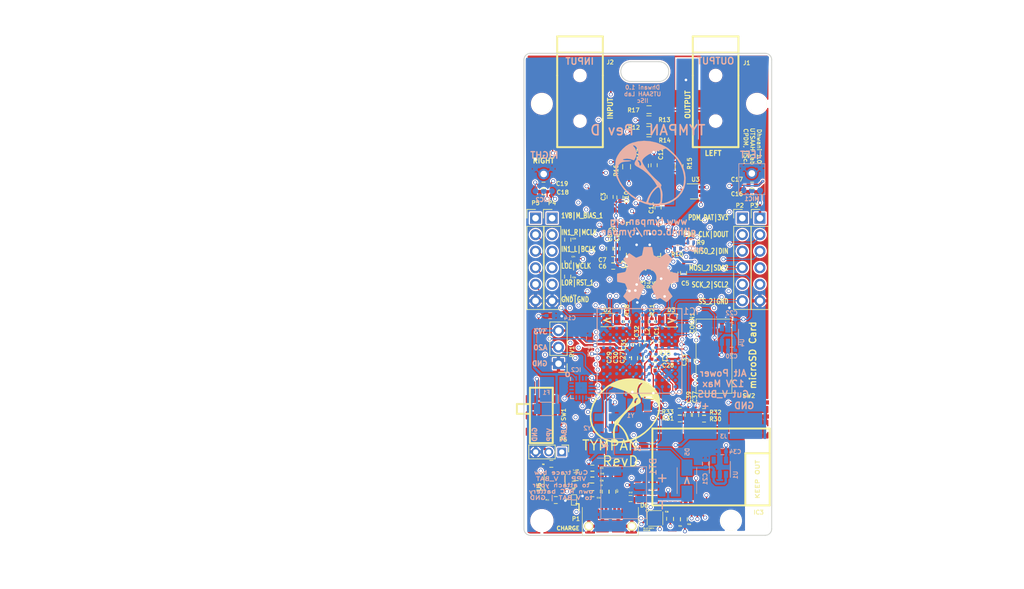
<source format=kicad_pcb>
(kicad_pcb (version 20171130) (host pcbnew "(5.1.9)-1")
  (title_block (title "Tympan Rev D") (date 3/19/18) (company "Solutiosn Design & Prototyping, LLC"))
  (layers (0 F.Cu signal) (1 In1.Cu signal) (2 In2.Cu mixed) (31 B.Cu signal) (34 B.Paste user) (35 F.Paste user) (36 B.SilkS user hide) (37 F.SilkS user hide) (38 B.Mask user) (39 F.Mask user) (44 Edge.Cuts user))
  (net 0 "")
  (net 1 GND)
  (net 2 +3V3)
  (net 3 "Net-(C2-Pad1)")
  (net 4 "Net-(C2-Pad2)")
  (net 5 VPP)
  (net 6 +1V8)
  (net 7 "Net-(C8-Pad1)")
  (net 8 "Net-(C11-Pad1)")
  (net 9 /POT)
  (net 10 /IN2_L)
  (net 11 "Net-(C17-Pad2)")
  (net 12 /IN2_R)
  (net 13 "Net-(C19-Pad2)")
  (net 14 +BATT)
  (net 15 "Net-(D2-Pad2)")
  (net 16 "Net-(D3-Pad2)")
  (net 17 "Net-(J1-Pad3)")
  (net 18 /MICDET)
  (net 19 /BT_TX)
  (net 20 /BT_RX)
  (net 21 /BT_nRESET)
  (net 22 /BCLK)
  (net 23 /MCLK)
  (net 24 /BT_RTS)
  (net 25 /BT_CTS)
  (net 26 /WCLK)
  (net 27 /DIN)
  (net 28 /nRESET)
  (net 29 /SCL/SS)
  (net 30 /SDA/MOSI)
  (net 31 /DOUT)
  (net 32 /IN1_L)
  (net 33 /IN1_R)
  (net 34 /LOL)
  (net 35 /LOR)
  (net 36 "Net-(R2-Pad2)")
  (net 37 "Net-(R3-Pad2)")
  (net 38 "Net-(R4-Pad2)")
  (net 39 "Net-(R5-Pad2)")
  (net 40 "Net-(R6-Pad2)")
  (net 41 "Net-(R7-Pad2)")
  (net 42 "Net-(R9-Pad2)")
  (net 43 "Net-(R10-Pad2)")
  (net 44 /HPL)
  (net 45 "Net-(J1-Pad2)")
  (net 46 /HPR)
  (net 47 /MICBIAS)
  (net 48 "Net-(SW1-Pad6)")
  (net 49 "Net-(SW1-Pad3)")
  (net 50 "Net-(U2-Pad4)")
  (net 51 "Net-(U4-Pad4)")
  (net 52 "Net-(C23-Pad2)")
  (net 53 "Net-(C24-Pad2)")
  (net 54 "Net-(C25-Pad2)")
  (net 55 "Net-(C26-Pad2)")
  (net 56 "Net-(C1-Pad1)")
  (net 57 "Net-(C1-Pad2)")
  (net 58 "Net-(C28-Pad2)")
  (net 59 "Net-(IC1-PadA6)")
  (net 60 "Net-(IC1-PadA7)")
  (net 61 "Net-(IC1-PadA9)")
  (net 62 "Net-(IC1-PadA10)")
  (net 63 "Net-(IC1-PadC1)")
  (net 64 /CLK)
  (net 65 "Net-(IC1-PadE1)")
  (net 66 /USB0_D+)
  (net 67 "Net-(IC1-PadJ1)")
  (net 68 "Net-(IC1-PadB10)")
  (net 69 "Net-(IC1-PadB9)")
  (net 70 "Net-(IC1-PadB8)")
  (net 71 "Net-(IC1-PadB6)")
  (net 72 "Net-(IC1-PadB5)")
  (net 73 "Net-(IC1-PadB2)")
  (net 74 "Net-(IC1-PadB3)")
  (net 75 "Net-(IC1-PadC5)")
  (net 76 "Net-(IC1-PadC6)")
  (net 77 "Net-(IC1-PadC9)")
  (net 78 /DAT0)
  (net 79 /DAT1)
  (net 80 "Net-(IC1-PadD4)")
  (net 81 "Net-(IC1-PadD5)")
  (net 82 "Net-(IC1-PadD6)")
  (net 83 "Net-(IC1-PadD7)")
  (net 84 "Net-(IC1-PadD9)")
  (net 85 /DAT2)
  (net 86 /DAT3)
  (net 87 /CMD)
  (net 88 "Net-(IC1-PadC10)")
  (net 89 "Net-(IC1-PadD10)")
  (net 90 "Net-(IC1-PadC11)")
  (net 91 "Net-(IC1-PadD11)")
  (net 92 "Net-(IC1-PadD12)")
  (net 93 "Net-(IC1-PadF2)")
  (net 94 "Net-(IC1-PadF3)")
  (net 95 "Net-(IC1-PadF4)")
  (net 96 "Net-(IC1-PadG4)")
  (net 97 "Net-(IC1-PadG3)")
  (net 98 "Net-(IC1-PadG2)")
  (net 99 /USB0_D-)
  (net 100 "Net-(IC1-PadH4)")
  (net 101 "Net-(IC1-PadJ4)")
  (net 102 "Net-(IC1-PadJ3)")
  (net 103 "Net-(IC1-PadJ2)")
  (net 104 "Net-(IC1-PadK1)")
  (net 105 "Net-(IC1-PadK3)")
  (net 106 "Net-(IC1-PadL4)")
  (net 107 "Net-(IC1-PadL3)")
  (net 108 "Net-(IC1-PadL2)")
  (net 109 "Net-(IC1-PadL1)")
  (net 110 "Net-(IC1-PadM2)")
  (net 111 "Net-(IC1-PadH5)")
  (net 112 /PTA0)
  (net 113 /PTA1)
  (net 114 "Net-(IC1-PadJ7)")
  (net 115 "Net-(IC1-PadJ8)")
  (net 116 /PTA2)
  (net 117 /PTA3)
  (net 118 "Net-(IC1-PadK8)")
  (net 119 "Net-(IC1-PadL5)")
  (net 120 "Net-(IC1-PadL7)")
  (net 121 "Net-(IC1-PadL8)")
  (net 122 "Net-(IC1-PadM5)")
  (net 123 "Net-(IC1-PadM6)")
  (net 124 "Net-(IC1-PadM7)")
  (net 125 "Net-(IC1-PadE11)")
  (net 126 "Net-(IC1-PadF9)")
  (net 127 "Net-(IC1-PadF10)")
  (net 128 "Net-(IC1-PadF11)")
  (net 129 "Net-(IC1-PadF12)")
  (net 130 "Net-(IC1-PadG10)")
  (net 131 "Net-(IC1-PadG9)")
  (net 132 "Net-(IC1-PadH9)")
  (net 133 "Net-(IC1-PadH10)")
  (net 134 "Net-(IC1-PadH12)")
  (net 135 "Net-(IC1-PadJ10)")
  (net 136 "Net-(IC1-PadJ12)")
  (net 137 "Net-(IC1-PadM9)")
  (net 138 "Net-(IC1-PadL9)")
  (net 139 "Net-(IC1-PadK10)")
  (net 140 "Net-(IC1-PadL10)")
  (net 141 "Net-(IC1-PadM11)")
  (net 142 "Net-(IC1-PadL11)")
  (net 143 "Net-(IC1-PadK12)")
  (net 144 /RESET_B)
  (net 145 "Net-(IC1-PadM12)")
  (net 146 /DE)
  (net 147 "Net-(IC2-Pad5)")
  (net 148 /PROG)
  (net 149 "Net-(IC2-Pad11)")
  (net 150 "Net-(IC2-Pad12)")
  (net 151 "Net-(IC2-Pad14)")
  (net 152 "Net-(IC2-Pad15)")
  (net 153 "Net-(IC2-Pad16)")
  (net 154 "Net-(IC3-Pad5)")
  (net 155 "Net-(IC3-Pad6)")
  (net 156 "Net-(IC3-Pad7)")
  (net 157 "Net-(IC3-Pad8)")
  (net 158 "Net-(IC3-Pad9)")
  (net 159 "Net-(IC3-Pad10)")
  (net 160 "Net-(IC3-Pad12)")
  (net 161 "Net-(IC3-Pad14)")
  (net 162 "Net-(IC3-Pad16)")
  (net 163 "Net-(IC3-Pad17)")
  (net 164 "Net-(IC3-Pad24)")
  (net 165 "Net-(IC3-Pad29)")
  (net 166 "Net-(IC3-Pad34)")
  (net 167 "Net-(IC3-Pad35)")
  (net 168 "Net-(IC3-Pad36)")
  (net 169 "Net-(IC3-Pad45)")
  (net 170 "Net-(IC3-Pad46)")
  (net 171 "Net-(IC3-Pad47)")
  (net 172 "Net-(IC3-Pad48)")
  (net 173 "Net-(IC3-Pad49)")
  (net 174 "Net-(IC3-Pad50)")
  (net 175 "Net-(IC3-Pad51)")
  (net 176 "Net-(P1-Pad2)")
  (net 177 "Net-(P1-Pad4)")
  (net 178 "Net-(P1-Pad3)")
  (net 179 /V_USB)
  (net 180 "Net-(C21-Pad1)")
  (net 181 "Net-(C37-Pad2)")
  (net 182 "Net-(C39-Pad2)")
  (net 183 "Net-(D6-Pad2)")
  (net 184 "Net-(D6-Pad3)")
  (net 185 "Net-(D6-Pad4)")
  (net 186 "Net-(F1-Pad1)")
  (net 187 /VREGEN)
  (net 188 /LED_0)
  (net 189 /LED_1)
  (net 190 /LED_2)
  (net 191 "Net-(U1-Pad4)")
  (net 192 Earth)
  (net 193 /M_BIAS)
  (net 194 "Net-(R16-Pad2)")
  (net 195 /SS_2)
  (net 196 /SCK_2)
  (net 197 /TX_3)
  (net 198 /MISO_2)
  (net 199 /MOSI_2)
  (net 200 /RX_3)
  (net 201 "Net-(IC1-PadA4)")
  (net 202 "Net-(IC1-PadA5)")
  (net 203 "Net-(IC1-PadA2)")
  (net 204 "Net-(D1-Pad1)")
  (net 205 /BT_PIO5)
  (net 206 /BT_PIO0)
  (net 207 "Net-(IC3-Pad26)")
  (net 208 "Net-(MIC1-Pad5)")
  (net 209 "Net-(MIC2-Pad5)")
  (net 210 "Net-(R1-Pad2)")
  (net 211 "Net-(R8-Pad1)")
  (net 212 "Net-(D1-Pad4)")
  (net 213 /USB)
  (net 214 "Net-(C12-Pad1)")
  (net 215 "Net-(C13-Pad1)")
  (net 216 "Net-(C12-Pad2)")
  (net 217 "Net-(C13-Pad2)")
  (net 218 /nRESET_1)
  (net 219 /DIN_1)
  (net 220 /DOUT_1)
  (net 221 "Net-(IC1-PadC7)")
  (net 222 /SDA2)
  (net 223 /SCL2)
  (net 224 /M_BIAS_1)
  (net 225 "Net-(IC1-PadM1)")
  (net 226 /PDM_CLK)
  (net 227 /PDM_DAT)
  (module SMD_Packages:BGA-144-1mm (layer B.Cu) (at 132.574 92.1666 180)
    (fp_text reference IC1 (at -7.876 6.0866 180) (layer B.SilkS) (effects (justify mirror)))
    (fp_text value MK66FX1M0VMD18)
    (pad A1 smd circle (at -5.50164 5.50164 180) (size 0.50038 0.50038) (layers B.Cu B.Paste B.Mask) (net 195 /SS_2))
    (pad A2 smd circle (at -4.50088 5.50164 180) (size 0.50038 0.50038) (layers B.Cu B.Paste B.Mask) (net 203 "Net-(IC1-PadA2)"))
    (pad A3 smd circle (at -3.50012 5.50164 180) (size 0.50038 0.50038) (layers B.Cu B.Paste B.Mask) (net 193 /M_BIAS))
    (pad A4 smd circle (at -2.5019 5.50164 180) (size 0.50038 0.50038) (layers B.Cu B.Paste B.Mask) (net 201 "Net-(IC1-PadA4)"))
    (pad A5 smd circle (at -1.50114 5.50164 180) (size 0.50038 0.50038) (layers B.Cu B.Paste B.Mask) (net 202 "Net-(IC1-PadA5)"))
    (pad A6 smd circle (at -0.50038 5.50164 180) (size 0.50038 0.50038) (layers B.Cu B.Paste B.Mask) (net 59 "Net-(IC1-PadA6)"))
    (pad A7 smd circle (at 0.49784 5.50164 180) (size 0.50038 0.50038) (layers B.Cu B.Paste B.Mask) (net 60 "Net-(IC1-PadA7)"))
    (pad A8 smd circle (at 1.4986 5.50164 180) (size 0.50038 0.50038) (layers B.Cu B.Paste B.Mask) (net 28 /nRESET))
    (pad A9 smd circle (at 2.49936 5.50164 180) (size 0.50038 0.50038) (layers B.Cu B.Paste B.Mask) (net 61 "Net-(IC1-PadA9)"))
    (pad A10 smd circle (at 3.50012 5.50164 180) (size 0.50038 0.50038) (layers B.Cu B.Paste B.Mask) (net 62 "Net-(IC1-PadA10)"))
    (pad A11 smd circle (at 4.49834 5.50164 180) (size 0.50038 0.50038) (layers B.Cu B.Paste B.Mask) (net 22 /BCLK))
    (pad A12 smd circle (at 5.4991 5.50164 180) (size 0.50038 0.50038) (layers B.Cu B.Paste B.Mask) (net 26 /WCLK))
    (pad B1 smd circle (at -5.50164 4.50088 180) (size 0.50038 0.50038) (layers B.Cu B.Paste B.Mask) (net 196 /SCK_2))
    (pad C1 smd circle (at -5.50164 3.50012 180) (size 0.50038 0.50038) (layers B.Cu B.Paste B.Mask) (net 63 "Net-(IC1-PadC1)"))
    (pad D1 smd circle (at -5.50164 2.5019 180) (size 0.50038 0.50038) (layers B.Cu B.Paste B.Mask) (net 64 /CLK))
    (pad E1 smd circle (at -5.50164 1.50114 180) (size 0.50038 0.50038) (layers B.Cu B.Paste B.Mask) (net 65 "Net-(IC1-PadE1)"))
    (pad F1 smd circle (at -5.50164 0.50038 180) (size 0.50038 0.50038) (layers B.Cu B.Paste B.Mask) (net 206 /BT_PIO0))
    (pad G1 smd circle (at -5.50164 -0.49784 180) (size 0.50038 0.50038) (layers B.Cu B.Paste B.Mask) (net 2 +3V3))
    (pad H1 smd circle (at -5.50164 -1.4986 180) (size 0.50038 0.50038) (layers B.Cu B.Paste B.Mask) (net 66 /USB0_D+))
    (pad J1 smd circle (at -5.50164 -2.49936 180) (size 0.50038 0.50038) (layers B.Cu B.Paste B.Mask) (net 67 "Net-(IC1-PadJ1)"))
    (pad B12 smd circle (at 5.4991 4.50088 180) (size 0.50038 0.50038) (layers B.Cu B.Paste B.Mask) (net 219 /DIN_1))
    (pad B11 smd circle (at 4.49834 4.50088 180) (size 0.50038 0.50038) (layers B.Cu B.Paste B.Mask) (net 27 /DIN))
    (pad B10 smd circle (at 3.50012 4.50088 180) (size 0.50038 0.50038) (layers B.Cu B.Paste B.Mask) (net 68 "Net-(IC1-PadB10)"))
    (pad B9 smd circle (at 2.49936 4.50088 180) (size 0.50038 0.50038) (layers B.Cu B.Paste B.Mask) (net 69 "Net-(IC1-PadB9)"))
    (pad B8 smd circle (at 1.4986 4.50088 180) (size 0.50038 0.50038) (layers B.Cu B.Paste B.Mask) (net 70 "Net-(IC1-PadB8)"))
    (pad B7 smd circle (at 0.49784 4.50088 180) (size 0.50038 0.50038) (layers B.Cu B.Paste B.Mask) (net 220 /DOUT_1))
    (pad B6 smd circle (at -0.50038 4.50088 180) (size 0.50038 0.50038) (layers B.Cu B.Paste B.Mask) (net 71 "Net-(IC1-PadB6)"))
    (pad B5 smd circle (at -1.50114 4.50088 180) (size 0.50038 0.50038) (layers B.Cu B.Paste B.Mask) (net 72 "Net-(IC1-PadB5)"))
    (pad B2 smd circle (at -4.50088 4.50088 180) (size 0.50038 0.50038) (layers B.Cu B.Paste B.Mask) (net 73 "Net-(IC1-PadB2)"))
    (pad B3 smd circle (at -3.50012 4.50088 180) (size 0.50038 0.50038) (layers B.Cu B.Paste B.Mask) (net 74 "Net-(IC1-PadB3)"))
    (pad B4 smd circle (at -2.5019 4.50088 180) (size 0.50038 0.50038) (layers B.Cu B.Paste B.Mask) (net 197 /TX_3))
    (pad C2 smd circle (at -4.50088 3.50012 180) (size 0.50038 0.50038) (layers B.Cu B.Paste B.Mask) (net 198 /MISO_2))
    (pad C3 smd circle (at -3.50012 3.50012 180) (size 0.50038 0.50038) (layers B.Cu B.Paste B.Mask) (net 199 /MOSI_2))
    (pad C4 smd circle (at -2.5019 3.50012 180) (size 0.50038 0.50038) (layers B.Cu B.Paste B.Mask) (net 200 /RX_3))
    (pad C5 smd circle (at -1.50114 3.50012 180) (size 0.50038 0.50038) (layers B.Cu B.Paste B.Mask) (net 75 "Net-(IC1-PadC5)"))
    (pad C6 smd circle (at -0.50038 3.50012 180) (size 0.50038 0.50038) (layers B.Cu B.Paste B.Mask) (net 76 "Net-(IC1-PadC6)"))
    (pad C7 smd circle (at 0.49784 3.50012 180) (size 0.50038 0.50038) (layers B.Cu B.Paste B.Mask) (net 221 "Net-(IC1-PadC7)"))
    (pad C8 smd circle (at 1.4986 3.50012 180) (size 0.50038 0.50038) (layers B.Cu B.Paste B.Mask) (net 23 /MCLK))
    (pad C9 smd circle (at 2.49936 3.50012 180) (size 0.50038 0.50038) (layers B.Cu B.Paste B.Mask) (net 77 "Net-(IC1-PadC9)"))
    (pad D2 smd circle (at -4.50088 2.5019 180) (size 0.50038 0.50038) (layers B.Cu B.Paste B.Mask) (net 78 /DAT0))
    (pad D3 smd circle (at -3.50012 2.5019 180) (size 0.50038 0.50038) (layers B.Cu B.Paste B.Mask) (net 79 /DAT1))
    (pad D4 smd circle (at -2.5019 2.5019 180) (size 0.50038 0.50038) (layers B.Cu B.Paste B.Mask) (net 80 "Net-(IC1-PadD4)"))
    (pad D5 smd circle (at -1.50114 2.5019 180) (size 0.50038 0.50038) (layers B.Cu B.Paste B.Mask) (net 81 "Net-(IC1-PadD5)"))
    (pad D6 smd circle (at -0.50038 2.5019 180) (size 0.50038 0.50038) (layers B.Cu B.Paste B.Mask) (net 82 "Net-(IC1-PadD6)"))
    (pad D7 smd circle (at 0.49784 2.5019 180) (size 0.50038 0.50038) (layers B.Cu B.Paste B.Mask) (net 83 "Net-(IC1-PadD7)"))
    (pad D8 smd circle (at 1.4986 2.5019 180) (size 0.50038 0.50038) (layers B.Cu B.Paste B.Mask) (net 31 /DOUT))
    (pad D9 smd circle (at 2.49936 2.5019 180) (size 0.50038 0.50038) (layers B.Cu B.Paste B.Mask) (net 84 "Net-(IC1-PadD9)"))
    (pad E2 smd circle (at -4.50088 1.50114 180) (size 0.50038 0.50038) (layers B.Cu B.Paste B.Mask) (net 85 /DAT2))
    (pad E3 smd circle (at -3.50012 1.50114 180) (size 0.50038 0.50038) (layers B.Cu B.Paste B.Mask) (net 86 /DAT3))
    (pad E4 smd circle (at -2.5019 1.50114 180) (size 0.50038 0.50038) (layers B.Cu B.Paste B.Mask) (net 87 /CMD))
    (pad C10 smd circle (at 3.50012 3.50012 180) (size 0.50038 0.50038) (layers B.Cu B.Paste B.Mask) (net 88 "Net-(IC1-PadC10)"))
    (pad D10 smd circle (at 3.50012 2.5019 180) (size 0.50038 0.50038) (layers B.Cu B.Paste B.Mask) (net 89 "Net-(IC1-PadD10)"))
    (pad C11 smd circle (at 4.49834 3.50012 180) (size 0.50038 0.50038) (layers B.Cu B.Paste B.Mask) (net 90 "Net-(IC1-PadC11)"))
    (pad D11 smd circle (at 4.49834 2.5019 180) (size 0.50038 0.50038) (layers B.Cu B.Paste B.Mask) (net 91 "Net-(IC1-PadD11)"))
    (pad D12 smd circle (at 5.4991 2.5019 180) (size 0.50038 0.50038) (layers B.Cu B.Paste B.Mask) (net 92 "Net-(IC1-PadD12)"))
    (pad C12 smd circle (at 5.4991 3.50012 180) (size 0.50038 0.50038) (layers B.Cu B.Paste B.Mask) (net 1 GND))
    (pad F2 smd circle (at -4.50088 0.50038 180) (size 0.50038 0.50038) (layers B.Cu B.Paste B.Mask) (net 93 "Net-(IC1-PadF2)"))
    (pad F3 smd circle (at -3.50012 0.50038 180) (size 0.50038 0.50038) (layers B.Cu B.Paste B.Mask) (net 94 "Net-(IC1-PadF3)"))
    (pad F4 smd circle (at -2.5019 0.50038 180) (size 0.50038 0.50038) (layers B.Cu B.Paste B.Mask) (net 95 "Net-(IC1-PadF4)"))
    (pad G4 smd circle (at -2.5019 -0.49784 180) (size 0.50038 0.50038) (layers B.Cu B.Paste B.Mask) (net 96 "Net-(IC1-PadG4)"))
    (pad G3 smd circle (at -3.50012 -0.49784 180) (size 0.50038 0.50038) (layers B.Cu B.Paste B.Mask) (net 97 "Net-(IC1-PadG3)"))
    (pad G2 smd circle (at -4.50088 -0.49784 180) (size 0.50038 0.50038) (layers B.Cu B.Paste B.Mask) (net 98 "Net-(IC1-PadG2)"))
    (pad H2 smd circle (at -4.50088 -1.4986 180) (size 0.50038 0.50038) (layers B.Cu B.Paste B.Mask) (net 99 /USB0_D-))
    (pad H3 smd circle (at -3.50012 -1.4986 180) (size 0.50038 0.50038) (layers B.Cu B.Paste B.Mask) (net 1 GND))
    (pad H4 smd circle (at -2.5019 -1.4986 180) (size 0.50038 0.50038) (layers B.Cu B.Paste B.Mask) (net 100 "Net-(IC1-PadH4)"))
    (pad J4 smd circle (at -2.5019 -2.49936 180) (size 0.50038 0.50038) (layers B.Cu B.Paste B.Mask) (net 101 "Net-(IC1-PadJ4)"))
    (pad J3 smd circle (at -3.50012 -2.49936 180) (size 0.50038 0.50038) (layers B.Cu B.Paste B.Mask) (net 102 "Net-(IC1-PadJ3)"))
    (pad J2 smd circle (at -4.50088 -2.49936 180) (size 0.50038 0.50038) (layers B.Cu B.Paste B.Mask) (net 103 "Net-(IC1-PadJ2)"))
    (pad K1 smd circle (at -5.50164 -3.50012 180) (size 0.50038 0.50038) (layers B.Cu B.Paste B.Mask) (net 104 "Net-(IC1-PadK1)"))
    (pad K2 smd circle (at -4.50088 -3.50012 180) (size 0.50038 0.50038) (layers B.Cu B.Paste B.Mask) (net 1 GND))
    (pad K3 smd circle (at -3.50012 -3.50012 180) (size 0.50038 0.50038) (layers B.Cu B.Paste B.Mask) (net 105 "Net-(IC1-PadK3)"))
    (pad K4 smd circle (at -2.5019 -3.50012 180) (size 0.50038 0.50038) (layers B.Cu B.Paste B.Mask) (net 24 /BT_RTS))
    (pad L4 smd circle (at -2.5019 -4.49834 180) (size 0.50038 0.50038) (layers B.Cu B.Paste B.Mask) (net 106 "Net-(IC1-PadL4)"))
    (pad L3 smd circle (at -3.50012 -4.49834 180) (size 0.50038 0.50038) (layers B.Cu B.Paste B.Mask) (net 107 "Net-(IC1-PadL3)"))
    (pad L2 smd circle (at -4.50088 -4.49834 180) (size 0.50038 0.50038) (layers B.Cu B.Paste B.Mask) (net 108 "Net-(IC1-PadL2)"))
    (pad L1 smd circle (at -5.50164 -4.49834 180) (size 0.50038 0.50038) (layers B.Cu B.Paste B.Mask) (net 109 "Net-(IC1-PadL1)"))
    (pad M1 smd circle (at -5.50164 -5.4991 180) (size 0.50038 0.50038) (layers B.Cu B.Paste B.Mask) (net 225 "Net-(IC1-PadM1)"))
    (pad M2 smd circle (at -4.50088 -5.4991 180) (size 0.50038 0.50038) (layers B.Cu B.Paste B.Mask) (net 110 "Net-(IC1-PadM2)"))
    (pad M3 smd circle (at -3.50012 -5.4991 180) (size 0.50038 0.50038) (layers B.Cu B.Paste B.Mask) (net 58 "Net-(C28-Pad2)"))
    (pad M4 smd circle (at -2.5019 -5.4991 180) (size 0.50038 0.50038) (layers B.Cu B.Paste B.Mask) (net 205 /BT_PIO5))
    (pad E8 smd circle (at 1.4986 1.50114 180) (size 0.50038 0.50038) (layers B.Cu B.Paste B.Mask) (net 2 +3V3))
    (pad E7 smd circle (at 0.49784 1.50114 180) (size 0.50038 0.50038) (layers B.Cu B.Paste B.Mask) (net 2 +3V3))
    (pad E6 smd circle (at -0.50038 1.50114 180) (size 0.50038 0.50038) (layers B.Cu B.Paste B.Mask) (net 2 +3V3))
    (pad E5 smd circle (at -1.50114 1.50114 180) (size 0.50038 0.50038) (layers B.Cu B.Paste B.Mask) (net 2 +3V3))
    (pad F5 smd circle (at -1.50114 0.50038 180) (size 0.50038 0.50038) (layers B.Cu B.Paste B.Mask) (net 2 +3V3))
    (pad F6 smd circle (at -0.50038 0.50038 180) (size 0.50038 0.50038) (layers B.Cu B.Paste B.Mask) (net 1 GND))
    (pad F7 smd circle (at 0.49784 0.50038 180) (size 0.50038 0.50038) (layers B.Cu B.Paste B.Mask) (net 1 GND))
    (pad F8 smd circle (at 1.4986 0.50038 180) (size 0.50038 0.50038) (layers B.Cu B.Paste B.Mask) (net 2 +3V3))
    (pad G5 smd circle (at -1.50114 -0.49784 180) (size 0.50038 0.50038) (layers B.Cu B.Paste B.Mask) (net 57 "Net-(C1-Pad2)"))
    (pad G6 smd circle (at -0.50038 -0.49784 180) (size 0.50038 0.50038) (layers B.Cu B.Paste B.Mask) (net 56 "Net-(C1-Pad1)"))
    (pad G7 smd circle (at 0.49784 -0.49784 180) (size 0.50038 0.50038) (layers B.Cu B.Paste B.Mask) (net 1 GND))
    (pad G8 smd circle (at 1.4986 -0.49784 180) (size 0.50038 0.50038) (layers B.Cu B.Paste B.Mask) (net 1 GND))
    (pad H5 smd circle (at -1.50114 -1.4986 180) (size 0.50038 0.50038) (layers B.Cu B.Paste B.Mask) (net 111 "Net-(IC1-PadH5)"))
    (pad H6 smd circle (at -0.50038 -1.4986 180) (size 0.50038 0.50038) (layers B.Cu B.Paste B.Mask) (net 56 "Net-(C1-Pad1)"))
    (pad H7 smd circle (at 0.49784 -1.4986 180) (size 0.50038 0.50038) (layers B.Cu B.Paste B.Mask) (net 1 GND))
    (pad H8 smd circle (at 1.4986 -1.4986 180) (size 0.50038 0.50038) (layers B.Cu B.Paste B.Mask) (net 1 GND))
    (pad J5 smd circle (at -1.50114 -2.49936 180) (size 0.50038 0.50038) (layers B.Cu B.Paste B.Mask) (net 112 /PTA0))
    (pad J6 smd circle (at -0.50038 -2.49936 180) (size 0.50038 0.50038) (layers B.Cu B.Paste B.Mask) (net 113 /PTA1))
    (pad J7 smd circle (at 0.49784 -2.49936 180) (size 0.50038 0.50038) (layers B.Cu B.Paste B.Mask) (net 114 "Net-(IC1-PadJ7)"))
    (pad J8 smd circle (at 1.4986 -2.49936 180) (size 0.50038 0.50038) (layers B.Cu B.Paste B.Mask) (net 115 "Net-(IC1-PadJ8)"))
    (pad K5 smd circle (at -1.50114 -3.50012 180) (size 0.50038 0.50038) (layers B.Cu B.Paste B.Mask) (net 21 /BT_nRESET))
    (pad K6 smd circle (at -0.50038 -3.50012 180) (size 0.50038 0.50038) (layers B.Cu B.Paste B.Mask) (net 116 /PTA2))
    (pad K7 smd circle (at 0.49784 -3.50012 180) (size 0.50038 0.50038) (layers B.Cu B.Paste B.Mask) (net 117 /PTA3))
    (pad K8 smd circle (at 1.4986 -3.50012 180) (size 0.50038 0.50038) (layers B.Cu B.Paste B.Mask) (net 118 "Net-(IC1-PadK8)"))
    (pad L5 smd circle (at -1.50114 -4.49834 180) (size 0.50038 0.50038) (layers B.Cu B.Paste B.Mask) (net 119 "Net-(IC1-PadL5)"))
    (pad L6 smd circle (at -0.50038 -4.49834 180) (size 0.50038 0.50038) (layers B.Cu B.Paste B.Mask) (net 5 VPP))
    (pad L7 smd circle (at 0.49784 -4.49834 180) (size 0.50038 0.50038) (layers B.Cu B.Paste B.Mask) (net 120 "Net-(IC1-PadL7)"))
    (pad L8 smd circle (at 1.4986 -4.49834 180) (size 0.50038 0.50038) (layers B.Cu B.Paste B.Mask) (net 121 "Net-(IC1-PadL8)"))
    (pad M5 smd circle (at -1.50114 -5.4991 180) (size 0.50038 0.50038) (layers B.Cu B.Paste B.Mask) (net 122 "Net-(IC1-PadM5)"))
    (pad M6 smd circle (at -0.50038 -5.4991 180) (size 0.50038 0.50038) (layers B.Cu B.Paste B.Mask) (net 123 "Net-(IC1-PadM6)"))
    (pad M7 smd circle (at 0.49784 -5.4991 180) (size 0.50038 0.50038) (layers B.Cu B.Paste B.Mask) (net 124 "Net-(IC1-PadM7)"))
    (pad M8 smd circle (at 1.4986 -5.4991 180) (size 0.50038 0.50038) (layers B.Cu B.Paste B.Mask) (net 25 /BT_CTS))
    (pad E9 smd circle (at 2.49936 1.50114 180) (size 0.50038 0.50038) (layers B.Cu B.Paste B.Mask) (net 20 /BT_RX))
    (pad E10 smd circle (at 3.50012 1.50114 180) (size 0.50038 0.50038) (layers B.Cu B.Paste B.Mask) (net 19 /BT_TX))
    (pad E11 smd circle (at 4.49834 1.50114 180) (size 0.50038 0.50038) (layers B.Cu B.Paste B.Mask) (net 125 "Net-(IC1-PadE11)"))
    (pad E12 smd circle (at 5.4991 1.50114 180) (size 0.50038 0.50038) (layers B.Cu B.Paste B.Mask) (net 187 /VREGEN))
    (pad F9 smd circle (at 2.49936 0.50038 180) (size 0.50038 0.50038) (layers B.Cu B.Paste B.Mask) (net 126 "Net-(IC1-PadF9)"))
    (pad F10 smd circle (at 3.50012 0.50038 180) (size 0.50038 0.50038) (layers B.Cu B.Paste B.Mask) (net 127 "Net-(IC1-PadF10)"))
    (pad F11 smd circle (at 4.49834 0.50038 180) (size 0.50038 0.50038) (layers B.Cu B.Paste B.Mask) (net 128 "Net-(IC1-PadF11)"))
    (pad F12 smd circle (at 5.4991 0.50038 180) (size 0.50038 0.50038) (layers B.Cu B.Paste B.Mask) (net 129 "Net-(IC1-PadF12)"))
    (pad J9 smd circle (at 2.49936 -2.49936 180) (size 0.50038 0.50038) (layers B.Cu B.Paste B.Mask) (net 222 /SDA2))
    (pad G12 smd circle (at 5.4991 -0.49784 180) (size 0.50038 0.50038) (layers B.Cu B.Paste B.Mask) (net 29 /SCL/SS))
    (pad G11 smd circle (at 4.49834 -0.49784 180) (size 0.50038 0.50038) (layers B.Cu B.Paste B.Mask) (net 30 /SDA/MOSI))
    (pad G10 smd circle (at 3.50012 -0.49784 180) (size 0.50038 0.50038) (layers B.Cu B.Paste B.Mask) (net 130 "Net-(IC1-PadG10)"))
    (pad G9 smd circle (at 2.49936 -0.49784 180) (size 0.50038 0.50038) (layers B.Cu B.Paste B.Mask) (net 131 "Net-(IC1-PadG9)"))
    (pad H9 smd circle (at 2.49936 -1.4986 180) (size 0.50038 0.50038) (layers B.Cu B.Paste B.Mask) (net 132 "Net-(IC1-PadH9)"))
    (pad H10 smd circle (at 3.50012 -1.4986 180) (size 0.50038 0.50038) (layers B.Cu B.Paste B.Mask) (net 133 "Net-(IC1-PadH10)"))
    (pad H11 smd circle (at 4.49834 -1.4986 180) (size 0.50038 0.50038) (layers B.Cu B.Paste B.Mask) (net 224 /M_BIAS_1))
    (pad H12 smd circle (at 5.4991 -1.4986 180) (size 0.50038 0.50038) (layers B.Cu B.Paste B.Mask) (net 134 "Net-(IC1-PadH12)"))
    (pad J10 smd circle (at 3.50012 -2.49936 180) (size 0.50038 0.50038) (layers B.Cu B.Paste B.Mask) (net 135 "Net-(IC1-PadJ10)"))
    (pad J11 smd circle (at 4.49834 -2.49936 180) (size 0.50038 0.50038) (layers B.Cu B.Paste B.Mask) (net 218 /nRESET_1))
    (pad J12 smd circle (at 5.4991 -2.49936 180) (size 0.50038 0.50038) (layers B.Cu B.Paste B.Mask) (net 136 "Net-(IC1-PadJ12)"))
    (pad M9 smd circle (at 2.49936 -5.4991 180) (size 0.50038 0.50038) (layers B.Cu B.Paste B.Mask) (net 137 "Net-(IC1-PadM9)"))
    (pad L9 smd circle (at 2.49936 -4.49834 180) (size 0.50038 0.50038) (layers B.Cu B.Paste B.Mask) (net 138 "Net-(IC1-PadL9)"))
    (pad K9 smd circle (at 2.49936 -3.50012 180) (size 0.50038 0.50038) (layers B.Cu B.Paste B.Mask) (net 223 /SCL2))
    (pad K10 smd circle (at 3.50012 -3.50012 180) (size 0.50038 0.50038) (layers B.Cu B.Paste B.Mask) (net 139 "Net-(IC1-PadK10)"))
    (pad L10 smd circle (at 3.50012 -4.49834 180) (size 0.50038 0.50038) (layers B.Cu B.Paste B.Mask) (net 140 "Net-(IC1-PadL10)"))
    (pad M10 smd circle (at 3.50012 -5.4991 180) (size 0.50038 0.50038) (layers B.Cu B.Paste B.Mask) (net 1 GND))
    (pad M11 smd circle (at 4.49834 -5.4991 180) (size 0.50038 0.50038) (layers B.Cu B.Paste B.Mask) (net 141 "Net-(IC1-PadM11)"))
    (pad L11 smd circle (at 4.49834 -4.49834 180) (size 0.50038 0.50038) (layers B.Cu B.Paste B.Mask) (net 142 "Net-(IC1-PadL11)"))
    (pad K11 smd circle (at 4.49834 -3.50012 180) (size 0.50038 0.50038) (layers B.Cu B.Paste B.Mask) (net 9 /POT))
    (pad K12 smd circle (at 5.4991 -3.50012 180) (size 0.50038 0.50038) (layers B.Cu B.Paste B.Mask) (net 143 "Net-(IC1-PadK12)"))
    (pad L12 smd circle (at 5.4991 -4.49834 180) (size 0.50038 0.50038) (layers B.Cu B.Paste B.Mask) (net 144 /RESET_B))
    (pad M12 smd circle (at 5.4991 -5.4991 180) (size 0.50038 0.50038) (layers B.Cu B.Paste B.Mask) (net 145 "Net-(IC1-PadM12)"))
  )
  (module Tympan:SJ-3523-SMT-TR (layer F.Cu) (at 144.25 49.88 270)
    (fp_text reference J1 (at -1.925 -4.775) (layer F.SilkS) (effects (font (size 0.635 0.635) (thickness 0.127))))
    (fp_text value SJ-3523-SMT-TR)
    (pad 2 smd rect (at 8.3 4.2 270) (size 2.8 2.8) (layers F.Cu F.Paste F.Mask) (net 45 "Net-(J1-Pad2)"))
    (pad 3 smd rect (at 0.9 -4.2 270) (size 2.2 2.8) (layers F.Cu F.Paste F.Mask) (net 17 "Net-(J1-Pad3)"))
    (pad "" np_thru_hole circle (at 7 0 270) (size 1.7 1.7) (drill 1.7) (layers *.Cu *.Mask))
    (pad "" np_thru_hole circle (at 0 0 270) (size 1.7 1.7) (drill 1.7) (layers *.Cu *.Mask))
    (pad 1 smd rect (at -1.1 4.2 270) (size 2.2 2.8) (layers F.Cu F.Paste F.Mask) (net 1 GND))
  )
  (module Resistors_SMD:R_0402 (layer F.Cu) (at 119.73442 115.06218)
    (fp_text reference R11 (at -1.29442 -0.01218 -180) (layer F.SilkS) (effects (font (size 0.2 0.2) (thickness 0.05))))
    (fp_text value 1K)
    (pad 1 smd rect (at -0.45 0) (size 0.4 0.6) (layers F.Cu F.Paste F.Mask) (net 204 "Net-(D1-Pad1)"))
    (pad 2 smd rect (at 0.45 0) (size 0.4 0.6) (layers F.Cu F.Paste F.Mask) (net 210 "Net-(R1-Pad2)"))
  )
  (module Tympan:ABHB1608S (layer F.Cu) (at 122.52842 115.04948 90)
    (fp_text reference D1 (at 0.07948 -0.99842) (layer F.SilkS) (effects (font (size 0.2 0.2) (thickness 0.05))))
    (fp_text value APHB1608SGNC)
    (pad 1 smd rect (at -0.6 -0.35 90) (size 0.5 0.4) (layers F.Cu F.Paste F.Mask) (net 204 "Net-(D1-Pad1)"))
    (pad 2 smd rect (at 0.6 -0.35 90) (size 0.5 0.4) (layers F.Cu F.Paste F.Mask) (net 1 GND))
    (pad 3 smd rect (at -0.6 0.35 90) (size 0.5 0.4) (layers F.Cu F.Paste F.Mask) (net 213 /USB))
    (pad 4 smd rect (at 0.6 0.35 90) (size 0.5 0.4) (layers F.Cu F.Paste F.Mask) (net 212 "Net-(D1-Pad4)"))
  )
  (module Resistors_SMD:R_0402 (layer F.Cu) (at 119.05 109.505)
    (fp_text reference R8 (at -1.25 0.085) (layer F.SilkS) (effects (font (size 0.2 0.2) (thickness 0.05))))
    (fp_text value 2.2K)
    (pad 1 smd rect (at -0.45 0) (size 0.4 0.6) (layers F.Cu F.Paste F.Mask) (net 211 "Net-(R8-Pad1)"))
    (pad 2 smd rect (at 0.45 0) (size 0.4 0.6) (layers F.Cu F.Paste F.Mask) (net 1 GND))
  )
  (module Tympan:CL-SB-22A (layer F.Cu) (at 117.52 102.07 270)
    (fp_text reference SW1 (at -0.132 -3.426 90) (layer F.SilkS) (effects (font (size 0.635 0.635) (thickness 0.127))))
    (fp_text value CL-SB-22A)
    (pad 5 smd rect (at 0 -1.6 270) (size 1.2 1.6) (layers F.Cu F.Paste F.Mask) (net 5 VPP))
    (pad 2 smd rect (at 0 1.6 270) (size 1.2 1.6) (layers F.Cu F.Paste F.Mask) (net 5 VPP))
    (pad 6 smd rect (at 2.5 -1.6 270) (size 1.2 1.6) (layers F.Cu F.Paste F.Mask) (net 48 "Net-(SW1-Pad6)"))
    (pad 3 smd rect (at 2.5 1.6 270) (size 1.2 1.6) (layers F.Cu F.Paste F.Mask) (net 49 "Net-(SW1-Pad3)"))
    (pad 1 smd rect (at -2.5 1.6 270) (size 1.2 1.6) (layers F.Cu F.Paste F.Mask) (net 186 "Net-(F1-Pad1)"))
    (pad 4 smd rect (at -2.5 -1.6 270) (size 1.2 1.6) (layers F.Cu F.Paste F.Mask) (net 186 "Net-(F1-Pad1)"))
  )
  (module Capacitors_SMD:C_0402 (layer F.Cu) (at 133.47 63.73 90)
    (fp_text reference C13 (at 1.75 -0.93 270) (layer F.SilkS) (effects (font (size 0.635 0.635) (thickness 0.127))))
    (fp_text value 2.2uF)
    (pad 1 smd rect (at -0.55 0 90) (size 0.6 0.5) (layers F.Cu F.Paste F.Mask) (net 215 "Net-(C13-Pad1)"))
    (pad 2 smd rect (at 0.55 0 90) (size 0.6 0.5) (layers F.Cu F.Paste F.Mask) (net 217 "Net-(C13-Pad2)"))
  )
  (module Capacitors_SMD:C_0603 (layer F.Cu) (at 134.01 58.32)
    (fp_text reference R12 (at -2.29 -0.46) (layer F.SilkS) (effects (font (size 0.635 0.635) (thickness 0.127))))
    (fp_text value 0R)
    (pad 1 smd rect (at -0.75 0) (size 0.8 0.75) (layers F.Cu F.Paste F.Mask) (net 44 /HPL))
    (pad 2 smd rect (at 0.75 0) (size 0.8 0.75) (layers F.Cu F.Paste F.Mask) (net 45 "Net-(J1-Pad2)"))
  )
  (module Resistors_SMD:R_0402 (layer F.Cu) (at 137.27 117.94 270)
    (fp_text reference R36 (at -1.08 0.52 180) (layer F.SilkS) (effects (font (size 0.2 0.2) (thickness 0.05))))
    (fp_text value 240R)
    (pad 1 smd rect (at -0.45 0 270) (size 0.4 0.6) (layers F.Cu F.Paste F.Mask) (net 188 /LED_0))
    (pad 2 smd rect (at 0.45 0 270) (size 0.4 0.6) (layers F.Cu F.Paste F.Mask) (net 185 "Net-(D6-Pad4)"))
  )
  (module Tympan:NPTH_3.2mm (layer F.Cu) (at 117.6 118.23)
    (fp_text reference P8)
    (fp_text value CONN_01X01)
    (pad "" np_thru_hole circle (at 0 0) (size 3.2 3.2) (drill 3.2) (layers *.Cu))
  )
  (module Tympan:NPTH_3.2mm (layer F.Cu) (at 150.6 54.23)
    (fp_text reference P9)
    (fp_text value CONN_01X01)
    (pad "" np_thru_hole circle (at 0 0) (size 3 3) (drill 3) (layers *.Cu F.SilkS))
  )
  (module Tympan:NPTH_3.2mm (layer F.Cu) (at 117.6 54.23)
    (fp_text reference P10)
    (fp_text value CONN_01X01)
    (pad "" np_thru_hole circle (at 0 0) (size 3 3) (drill 3) (layers *.Cu F.SilkS))
  )
  (module Resistors_SMD:R_0402 (layer F.Cu) (at 135.9 79.53 90)
    (fp_text reference R6 (at -2.47 -0.01 90) (layer F.SilkS) (effects (font (size 0.635 0.635) (thickness 0.127))))
    (fp_text value 33R)
    (pad 2 smd rect (at 0.45 0 90) (size 0.4 0.6) (layers F.Cu F.Paste F.Mask) (net 40 "Net-(R6-Pad2)"))
    (pad 1 smd rect (at -0.45 0 90) (size 0.4 0.6) (layers F.Cu F.Paste F.Mask) (net 31 /DOUT))
  )
  (module Tympan:BC127 (layer F.Cu) (at 142.85 109.78 270)
    (fp_text reference IC3 (at 7.175 -8) (layer F.SilkS) (effects (font (size 0.635 0.635) (thickness 0.127))))
    (fp_text value BC127)
    (fp_text user "KEEP OUT" (at 2.1 -7.825 270) (layer F.SilkS) (effects (font (size 0.6 0.8))))
    (pad 1 smd rect (at -5.6 -8.8 270) (size 1 0.6) (layers F.Cu F.Paste F.Mask) (net 1 GND))
    (pad 2 smd rect (at -5.6 -8 270) (size 1 0.6) (layers F.Cu F.Paste F.Mask) (net 1 GND))
    (pad 3 smd rect (at -5.6 -7.2 270) (size 1 0.6) (layers F.Cu F.Paste F.Mask) (net 1 GND))
    (pad 4 smd rect (at -5.6 -6.4 270) (size 1 0.6) (layers F.Cu F.Paste F.Mask) (net 1 GND))
    (pad 5 smd rect (at -5.6 -5.6 270) (size 1 0.6) (layers F.Cu F.Paste F.Mask) (net 154 "Net-(IC3-Pad5)"))
    (pad 6 smd rect (at -5.6 -4.8 270) (size 1 0.6) (layers F.Cu F.Paste F.Mask) (net 155 "Net-(IC3-Pad6)"))
    (pad 7 smd rect (at -5.6 -4 270) (size 1 0.6) (layers F.Cu F.Paste F.Mask) (net 156 "Net-(IC3-Pad7)"))
    (pad 8 smd rect (at -5.6 -3.2 270) (size 1 0.6) (layers F.Cu F.Paste F.Mask) (net 157 "Net-(IC3-Pad8)"))
    (pad 9 smd rect (at -5.6 -2.4 270) (size 1 0.6) (layers F.Cu F.Paste F.Mask) (net 158 "Net-(IC3-Pad9)"))
    (pad 10 smd rect (at -5.6 -1.6 270) (size 1 0.6) (layers F.Cu F.Paste F.Mask) (net 159 "Net-(IC3-Pad10)"))
    (pad 11 smd rect (at -5.6 -0.8 270) (size 1 0.6) (layers F.Cu F.Paste F.Mask) (net 1 GND))
    (pad 12 smd rect (at -5.6 0 270) (size 1 0.6) (layers F.Cu F.Paste F.Mask) (net 160 "Net-(IC3-Pad12)"))
    (pad 13 smd rect (at -5.6 0.8 270) (size 1 0.6) (layers F.Cu F.Paste F.Mask) (net 1 GND))
    (pad 14 smd rect (at -5.6 1.6 270) (size 1 0.6) (layers F.Cu F.Paste F.Mask) (net 161 "Net-(IC3-Pad14)"))
    (pad 15 smd rect (at -5.6 2.4 270) (size 1 0.6) (layers F.Cu F.Paste F.Mask) (net 1 GND))
    (pad 16 smd rect (at -5.6 3.2 270) (size 1 0.6) (layers F.Cu F.Paste F.Mask) (net 162 "Net-(IC3-Pad16)"))
    (pad 17 smd rect (at -5.6 4 270) (size 1 0.6) (layers F.Cu F.Paste F.Mask) (net 163 "Net-(IC3-Pad17)"))
    (pad 18 smd rect (at -5.6 4.8 270) (size 1 0.6) (layers F.Cu F.Paste F.Mask) (net 1 GND))
    (pad 19 smd rect (at -5.6 5.6 270) (size 1 0.6) (layers F.Cu F.Paste F.Mask) (net 35 /LOR))
    (pad 20 smd rect (at -5.6 6.4 270) (size 1 0.6) (layers F.Cu F.Paste F.Mask) (net 1 GND))
    (pad 21 smd rect (at -5.6 7.2 270) (size 1 0.6) (layers F.Cu F.Paste F.Mask) (net 34 /LOL))
    (pad 22 smd rect (at -4.6 8.2 270) (size 0.6 1) (layers F.Cu F.Paste F.Mask) (net 1 GND))
    (pad 23 smd rect (at -3.8 8.2 270) (size 0.6 1) (layers F.Cu F.Paste F.Mask) (net 206 /BT_PIO0))
    (pad 24 smd rect (at -3 8.2 270) (size 0.6 1) (layers F.Cu F.Paste F.Mask) (net 164 "Net-(IC3-Pad24)"))
    (pad 25 smd rect (at -2.2 8.2 270) (size 0.6 1) (layers F.Cu F.Paste F.Mask) (net 205 /BT_PIO5))
    (pad 26 smd rect (at -1.4 8.2 270) (size 0.6 1) (layers F.Cu F.Paste F.Mask) (net 207 "Net-(IC3-Pad26)"))
    (pad 27 smd rect (at -0.6 8.2 270) (size 0.6 1) (layers F.Cu F.Paste F.Mask) (net 1 GND))
    (pad 28 smd rect (at 0.2 8.2 270) (size 0.6 1) (layers F.Cu F.Paste F.Mask) (net 187 /VREGEN))
    (pad 29 smd rect (at 1 8.2 270) (size 0.6 1) (layers F.Cu F.Paste F.Mask) (net 165 "Net-(IC3-Pad29)"))
    (pad 30 smd rect (at 1.8 8.2 270) (size 0.6 1) (layers F.Cu F.Paste F.Mask) (net 2 +3V3))
    (pad 31 smd rect (at 2.6 8.2 270) (size 0.6 1) (layers F.Cu F.Paste F.Mask) (net 2 +3V3))
    (pad 32 smd rect (at 3.4 8.2 270) (size 0.6 1) (layers F.Cu F.Paste F.Mask) (net 2 +3V3))
    (pad 33 smd rect (at 4.2 8.2 270) (size 0.6 1) (layers F.Cu F.Paste F.Mask) (net 2 +3V3))
    (pad 34 smd rect (at 5 8.2 270) (size 0.6 1) (layers F.Cu F.Paste F.Mask) (net 166 "Net-(IC3-Pad34)"))
    (pad 35 smd rect (at 6 7.2 270) (size 1 0.6) (layers F.Cu F.Paste F.Mask) (net 167 "Net-(IC3-Pad35)"))
    (pad 36 smd rect (at 6 6.4 270) (size 1 0.6) (layers F.Cu F.Paste F.Mask) (net 168 "Net-(IC3-Pad36)"))
    (pad 37 smd rect (at 6 5.6 270) (size 1 0.6) (layers F.Cu F.Paste F.Mask) (net 188 /LED_0))
    (pad 38 smd rect (at 6 4.8 270) (size 1 0.6) (layers F.Cu F.Paste F.Mask) (net 189 /LED_1))
    (pad 39 smd rect (at 6 4 270) (size 1 0.6) (layers F.Cu F.Paste F.Mask) (net 190 /LED_2))
    (pad 40 smd rect (at 6 3.2 270) (size 1 0.6) (layers F.Cu F.Paste F.Mask) (net 25 /BT_CTS))
    (pad 41 smd rect (at 6 2.4 270) (size 1 0.6) (layers F.Cu F.Paste F.Mask) (net 19 /BT_TX))
    (pad 42 smd rect (at 6 1.6 270) (size 1 0.6) (layers F.Cu F.Paste F.Mask) (net 20 /BT_RX))
    (pad 43 smd rect (at 6 0.8 270) (size 1 0.6) (layers F.Cu F.Paste F.Mask) (net 24 /BT_RTS))
    (pad 44 smd rect (at 6 0 270) (size 1 0.6) (layers F.Cu F.Paste F.Mask) (net 21 /BT_nRESET))
    (pad 45 smd rect (at 6 -0.8 270) (size 1 0.6) (layers F.Cu F.Paste F.Mask) (net 169 "Net-(IC3-Pad45)"))
    (pad 46 smd rect (at 6 -1.6 270) (size 1 0.6) (layers F.Cu F.Paste F.Mask) (net 170 "Net-(IC3-Pad46)"))
    (pad 47 smd rect (at 6 -2.4 270) (size 1 0.6) (layers F.Cu F.Paste F.Mask) (net 171 "Net-(IC3-Pad47)"))
    (pad 48 smd rect (at 6 -3.2 270) (size 1 0.6) (layers F.Cu F.Paste F.Mask) (net 172 "Net-(IC3-Pad48)"))
    (pad 49 smd rect (at 6 -4 270) (size 1 0.6) (layers F.Cu F.Paste F.Mask) (net 173 "Net-(IC3-Pad49)"))
    (pad 50 smd rect (at 6 -4.8 270) (size 1 0.6) (layers F.Cu F.Paste F.Mask) (net 174 "Net-(IC3-Pad50)"))
    (pad 51 smd rect (at 6 -5.6 270) (size 1 0.6) (layers F.Cu F.Paste F.Mask) (net 175 "Net-(IC3-Pad51)"))
  )
  (module Capacitors_SMD:C_1206 (layer F.Cu) (at 127.65 87.43)
    (fp_text reference D2 (at 0 -1.55) (layer F.SilkS) (effects (font (size 0.635 0.635) (thickness 0.127))))
    (fp_text value LED)
    (pad 1 smd rect (at -1.5 0) (size 1 1.6) (layers F.Cu F.Paste F.Mask) (net 1 GND))
    (pad 2 smd rect (at 1.5 0) (size 1 1.6) (layers F.Cu F.Paste F.Mask) (net 15 "Net-(D2-Pad2)"))
  )
  (module Capacitors_SMD:C_1206 (layer F.Cu) (at 137.4 87.48 180)
    (fp_text reference D3 (at -0.05 1.6 180) (layer F.SilkS) (effects (font (size 0.635 0.635) (thickness 0.127))))
    (fp_text value LED)
    (pad 1 smd rect (at -1.5 0 180) (size 1 1.6) (layers F.Cu F.Paste F.Mask) (net 1 GND))
    (pad 2 smd rect (at 1.5 0 180) (size 1 1.6) (layers F.Cu F.Paste F.Mask) (net 16 "Net-(D3-Pad2)"))
  )
  (module Capacitors_SMD:C_1206 (layer B.Cu) (at 118.36 101.07)
    (fp_text reference F1 (at -0.08 -2.51) (layer B.SilkS) (effects (font (size 0.635 0.635) (thickness 0.127)) (justify mirror)))
    (fp_text value FUSE)
    (pad 1 smd rect (at -1.5 0) (size 1 1.6) (layers B.Cu B.Paste B.Mask) (net 186 "Net-(F1-Pad1)"))
    (pad 2 smd rect (at 1.5 0) (size 1 1.6) (layers B.Cu B.Paste B.Mask) (net 2 +3V3))
  )
  (module Capacitors_SMD:C_0603 (layer F.Cu) (at 134.02 56.68)
    (fp_text reference R13 (at 2.38 0.01) (layer F.SilkS) (effects (font (size 0.635 0.635) (thickness 0.127))))
    (fp_text value 0R)
    (pad 1 smd rect (at -0.75 0) (size 0.8 0.75) (layers F.Cu F.Paste F.Mask) (net 46 /HPR))
    (pad 2 smd rect (at 0.75 0) (size 0.8 0.75) (layers F.Cu F.Paste F.Mask) (net 17 "Net-(J1-Pad3)"))
  )
  (module Capacitors_SMD:C_0603 (layer F.Cu) (at 134.03 59.9 180)
    (fp_text reference R14 (at -2.42 0.06) (layer F.SilkS) (effects (font (size 0.635 0.635) (thickness 0.127))))
    (fp_text value DNP)
    (pad 1 smd rect (at -0.75 0 180) (size 0.8 0.75) (layers F.Cu F.Paste F.Mask) (net 45 "Net-(J1-Pad2)"))
    (pad 2 smd rect (at 0.75 0 180) (size 0.8 0.75) (layers F.Cu F.Paste F.Mask) (net 1 GND))
  )
  (module Capacitors_SMD:C_0603 (layer F.Cu) (at 138.65 63.89 90)
    (fp_text reference R15 (at 0.49 1.61 90) (layer F.SilkS) (effects (font (size 0.635 0.635) (thickness 0.127))))
    (fp_text value 2.2K)
    (pad 1 smd rect (at -0.75 0 90) (size 0.8 0.75) (layers F.Cu F.Paste F.Mask) (net 47 /MICBIAS))
    (pad 2 smd rect (at 0.75 0 90) (size 0.8 0.75) (layers F.Cu F.Paste F.Mask) (net 216 "Net-(C12-Pad2)"))
  )
  (module Capacitors_SMD:C_0603 (layer F.Cu) (at 130.6 63.89 270)
    (fp_text reference R16 (at 0.58 1.62 90) (layer F.SilkS) (effects (font (size 0.635 0.635) (thickness 0.127))))
    (fp_text value 2.2K)
    (pad 1 smd rect (at -0.75 0 270) (size 0.8 0.75) (layers F.Cu F.Paste F.Mask) (net 217 "Net-(C13-Pad2)"))
    (pad 2 smd rect (at 0.75 0 270) (size 0.8 0.75) (layers F.Cu F.Paste F.Mask) (net 194 "Net-(R16-Pad2)"))
  )
  (module Capacitors_SMD:C_0603 (layer F.Cu) (at 134.04 55.13 180)
    (fp_text reference R17 (at 2.39 -0.08) (layer F.SilkS) (effects (font (size 0.635 0.635) (thickness 0.127))))
    (fp_text value DNP)
    (pad 1 smd rect (at -0.75 0 180) (size 0.8 0.75) (layers F.Cu F.Paste F.Mask) (net 17 "Net-(J1-Pad3)"))
    (pad 2 smd rect (at 0.75 0 180) (size 0.8 0.75) (layers F.Cu F.Paste F.Mask) (net 1 GND))
  )
  (module Housings_DFN_QFN:UQFN-40-1EP_5x5mm_Pitch0.4mm (layer F.Cu) (at 133.1946 75.047 90)
    (fp_text reference U2 (at -3.833 -2.9946 90) (layer F.SilkS) (effects (font (size 0.635 0.635) (thickness 0.127))))
    (fp_text value TLV320AIC3206IRSBT)
    (pad 1 smd rect (at -2.5 -1.8 90) (size 0.75 0.2) (layers F.Cu F.Paste F.Mask) (net 1 GND))
    (pad 2 smd rect (at -2.5 -1.4 90) (size 0.75 0.2) (layers F.Cu F.Paste F.Mask) (net 1 GND))
    (pad 3 smd rect (at -2.5 -1 90) (size 0.75 0.2) (layers F.Cu F.Paste F.Mask) (net 36 "Net-(R2-Pad2)"))
    (pad 4 smd rect (at -2.5 -0.6 90) (size 0.75 0.2) (layers F.Cu F.Paste F.Mask) (net 50 "Net-(U2-Pad4)"))
    (pad 5 smd rect (at -2.5 -0.2 90) (size 0.75 0.2) (layers F.Cu F.Paste F.Mask) (net 41 "Net-(R7-Pad2)"))
    (pad 6 smd rect (at -2.5 0.2 90) (size 0.75 0.2) (layers F.Cu F.Paste F.Mask) (net 37 "Net-(R3-Pad2)"))
    (pad 7 smd rect (at -2.5 0.6 90) (size 0.75 0.2) (layers F.Cu F.Paste F.Mask) (net 38 "Net-(R4-Pad2)"))
    (pad 8 smd rect (at -2.5 1 90) (size 0.75 0.2) (layers F.Cu F.Paste F.Mask) (net 39 "Net-(R5-Pad2)"))
    (pad 9 smd rect (at -2.5 1.4 90) (size 0.75 0.2) (layers F.Cu F.Paste F.Mask) (net 40 "Net-(R6-Pad2)"))
    (pad 10 smd rect (at -2.5 1.8 90) (size 0.75 0.2) (layers F.Cu F.Paste F.Mask) (net 2 +3V3))
    (pad 11 smd rect (at -1.8 2.5 180) (size 0.75 0.2) (layers F.Cu F.Paste F.Mask) (net 1 GND))
    (pad 12 smd rect (at -1.4 2.5 180) (size 0.75 0.2) (layers F.Cu F.Paste F.Mask) (net 226 /PDM_CLK))
    (pad 13 smd rect (at -1 2.5 180) (size 0.75 0.2) (layers F.Cu F.Paste F.Mask) (net 43 "Net-(R10-Pad2)"))
    (pad 14 smd rect (at -0.6 2.5 180) (size 0.75 0.2) (layers F.Cu F.Paste F.Mask) (net 42 "Net-(R9-Pad2)"))
    (pad 15 smd rect (at -0.2 2.5 180) (size 0.75 0.2) (layers F.Cu F.Paste F.Mask) (net 227 /PDM_DAT))
    (pad 16 smd rect (at 0.2 2.5 180) (size 0.75 0.2) (layers F.Cu F.Paste F.Mask) (net 1 GND))
    (pad 17 smd rect (at 0.6 2.5 180) (size 0.75 0.2) (layers F.Cu F.Paste F.Mask) (net 32 /IN1_L))
    (pad 18 smd rect (at 1 2.5 180) (size 0.75 0.2) (layers F.Cu F.Paste F.Mask) (net 33 /IN1_R))
    (pad 19 smd rect (at 1.4 2.5 180) (size 0.75 0.2) (layers F.Cu F.Paste F.Mask) (net 10 /IN2_L))
    (pad 20 smd rect (at 1.8 2.5 180) (size 0.75 0.2) (layers F.Cu F.Paste F.Mask) (net 12 /IN2_R))
    (pad 21 smd rect (at 2.5 1.8 90) (size 0.75 0.2) (layers F.Cu F.Paste F.Mask) (net 1 GND))
    (pad 22 smd rect (at 2.5 1.4 90) (size 0.75 0.2) (layers F.Cu F.Paste F.Mask) (net 8 "Net-(C11-Pad1)"))
    (pad 23 smd rect (at 2.5 1 90) (size 0.75 0.2) (layers F.Cu F.Paste F.Mask) (net 47 /MICBIAS))
    (pad 24 smd rect (at 2.5 0.6 90) (size 0.75 0.2) (layers F.Cu F.Paste F.Mask) (net 214 "Net-(C12-Pad1)"))
    (pad 25 smd rect (at 2.5 0.2 90) (size 0.75 0.2) (layers F.Cu F.Paste F.Mask) (net 215 "Net-(C13-Pad1)"))
    (pad 26 smd rect (at 2.5 -0.2 90) (size 0.75 0.2) (layers F.Cu F.Paste F.Mask) (net 34 /LOL))
    (pad 27 smd rect (at 2.5 -0.6 90) (size 0.75 0.2) (layers F.Cu F.Paste F.Mask) (net 35 /LOR))
    (pad 28 smd rect (at 2.5 -1 90) (size 0.75 0.2) (layers F.Cu F.Paste F.Mask) (net 1 GND))
    (pad 29 smd rect (at 2.5 -1.4 90) (size 0.75 0.2) (layers F.Cu F.Paste F.Mask) (net 6 +1V8))
    (pad 30 smd rect (at 2.5 -1.8 90) (size 0.75 0.2) (layers F.Cu F.Paste F.Mask) (net 2 +3V3))
    (pad 31 smd rect (at 1.8 -2.5 180) (size 0.75 0.2) (layers F.Cu F.Paste F.Mask) (net 44 /HPL))
    (pad 32 smd rect (at 1.4 -2.5 180) (size 0.75 0.2) (layers F.Cu F.Paste F.Mask) (net 6 +1V8))
    (pad 33 smd rect (at 1 -2.5 180) (size 0.75 0.2) (layers F.Cu F.Paste F.Mask) (net 46 /HPR))
    (pad 34 smd rect (at 0.6 -2.5 180) (size 0.75 0.2) (layers F.Cu F.Paste F.Mask) (net 18 /MICDET))
    (pad 35 smd rect (at 0.2 -2.5 180) (size 0.75 0.2) (layers F.Cu F.Paste F.Mask) (net 7 "Net-(C8-Pad1)"))
    (pad 36 smd rect (at -0.2 -2.5 180) (size 0.75 0.2) (layers F.Cu F.Paste F.Mask) (net 3 "Net-(C2-Pad1)"))
    (pad 37 smd rect (at -0.6 -2.5 180) (size 0.75 0.2) (layers F.Cu F.Paste F.Mask) (net 1 GND))
    (pad 38 smd rect (at -1 -2.5 180) (size 0.75 0.2) (layers F.Cu F.Paste F.Mask) (net 4 "Net-(C2-Pad2)"))
    (pad 39 smd rect (at -1.4 -2.5 180) (size 0.75 0.2) (layers F.Cu F.Paste F.Mask) (net 6 +1V8))
    (pad 40 smd rect (at -1.8 -2.5 180) (size 0.75 0.2) (layers F.Cu F.Paste F.Mask) (net 6 +1V8))
    (pad 41 smd rect (at 0.95 0.95 90) (size 1.9 1.9) (layers F.Cu F.Paste F.Mask) (net 1 GND))
    (pad 41 smd rect (at 0.95 -0.95 90) (size 1.9 1.9) (layers F.Cu F.Paste F.Mask) (net 1 GND))
    (pad 41 smd rect (at -0.95 0.95 90) (size 1.9 1.9) (layers F.Cu F.Paste F.Mask) (net 1 GND))
    (pad 41 smd rect (at -0.95 -0.95 90) (size 1.9 1.9) (layers F.Cu F.Paste F.Mask) (net 1 GND))
  )
  (module TO_SOT_Packages_SMD:SOT-23-5 (layer B.Cu) (at 146.15 89.73 90)
    (fp_text reference U4 (at -1.1938 2.1463 90) (layer B.SilkS) (effects (font (size 0.635 0.635) (thickness 0.127)) (justify mirror)))
    (fp_text value LP5907MFX-1.8)
    (pad 1 smd rect (at -1.1 0.95 90) (size 1.06 0.65) (layers B.Cu B.Paste B.Mask) (net 2 +3V3))
    (pad 2 smd rect (at -1.1 0 90) (size 1.06 0.65) (layers B.Cu B.Paste B.Mask) (net 1 GND))
    (pad 3 smd rect (at -1.1 -0.95 90) (size 1.06 0.65) (layers B.Cu B.Paste B.Mask) (net 2 +3V3))
    (pad 4 smd rect (at 1.1 -0.95 90) (size 1.06 0.65) (layers B.Cu B.Paste B.Mask) (net 51 "Net-(U4-Pad4)"))
    (pad 5 smd rect (at 1.1 0.95 90) (size 1.06 0.65) (layers B.Cu B.Paste B.Mask) (net 6 +1V8))
  )
  (module Tympan:SJ-3524-SMT-TR (layer F.Cu) (at 123.45 49.88 270)
    (fp_text reference J2 (at -2.032 -4.6228) (layer F.SilkS) (effects (font (size 0.635 0.635) (thickness 0.127))))
    (fp_text value SJ-3524-SMT-TR-PI)
    (pad 4 smd rect (at 12.2 -0.75 270) (size 2.8 2.8) (layers F.Cu F.Paste F.Mask) (net 18 /MICDET))
    (pad 2 smd rect (at 8.3 4.2 270) (size 2.8 2.8) (layers F.Cu F.Paste F.Mask) (net 216 "Net-(C12-Pad2)"))
    (pad 3 smd rect (at 0.9 -4.2 270) (size 2.2 2.8) (layers F.Cu F.Paste F.Mask) (net 217 "Net-(C13-Pad2)"))
    (pad "" np_thru_hole circle (at 7 0 270) (size 1.7 1.7) (drill 1.7) (layers *.Cu *.Mask))
    (pad "" np_thru_hole circle (at 0 0 270) (size 1.7 1.7) (drill 1.7) (layers *.Cu *.Mask))
    (pad 1 smd rect (at -1.1 4.2 270) (size 2.2 2.8) (layers F.Cu F.Paste F.Mask) (net 1 GND))
  )
  (module Capacitors_SMD:C_0402 (layer F.Cu) (at 135.2 90.83 270)
    (fp_text reference C1 (at -1.7 0 270) (layer F.SilkS) (effects (font (size 0.635 0.635) (thickness 0.127))))
    (fp_text value 0.1uF)
    (pad 1 smd rect (at -0.55 0 270) (size 0.6 0.5) (layers F.Cu F.Paste F.Mask) (net 56 "Net-(C1-Pad1)"))
    (pad 2 smd rect (at 0.55 0 270) (size 0.6 0.5) (layers F.Cu F.Paste F.Mask) (net 57 "Net-(C1-Pad2)"))
  )
  (module Capacitors_SMD:C_0402 (layer F.Cu) (at 129.1179 76.4694 270)
    (fp_text reference C2 (at -1.7145 -0.0127 270) (layer F.SilkS) (effects (font (size 0.635 0.635) (thickness 0.127))))
    (fp_text value 2.2uF)
    (pad 1 smd rect (at -0.55 0 270) (size 0.6 0.5) (layers F.Cu F.Paste F.Mask) (net 3 "Net-(C2-Pad1)"))
    (pad 2 smd rect (at 0.55 0 270) (size 0.6 0.5) (layers F.Cu F.Paste F.Mask) (net 4 "Net-(C2-Pad2)"))
  )
  (module Capacitors_SMD:C_0402 (layer F.Cu) (at 128.06 68.53 270)
    (fp_text reference C3 (at -0.0381 1.0287 270) (layer F.SilkS) (effects (font (size 0.635 0.635) (thickness 0.127))))
    (fp_text value 0.1uF)
    (pad 1 smd rect (at -0.55 0 270) (size 0.6 0.5) (layers F.Cu F.Paste F.Mask) (net 1 GND))
    (pad 2 smd rect (at 0.55 0 270) (size 0.6 0.5) (layers F.Cu F.Paste F.Mask) (net 2 +3V3))
  )
  (module Capacitors_SMD:C_0402 (layer F.Cu) (at 138.01 80.29 90)
    (fp_text reference C4 (at -1.34 -0.97 180) (layer F.SilkS) (effects (font (size 0.635 0.635) (thickness 0.127))))
    (fp_text value 10uF)
    (pad 1 smd rect (at -0.55 0 90) (size 0.6 0.5) (layers F.Cu F.Paste F.Mask) (net 1 GND))
    (pad 2 smd rect (at 0.55 0 90) (size 0.6 0.5) (layers F.Cu F.Paste F.Mask) (net 2 +3V3))
  )
  (module Capacitors_SMD:C_0402 (layer F.Cu) (at 139.33 80.21 90)
    (fp_text reference C5 (at -1.58 0.27 180) (layer F.SilkS) (effects (font (size 0.635 0.635) (thickness 0.127))))
    (fp_text value 0.1uF)
    (pad 1 smd rect (at -0.55 0 90) (size 0.6 0.5) (layers F.Cu F.Paste F.Mask) (net 1 GND))
    (pad 2 smd rect (at 0.55 0 90) (size 0.6 0.5) (layers F.Cu F.Paste F.Mask) (net 2 +3V3))
  )
  (module Capacitors_SMD:C_0402 (layer F.Cu) (at 128.5464 79.1491 180)
    (fp_text reference C6 (at 1.6464 -0.0309 180) (layer F.SilkS) (effects (font (size 0.635 0.635) (thickness 0.127))))
    (fp_text value 10uF)
    (pad 1 smd rect (at -0.55 0 180) (size 0.6 0.5) (layers F.Cu F.Paste F.Mask) (net 6 +1V8))
    (pad 2 smd rect (at 0.55 0 180) (size 0.6 0.5) (layers F.Cu F.Paste F.Mask) (net 1 GND))
  )
  (module Capacitors_SMD:C_0402 (layer F.Cu) (at 128.5464 78.1712 180)
    (fp_text reference C7 (at 1.6664 -0.0188 180) (layer F.SilkS) (effects (font (size 0.635 0.635) (thickness 0.127))))
    (fp_text value 0.1uF)
    (pad 1 smd rect (at -0.55 0 180) (size 0.6 0.5) (layers F.Cu F.Paste F.Mask) (net 6 +1V8))
    (pad 2 smd rect (at 0.55 0 180) (size 0.6 0.5) (layers F.Cu F.Paste F.Mask) (net 1 GND))
  )
  (module Capacitors_SMD:C_0402 (layer F.Cu) (at 128.0003 76.4694 270)
    (fp_text reference C8 (at -1.6764 -0.0381 270) (layer F.SilkS) (effects (font (size 0.635 0.635) (thickness 0.127))))
    (fp_text value 2.2uF)
    (pad 1 smd rect (at -0.55 0 270) (size 0.6 0.5) (layers F.Cu F.Paste F.Mask) (net 7 "Net-(C8-Pad1)"))
    (pad 2 smd rect (at 0.55 0 270) (size 0.6 0.5) (layers F.Cu F.Paste F.Mask) (net 1 GND))
  )
  (module Capacitors_SMD:C_0402 (layer F.Cu) (at 128.45 72.68 180)
    (fp_text reference C9 (at 0.1 -1 180) (layer F.SilkS) (effects (font (size 0.635 0.635) (thickness 0.127))))
    (fp_text value 1uF)
    (pad 1 smd rect (at -0.55 0 180) (size 0.6 0.5) (layers F.Cu F.Paste F.Mask) (net 6 +1V8))
    (pad 2 smd rect (at 0.55 0 180) (size 0.6 0.5) (layers F.Cu F.Paste F.Mask) (net 1 GND))
  )
  (module Capacitors_SMD:C_0402 (layer F.Cu) (at 129.57 68.6 90)
    (fp_text reference C10 (at 0.06 1.02 90) (layer F.SilkS) (effects (font (size 0.635 0.635) (thickness 0.127))))
    (fp_text value 0.1uF)
    (pad 1 smd rect (at -0.55 0 90) (size 0.6 0.5) (layers F.Cu F.Paste F.Mask) (net 6 +1V8))
    (pad 2 smd rect (at 0.55 0 90) (size 0.6 0.5) (layers F.Cu F.Paste F.Mask) (net 1 GND))
  )
  (module Capacitors_SMD:C_0402 (layer F.Cu) (at 135.424 70.146 270)
    (fp_text reference C11 (at 0.05 1.05 270) (layer F.SilkS) (effects (font (size 0.635 0.635) (thickness 0.127))))
    (fp_text value 10uF)
    (pad 1 smd rect (at -0.55 0 270) (size 0.6 0.5) (layers F.Cu F.Paste F.Mask) (net 8 "Net-(C11-Pad1)"))
    (pad 2 smd rect (at 0.55 0 270) (size 0.6 0.5) (layers F.Cu F.Paste F.Mask) (net 1 GND))
  )
  (module Capacitors_SMD:C_0402 (layer F.Cu) (at 134.82 63.66 90)
    (fp_text reference C12 (at 1.73 1.02 270) (layer F.SilkS) (effects (font (size 0.635 0.635) (thickness 0.127))))
    (fp_text value 2.2uF)
    (pad 1 smd rect (at -0.55 0 90) (size 0.6 0.5) (layers F.Cu F.Paste F.Mask) (net 214 "Net-(C12-Pad1)"))
    (pad 2 smd rect (at 0.55 0 90) (size 0.6 0.5) (layers F.Cu F.Paste F.Mask) (net 216 "Net-(C12-Pad2)"))
  )
  (module Capacitors_SMD:C_0402 (layer B.Cu) (at 118.87 86.75)
    (fp_text reference C14 (at 3.01 0.36 180) (layer B.SilkS) (effects (font (size 0.635 0.635) (thickness 0.127)) (justify mirror)))
    (fp_text value 0.1uF)
    (pad 1 smd rect (at -0.55 0) (size 0.6 0.5) (layers B.Cu B.Paste B.Mask) (net 9 /POT))
    (pad 2 smd rect (at 0.55 0) (size 0.6 0.5) (layers B.Cu B.Paste B.Mask) (net 1 GND))
  )
  (module Capacitors_SMD:C_0402 (layer F.Cu) (at 125.35 114.08 180)
    (fp_text reference C15 (at -0.96 -0.64 180) (layer F.SilkS) (effects (font (size 0.2 0.2) (thickness 0.05))))
    (fp_text value 10uF)
    (pad 1 smd rect (at -0.55 0 180) (size 0.6 0.5) (layers F.Cu F.Paste F.Mask) (net 213 /USB))
    (pad 2 smd rect (at 0.55 0 180) (size 0.6 0.5) (layers F.Cu F.Paste F.Mask) (net 1 GND))
  )
  (module Capacitors_SMD:C_0402 (layer F.Cu) (at 149.85 67.73)
    (fp_text reference C16 (at -2.33 0.34) (layer F.SilkS) (effects (font (size 0.635 0.635) (thickness 0.127))))
    (fp_text value 0.1uF)
    (pad 1 smd rect (at -0.55 0) (size 0.6 0.5) (layers F.Cu F.Paste F.Mask) (net 1 GND))
    (pad 2 smd rect (at 0.55 0) (size 0.6 0.5) (layers F.Cu F.Paste F.Mask) (net 2 +3V3))
  )
  (module Capacitors_SMD:C_0402 (layer F.Cu) (at 149.85 66.73)
    (fp_text reference C17 (at -2.33 -0.89) (layer F.SilkS) (effects (font (size 0.635 0.635) (thickness 0.127))))
    (fp_text value 1uF)
    (pad 1 smd rect (at -0.55 0) (size 0.6 0.5) (layers F.Cu F.Paste F.Mask) (net 10 /IN2_L))
    (pad 2 smd rect (at 0.55 0) (size 0.6 0.5) (layers F.Cu F.Paste F.Mask) (net 11 "Net-(C17-Pad2)"))
  )
  (module Capacitors_SMD:C_0402 (layer F.Cu) (at 117.85 67.73)
    (fp_text reference C18 (at 2.95 0.09) (layer F.SilkS) (effects (font (size 0.635 0.635) (thickness 0.127))))
    (fp_text value 0.1uF)
    (pad 1 smd rect (at -0.55 0) (size 0.6 0.5) (layers F.Cu F.Paste F.Mask) (net 1 GND))
    (pad 2 smd rect (at 0.55 0) (size 0.6 0.5) (layers F.Cu F.Paste F.Mask) (net 2 +3V3))
  )
  (module Capacitors_SMD:C_0402 (layer F.Cu) (at 117.85 66.73 180)
    (fp_text reference C19 (at -2.85 0.23 180) (layer F.SilkS) (effects (font (size 0.635 0.635) (thickness 0.127))))
    (fp_text value 1uF)
    (pad 1 smd rect (at -0.55 0 180) (size 0.6 0.5) (layers F.Cu F.Paste F.Mask) (net 12 /IN2_R))
    (pad 2 smd rect (at 0.55 0 180) (size 0.6 0.5) (layers F.Cu F.Paste F.Mask) (net 13 "Net-(C19-Pad2)"))
  )
  (module Capacitors_SMD:C_0402 (layer B.Cu) (at 146.7 92.08 180)
    (fp_text reference C20 (at 0 -0.9 180) (layer B.SilkS) (effects (font (size 0.635 0.635) (thickness 0.127)) (justify mirror)))
    (fp_text value 1uF)
    (pad 1 smd rect (at -0.55 0 180) (size 0.6 0.5) (layers B.Cu B.Paste B.Mask) (net 2 +3V3))
    (pad 2 smd rect (at 0.55 0 180) (size 0.6 0.5) (layers B.Cu B.Paste B.Mask) (net 1 GND))
  )
  (module Capacitors_SMD:C_0402 (layer B.Cu) (at 142.7 109.48 90)
    (fp_text reference C21 (at -2.3495 -0.0508 90) (layer B.SilkS) (effects (font (size 0.635 0.635) (thickness 0.127)) (justify mirror)))
    (fp_text value 1uF)
    (pad 1 smd rect (at -0.55 0 90) (size 0.6 0.5) (layers B.Cu B.Paste B.Mask) (net 180 "Net-(C21-Pad1)"))
    (pad 2 smd rect (at 0.55 0 90) (size 0.6 0.5) (layers B.Cu B.Paste B.Mask) (net 1 GND))
  )
  (module Capacitors_SMD:C_0402 (layer B.Cu) (at 146.7 87.355 180)
    (fp_text reference C22 (at 0 1 180) (layer B.SilkS) (effects (font (size 0.635 0.635) (thickness 0.127)) (justify mirror)))
    (fp_text value 1uF)
    (pad 1 smd rect (at -0.55 0 180) (size 0.6 0.5) (layers B.Cu B.Paste B.Mask) (net 6 +1V8))
    (pad 2 smd rect (at 0.55 0 180) (size 0.6 0.5) (layers B.Cu B.Paste B.Mask) (net 1 GND))
  )
  (module Capacitors_SMD:C_0402 (layer F.Cu) (at 121.57338 75.0902 90)
    (fp_text reference C23 (at 0.1502 0.95662) (layer F.SilkS) (effects (font (size 0.2 0.2) (thickness 0.05))))
    (fp_text value 2.2uF)
    (pad 1 smd rect (at -0.55 0 90) (size 0.6 0.5) (layers F.Cu F.Paste F.Mask) (net 33 /IN1_R))
    (pad 2 smd rect (at 0.55 0 90) (size 0.6 0.5) (layers F.Cu F.Paste F.Mask) (net 52 "Net-(C23-Pad2)"))
  )
  (module Capacitors_SMD:C_0402 (layer F.Cu) (at 121.59624 78.55222 270)
    (fp_text reference C24 (at -0.85222 -0.84376) (layer F.SilkS) (effects (font (size 0.2 0.2) (thickness 0.05))))
    (fp_text value 2.2uF)
    (pad 1 smd rect (at -0.55 0 270) (size 0.6 0.5) (layers F.Cu F.Paste F.Mask) (net 32 /IN1_L))
    (pad 2 smd rect (at 0.55 0 270) (size 0.6 0.5) (layers F.Cu F.Paste F.Mask) (net 53 "Net-(C24-Pad2)"))
  )
  (module Capacitors_SMD:C_0402 (layer F.Cu) (at 121.56322 80.75948 270)
    (fp_text reference C25 (at 0.14052 -0.97678) (layer F.SilkS) (effects (font (size 0.2 0.2) (thickness 0.05))))
    (fp_text value 2.2uF)
    (pad 1 smd rect (at -0.55 0 270) (size 0.6 0.5) (layers F.Cu F.Paste F.Mask) (net 34 /LOL))
    (pad 2 smd rect (at 0.55 0 270) (size 0.6 0.5) (layers F.Cu F.Paste F.Mask) (net 54 "Net-(C25-Pad2)"))
  )
  (module Capacitors_SMD:C_0402 (layer F.Cu) (at 121.63942 83.80748 270)
    (fp_text reference C26 (at -0.15748 -0.99058) (layer F.SilkS) (effects (font (size 0.2 0.2) (thickness 0.05))))
    (fp_text value 2.2uF)
    (pad 1 smd rect (at -0.55 0 270) (size 0.6 0.5) (layers F.Cu F.Paste F.Mask) (net 35 /LOR))
    (pad 2 smd rect (at 0.55 0 270) (size 0.6 0.5) (layers F.Cu F.Paste F.Mask) (net 55 "Net-(C26-Pad2)"))
  )
  (module Resistors_SMD:R_0402 (layer F.Cu) (at 130.65 87.68 270)
    (fp_text reference R18 (at -1.75 0 270) (layer F.SilkS) (effects (font (size 0.635 0.635) (thickness 0.127))))
    (fp_text value 240R)
    (pad 1 smd rect (at -0.45 0 270) (size 0.4 0.6) (layers F.Cu F.Paste F.Mask) (net 61 "Net-(IC1-PadA9)"))
    (pad 2 smd rect (at 0.45 0 270) (size 0.4 0.6) (layers F.Cu F.Paste F.Mask) (net 15 "Net-(D2-Pad2)"))
  )
  (module Resistors_SMD:R_0402 (layer B.Cu) (at 140.446 75.522)
    (fp_text reference R19 (at 0.97 1.1) (layer B.SilkS) (effects (font (size 0.635 0.635) (thickness 0.127)) (justify mirror)))
    (fp_text value 1K)
    (pad 1 smd rect (at -0.45 0) (size 0.4 0.6) (layers B.Cu B.Paste B.Mask) (net 2 +3V3))
    (pad 2 smd rect (at 0.45 0) (size 0.4 0.6) (layers B.Cu B.Paste B.Mask) (net 30 /SDA/MOSI))
  )
  (module Resistors_SMD:R_0402 (layer B.Cu) (at 138.41 76.45)
    (fp_text reference R20 (at 1.8923 0.0381) (layer B.SilkS) (effects (font (size 0.635 0.635) (thickness 0.127)) (justify mirror)))
    (fp_text value 1K)
    (pad 1 smd rect (at -0.45 0) (size 0.4 0.6) (layers B.Cu B.Paste B.Mask) (net 2 +3V3))
    (pad 2 smd rect (at 0.45 0) (size 0.4 0.6) (layers B.Cu B.Paste B.Mask) (net 29 /SCL/SS))
  )
  (module Resistors_SMD:R_0402 (layer F.Cu) (at 134.45 87.68 270)
    (fp_text reference R21 (at -1.8 -0.05 270) (layer F.SilkS) (effects (font (size 0.635 0.635) (thickness 0.127))))
    (fp_text value 240R)
    (pad 1 smd rect (at -0.45 0 270) (size 0.4 0.6) (layers F.Cu F.Paste F.Mask) (net 83 "Net-(IC1-PadD7)"))
    (pad 2 smd rect (at 0.45 0 270) (size 0.4 0.6) (layers F.Cu F.Paste F.Mask) (net 16 "Net-(D3-Pad2)"))
  )
  (module Resistors_SMD:R_0402 (layer B.Cu) (at 124.975 90.205 90)
    (fp_text reference R23 (at -2 0.05 90) (layer B.SilkS) (effects (font (size 0.635 0.635) (thickness 0.127)) (justify mirror)))
    (fp_text value 100K)
    (pad 1 smd rect (at -0.45 0 90) (size 0.4 0.6) (layers B.Cu B.Paste B.Mask) (net 187 /VREGEN))
    (pad 2 smd rect (at 0.45 0 90) (size 0.4 0.6) (layers B.Cu B.Paste B.Mask) (net 1 GND))
  )
  (module Capacitors_SMD:C_0402 (layer F.Cu) (at 132.75 93.28 270)
    (fp_text reference C27 (at -0.1 2.8 270) (layer F.SilkS) (effects (font (size 0.635 0.635) (thickness 0.127))))
    (fp_text value 2.2uF)
    (pad 1 smd rect (at -0.55 0 270) (size 0.6 0.5) (layers F.Cu F.Paste F.Mask) (net 2 +3V3))
    (pad 2 smd rect (at 0.55 0 270) (size 0.6 0.5) (layers F.Cu F.Paste F.Mask) (net 1 GND))
  )
  (module Capacitors_SMD:C_0402 (layer F.Cu) (at 134.95 94.38)
    (fp_text reference C28 (at 2 0) (layer F.SilkS) (effects (font (size 0.635 0.635) (thickness 0.127))))
    (fp_text value 0.1uF)
    (pad 1 smd rect (at -0.55 0) (size 0.6 0.5) (layers F.Cu F.Paste F.Mask) (net 56 "Net-(C1-Pad1)"))
    (pad 2 smd rect (at 0.55 0) (size 0.6 0.5) (layers F.Cu F.Paste F.Mask) (net 58 "Net-(C28-Pad2)"))
  )
  (module Capacitors_SMD:C_0402 (layer F.Cu) (at 130.9 93.28 270)
    (fp_text reference C29 (at -0.1 2.95 270) (layer F.SilkS) (effects (font (size 0.635 0.635) (thickness 0.127))))
    (fp_text value 0.1uF)
    (pad 1 smd rect (at -0.55 0 270) (size 0.6 0.5) (layers F.Cu F.Paste F.Mask) (net 2 +3V3))
    (pad 2 smd rect (at 0.55 0 270) (size 0.6 0.5) (layers F.Cu F.Paste F.Mask) (net 1 GND))
  )
  (module Capacitors_SMD:C_0402 (layer F.Cu) (at 131.8 93.28 270)
    (fp_text reference C30 (at -0.1 2.85 270) (layer F.SilkS) (effects (font (size 0.635 0.635) (thickness 0.127))))
    (fp_text value 10nF)
    (pad 1 smd rect (at -0.55 0 270) (size 0.6 0.5) (layers F.Cu F.Paste F.Mask) (net 2 +3V3))
    (pad 2 smd rect (at 0.55 0 270) (size 0.6 0.5) (layers F.Cu F.Paste F.Mask) (net 1 GND))
  )
  (module Capacitors_SMD:C_0402 (layer F.Cu) (at 131.125 91.205 90)
    (fp_text reference C31 (at 0.025 -0.975 90) (layer F.SilkS) (effects (font (size 0.635 0.635) (thickness 0.127))))
    (fp_text value 10nF)
    (pad 1 smd rect (at -0.55 0 90) (size 0.6 0.5) (layers F.Cu F.Paste F.Mask) (net 2 +3V3))
    (pad 2 smd rect (at 0.55 0 90) (size 0.6 0.5) (layers F.Cu F.Paste F.Mask) (net 1 GND))
  )
  (module Capacitors_SMD:C_0402 (layer F.Cu) (at 132.125 91.205 90)
    (fp_text reference C32 (at 2.025 0.025 90) (layer F.SilkS) (effects (font (size 0.635 0.635) (thickness 0.127))))
    (fp_text value 2.2uF)
    (pad 1 smd rect (at -0.55 0 90) (size 0.6 0.5) (layers F.Cu F.Paste F.Mask) (net 2 +3V3))
    (pad 2 smd rect (at 0.55 0 90) (size 0.6 0.5) (layers F.Cu F.Paste F.Mask) (net 1 GND))
  )
  (module Solutions:10118193_microUSB (layer F.Cu) (at 128.1 119.08)
    (fp_text reference P1 (at -5.27 -1.13 180) (layer F.SilkS) (effects (font (size 0.635 0.635) (thickness 0.127))))
    (fp_text value USB_OTG)
    (pad 10 thru_hole oval (at -3.3 0) (size 1.4 1.4) (drill 1) (layers *.Cu *.Mask F.SilkS) (net 192 Earth))
    (pad 9 smd rect (at 1.2 0) (size 1.9 1.9) (layers F.Cu F.Paste F.Mask) (net 192 Earth))
    (pad 7 smd rect (at 3.2 -2.45) (size 1.6 1.4) (layers F.Cu F.Paste F.Mask) (net 192 Earth))
    (pad 1 smd rect (at -1.3 -2.675) (size 0.4 1.35) (layers F.Cu F.Paste F.Mask) (net 213 /USB))
    (pad 2 smd rect (at -0.65 -2.675) (size 0.4 1.35) (layers F.Cu F.Paste F.Mask) (net 176 "Net-(P1-Pad2)"))
    (pad 5 smd rect (at 1.3 -2.675) (size 0.4 1.35) (layers F.Cu F.Paste F.Mask) (net 1 GND))
    (pad 4 smd rect (at 0.65 -2.675) (size 0.4 1.35) (layers F.Cu F.Paste F.Mask) (net 177 "Net-(P1-Pad4)"))
    (pad 3 smd rect (at 0 -2.675) (size 0.4 1.35) (layers F.Cu F.Paste F.Mask) (net 178 "Net-(P1-Pad3)"))
    (pad 6 smd rect (at -3.2 -2.45) (size 1.6 1.4) (layers F.Cu F.Paste F.Mask) (net 192 Earth))
    (pad 8 smd rect (at -1.2 0) (size 1.9 1.9) (layers F.Cu F.Paste F.Mask) (net 192 Earth))
    (pad 11 thru_hole oval (at 3.3 0) (size 1.4 1.4) (drill 1) (layers *.Cu *.Mask F.SilkS) (net 192 Earth))
  )
  (module Resistors_SMD:R_0402 (layer F.Cu) (at 134.7 92.48 180)
    (fp_text reference R25 (at -1.75 0 180) (layer F.SilkS) (effects (font (size 0.635 0.635) (thickness 0.127))))
    (fp_text value 470R)
    (pad 1 smd rect (at -0.45 0 180) (size 0.4 0.6) (layers F.Cu F.Paste F.Mask) (net 57 "Net-(C1-Pad2)"))
    (pad 2 smd rect (at 0.45 0 180) (size 0.4 0.6) (layers F.Cu F.Paste F.Mask) (net 111 "Net-(IC1-PadH5)"))
  )
  (module Resistors_SMD:R_0402 (layer F.Cu) (at 127.4 113.78 90)
    (fp_text reference R26 (at 0.05 -0.77 270) (layer F.SilkS) (effects (font (size 0.2 0.2) (thickness 0.05))))
    (fp_text value 33R)
    (pad 1 smd rect (at -0.45 0 90) (size 0.4 0.6) (layers F.Cu F.Paste F.Mask) (net 176 "Net-(P1-Pad2)"))
    (pad 2 smd rect (at 0.45 0 90) (size 0.4 0.6) (layers F.Cu F.Paste F.Mask) (net 99 /USB0_D-))
  )
  (module Resistors_SMD:R_0402 (layer F.Cu) (at 128.4 113.78 90)
    (fp_text reference R27 (at 0.13 0.81 90) (layer F.SilkS) (effects (font (size 0.2 0.2) (thickness 0.05))))
    (fp_text value 33R)
    (pad 1 smd rect (at -0.45 0 90) (size 0.4 0.6) (layers F.Cu F.Paste F.Mask) (net 178 "Net-(P1-Pad3)"))
    (pad 2 smd rect (at 0.45 0 90) (size 0.4 0.6) (layers F.Cu F.Paste F.Mask) (net 66 /USB0_D+))
  )
  (module OpenBCI:PTS810 (layer F.Cu) (at 148.95 100.78)
    (fp_text reference SW2 (at 0.4 -1.72 180) (layer F.SilkS) (effects (font (size 0.635 0.635) (thickness 0.127))))
    (fp_text value TACT_SWITCH)
    (pad 1 smd rect (at -1.2 -0.7) (size 1.05 0.65) (layers F.Cu F.Paste F.Mask) (net 148 /PROG))
    (pad 2 smd rect (at 2.95 -0.7) (size 1.05 0.65) (layers F.Cu F.Paste F.Mask) (net 148 /PROG))
    (pad 3 smd rect (at -1.2 1.45) (size 1.05 0.65) (layers F.Cu F.Paste F.Mask) (net 1 GND))
    (pad 4 smd rect (at 2.95 1.45) (size 1.05 0.65) (layers F.Cu F.Paste F.Mask) (net 1 GND))
  )
  (module Tympan:LFXTAL009678 (layer B.Cu) (at 132.49 100.42 180)
    (fp_text reference Y1 (at 1.285 -1.67 180) (layer B.SilkS) (effects (font (size 0.635 0.635) (thickness 0.127)) (justify mirror)))
    (fp_text value 32.768kHz)
    (pad 1 smd rect (at -1.25 0 180) (size 1.1 1.9) (layers B.Cu B.Paste B.Mask) (net 123 "Net-(IC1-PadM6)"))
    (pad 2 smd rect (at 1.25 0 180) (size 1.1 1.9) (layers B.Cu B.Paste B.Mask) (net 124 "Net-(IC1-PadM7)"))
  )
  (module Tympan:FA_238_16.0000MB_K3 (layer B.Cu) (at 127.45 103.155 180)
    (fp_text reference Y2 (at 2.9 -0.875 180) (layer B.SilkS) (effects (font (size 0.635 0.635) (thickness 0.127)) (justify mirror)))
    (fp_text value 16MHz)
    (pad 1 smd rect (at -1.1 -0.8 180) (size 1.4 1.2) (layers B.Cu B.Paste B.Mask) (net 141 "Net-(IC1-PadM11)"))
    (pad 2 smd rect (at 1.1 -0.8 180) (size 1.4 1.2) (layers B.Cu B.Paste B.Mask) (net 1 GND))
    (pad 3 smd rect (at 1.1 0.8 180) (size 1.4 1.2) (layers B.Cu B.Paste B.Mask) (net 145 "Net-(IC1-PadM12)"))
    (pad 4 smd rect (at -1.1 0.8 180) (size 1.4 1.2) (layers B.Cu B.Paste B.Mask) (net 1 GND))
  )
  (module Pin_Headers:Pin_Header_Straight_1x03_Pitch2.54mm (layer F.Cu) (at 120.15 94.13 180)
    (fp_text reference RV1 (at -2.066 1.844 270) (layer F.SilkS) (effects (font (size 0.635 0.635) (thickness 0.127))))
    (fp_text value POT)
    (pad 1 thru_hole rect (at 0 0 180) (size 1.7 1.7) (drill 1) (layers *.Cu *.Mask) (net 1 GND))
    (pad 2 thru_hole oval (at 0 2.54 180) (size 1.7 1.7) (drill 1) (layers *.Cu *.Mask) (net 9 /POT))
    (pad 3 thru_hole oval (at 0 5.08 180) (size 1.7 1.7) (drill 1) (layers *.Cu *.Mask) (net 2 +3V3))
  )
  (module Capacitors_SMD:C_0402 (layer F.Cu) (at 140.5 93.63 270)
    (fp_text reference C33 (at -0.05 1.05 270) (layer F.SilkS) (effects (font (size 0.635 0.635) (thickness 0.127))))
    (fp_text value 2.2uF)
    (pad 1 smd rect (at -0.55 0 270) (size 0.6 0.5) (layers F.Cu F.Paste F.Mask) (net 2 +3V3))
    (pad 2 smd rect (at 0.55 0 270) (size 0.6 0.5) (layers F.Cu F.Paste F.Mask) (net 1 GND))
  )
  (module Capacitors_SMD:C_0402 (layer B.Cu) (at 145.3 107.63 180)
    (fp_text reference C34 (at -1.95 -0.01 180) (layer B.SilkS) (effects (font (size 0.635 0.635) (thickness 0.127)) (justify mirror)))
    (fp_text value 1uF)
    (pad 1 smd rect (at -0.55 0 180) (size 0.6 0.5) (layers B.Cu B.Paste B.Mask) (net 5 VPP))
    (pad 2 smd rect (at 0.55 0 180) (size 0.6 0.5) (layers B.Cu B.Paste B.Mask) (net 1 GND))
  )
  (module Capacitors_SMD:C_0402 (layer F.Cu) (at 141.175 102.005 270)
    (fp_text reference C37 (at -2.745 0.105 270) (layer F.SilkS) (effects (font (size 0.635 0.635) (thickness 0.127))))
    (fp_text value 2.2uF)
    (pad 1 smd rect (at -0.55 0 270) (size 0.6 0.5) (layers F.Cu F.Paste F.Mask) (net 32 /IN1_L))
    (pad 2 smd rect (at 0.55 0 270) (size 0.6 0.5) (layers F.Cu F.Paste F.Mask) (net 181 "Net-(C37-Pad2)"))
  )
  (module Capacitors_SMD:C_0402 (layer F.Cu) (at 140.05 101.98 270)
    (fp_text reference C39 (at -2.7 -0.1 270) (layer F.SilkS) (effects (font (size 0.635 0.635) (thickness 0.127))))
    (fp_text value 2.2uF)
    (pad 1 smd rect (at -0.55 0 270) (size 0.6 0.5) (layers F.Cu F.Paste F.Mask) (net 33 /IN1_R))
    (pad 2 smd rect (at 0.55 0 270) (size 0.6 0.5) (layers F.Cu F.Paste F.Mask) (net 182 "Net-(C39-Pad2)"))
  )
  (module Tympan:ACDBA340-HF (layer B.Cu) (at 128.1 107.13 180)
    (fp_text reference D4 (at -4.15 -0.05 180) (layer B.SilkS) (effects (font (size 0.635 0.635) (thickness 0.127)) (justify mirror)))
    (fp_text value Shottkey)
    (pad 1 smd rect (at -2 0 180) (size 2.5 1.7) (layers B.Cu B.Paste B.Mask) (net 180 "Net-(C21-Pad1)"))
    (pad 2 smd rect (at 2 0 180) (size 2.5 1.7) (layers B.Cu B.Paste B.Mask) (net 179 /V_USB))
  )
  (module Tympan:ACDBA340-HF (layer B.Cu) (at 139.85 112.08 270)
    (fp_text reference D5 (at -4.4 -0.05 270) (layer B.SilkS) (effects (font (size 0.635 0.635) (thickness 0.127)) (justify mirror)))
    (fp_text value Shottkey)
    (pad 1 smd rect (at -2 0 270) (size 2.5 1.7) (layers B.Cu B.Paste B.Mask) (net 180 "Net-(C21-Pad1)"))
    (pad 2 smd rect (at 2 0 270) (size 2.5 1.7) (layers B.Cu B.Paste B.Mask) (net 14 +BATT))
  )
  (module Solutions:CLMVB-FKA-CFHEHLCBB7a363 (layer F.Cu) (at 134.95 117.88 90)
    (fp_text reference D6 (at 2 -1.65) (layer F.SilkS) (effects (font (size 0.635 0.635) (thickness 0.127))))
    (fp_text value Led_RGB_CA)
    (pad 1 smd rect (at 0.55 -0.75 90) (size 0.8 1) (layers F.Cu F.Paste F.Mask) (net 2 +3V3))
    (pad 2 smd rect (at 0.55 0.75 90) (size 0.8 1) (layers F.Cu F.Paste F.Mask) (net 183 "Net-(D6-Pad2)"))
    (pad 3 smd rect (at -0.55 0.75 90) (size 0.8 1) (layers F.Cu F.Paste F.Mask) (net 184 "Net-(D6-Pad3)"))
    (pad 4 smd rect (at -0.55 -0.75 90) (size 0.8 1) (layers F.Cu F.Paste F.Mask) (net 185 "Net-(D6-Pad4)"))
  )
  (module Pin_Headers:Pin_Header_Straight_1x06_Pitch2.54mm (layer F.Cu) (at 151.05 71.78)
    (fp_text reference P3 (at -0.88 -1.94) (layer F.SilkS) (effects (font (size 0.635 0.635) (thickness 0.127))))
    (fp_text value CONN_01X06)
    (pad 1 thru_hole rect (at 0 0) (size 1.7 1.7) (drill 1) (layers *.Cu *.Mask) (net 2 +3V3))
    (pad 2 thru_hole oval (at 0 2.54) (size 1.7 1.7) (drill 1) (layers *.Cu *.Mask) (net 220 /DOUT_1))
    (pad 3 thru_hole oval (at 0 5.08) (size 1.7 1.7) (drill 1) (layers *.Cu *.Mask) (net 219 /DIN_1))
    (pad 4 thru_hole oval (at 0 7.62) (size 1.7 1.7) (drill 1) (layers *.Cu *.Mask) (net 222 /SDA2))
    (pad 5 thru_hole oval (at 0 10.16) (size 1.7 1.7) (drill 1) (layers *.Cu *.Mask) (net 223 /SCL2))
    (pad 6 thru_hole oval (at 0 12.7) (size 1.7 1.7) (drill 1) (layers *.Cu *.Mask) (net 1 GND))
  )
  (module Pin_Headers:Pin_Header_Straight_1x06_Pitch2.54mm (layer F.Cu) (at 119.168 71.78)
    (fp_text reference P4 (at 0 -2.33) (layer F.SilkS) (effects (font (size 0.635 0.635) (thickness 0.127))))
    (fp_text value CONN_01X06)
    (pad 1 thru_hole rect (at 0 0) (size 1.7 1.7) (drill 1) (layers *.Cu *.Mask) (net 224 /M_BIAS_1))
    (pad 2 thru_hole oval (at 0 2.54) (size 1.7 1.7) (drill 1) (layers *.Cu *.Mask) (net 23 /MCLK))
    (pad 3 thru_hole oval (at 0 5.08) (size 1.7 1.7) (drill 1) (layers *.Cu *.Mask) (net 22 /BCLK))
    (pad 4 thru_hole oval (at 0 7.62) (size 1.7 1.7) (drill 1) (layers *.Cu *.Mask) (net 26 /WCLK))
    (pad 5 thru_hole oval (at 0 10.16) (size 1.7 1.7) (drill 1) (layers *.Cu *.Mask) (net 218 /nRESET_1))
    (pad 6 thru_hole oval (at 0 12.7) (size 1.7 1.7) (drill 1) (layers *.Cu *.Mask) (net 1 GND))
  )
  (module Resistors_SMD:R_0402 (layer F.Cu) (at 142.475 102.555 180)
    (fp_text reference R30 (at -1.75 -0.075 180) (layer F.SilkS) (effects (font (size 0.635 0.635) (thickness 0.127))))
    (fp_text value 10K)
    (pad 1 smd rect (at -0.45 0 180) (size 0.4 0.6) (layers F.Cu F.Paste F.Mask) (net 161 "Net-(IC3-Pad14)"))
    (pad 2 smd rect (at 0.45 0 180) (size 0.4 0.6) (layers F.Cu F.Paste F.Mask) (net 181 "Net-(C37-Pad2)"))
  )
  (module Resistors_SMD:R_0402 (layer F.Cu) (at 138.75 102.53)
    (fp_text reference R31 (at -1.8 0) (layer F.SilkS) (effects (font (size 0.635 0.635) (thickness 0.127))))
    (fp_text value 10K)
    (pad 1 smd rect (at -0.45 0) (size 0.4 0.6) (layers F.Cu F.Paste F.Mask) (net 162 "Net-(IC3-Pad16)"))
    (pad 2 smd rect (at 0.45 0) (size 0.4 0.6) (layers F.Cu F.Paste F.Mask) (net 182 "Net-(C39-Pad2)"))
  )
  (module Resistors_SMD:R_0402 (layer F.Cu) (at 142.475 101.555)
    (fp_text reference R32 (at 1.75 0.05) (layer F.SilkS) (effects (font (size 0.635 0.635) (thickness 0.127))))
    (fp_text value 1K)
    (pad 1 smd rect (at -0.45 0) (size 0.4 0.6) (layers F.Cu F.Paste F.Mask) (net 181 "Net-(C37-Pad2)"))
    (pad 2 smd rect (at 0.45 0) (size 0.4 0.6) (layers F.Cu F.Paste F.Mask) (net 1 GND))
  )
  (module Resistors_SMD:R_0402 (layer F.Cu) (at 138.75 101.505 180)
    (fp_text reference R33 (at 1.85 -0.025 180) (layer F.SilkS) (effects (font (size 0.635 0.635) (thickness 0.127))))
    (fp_text value 1K)
    (pad 1 smd rect (at -0.45 0 180) (size 0.4 0.6) (layers F.Cu F.Paste F.Mask) (net 182 "Net-(C39-Pad2)"))
    (pad 2 smd rect (at 0.45 0 180) (size 0.4 0.6) (layers F.Cu F.Paste F.Mask) (net 1 GND))
  )
  (module Resistors_SMD:R_0402 (layer F.Cu) (at 138.33 118 270)
    (fp_text reference R34 (at 1.06 -0.49) (layer F.SilkS) (effects (font (size 0.2 0.2) (thickness 0.05))))
    (fp_text value 240R)
    (pad 1 smd rect (at -0.45 0 270) (size 0.4 0.6) (layers F.Cu F.Paste F.Mask) (net 189 /LED_1))
    (pad 2 smd rect (at 0.45 0 270) (size 0.4 0.6) (layers F.Cu F.Paste F.Mask) (net 183 "Net-(D6-Pad2)"))
  )
  (module Resistors_SMD:R_0402 (layer F.Cu) (at 139.37 118.03 270)
    (fp_text reference R35 (at 0.75 -0.82 180) (layer F.SilkS) (effects (font (size 0.2 0.2) (thickness 0.05))))
    (fp_text value 240R)
    (pad 1 smd rect (at -0.45 0 270) (size 0.4 0.6) (layers F.Cu F.Paste F.Mask) (net 190 /LED_2))
    (pad 2 smd rect (at 0.45 0 270) (size 0.4 0.6) (layers F.Cu F.Paste F.Mask) (net 184 "Net-(D6-Pad3)"))
  )
  (module TO_SOT_Packages_SMD:SOT-23-5 (layer B.Cu) (at 144.9 110.03 90)
    (fp_text reference U1 (at -1.2 2.4 90) (layer B.SilkS) (effects (font (size 0.635 0.635) (thickness 0.127)) (justify mirror)))
    (fp_text value AP2210K-3.3TRG1)
    (pad 1 smd rect (at -1.1 0.95 90) (size 1.06 0.65) (layers B.Cu B.Paste B.Mask) (net 180 "Net-(C21-Pad1)"))
    (pad 2 smd rect (at -1.1 0 90) (size 1.06 0.65) (layers B.Cu B.Paste B.Mask) (net 1 GND))
    (pad 3 smd rect (at -1.1 -0.95 90) (size 1.06 0.65) (layers B.Cu B.Paste B.Mask) (net 180 "Net-(C21-Pad1)"))
    (pad 4 smd rect (at 1.1 -0.95 90) (size 1.06 0.65) (layers B.Cu B.Paste B.Mask) (net 191 "Net-(U1-Pad4)"))
    (pad 5 smd rect (at 1.1 0.95 90) (size 1.06 0.65) (layers B.Cu B.Paste B.Mask) (net 5 VPP))
  )
  (module Capacitors_SMD:C_0402 (layer F.Cu) (at 134.95 93.43)
    (fp_text reference L1 (at 1.6 -0.05) (layer F.SilkS) (effects (font (size 0.635 0.635) (thickness 0.127))))
    (fp_text value 600R)
    (pad 1 smd rect (at -0.55 0) (size 0.6 0.5) (layers F.Cu F.Paste F.Mask) (net 111 "Net-(IC1-PadH5)"))
    (pad 2 smd rect (at 0.55 0) (size 0.6 0.5) (layers F.Cu F.Paste F.Mask) (net 2 +3V3))
  )
  (module Capacitors_SMD:C_0402 (layer F.Cu) (at 133.85 90.83 90)
    (fp_text reference L2 (at 1.65 -0.05 90) (layer F.SilkS) (effects (font (size 0.635 0.635) (thickness 0.127))))
    (fp_text value 600R)
    (pad 1 smd rect (at -0.55 0 90) (size 0.6 0.5) (layers F.Cu F.Paste F.Mask) (net 56 "Net-(C1-Pad1)"))
    (pad 2 smd rect (at 0.55 0 90) (size 0.6 0.5) (layers F.Cu F.Paste F.Mask) (net 1 GND))
  )
  (module Capacitors_SMD:C_0402 (layer F.Cu) (at 125.35 111.98)
    (fp_text reference C35 (at 1.43 0.11) (layer F.SilkS) (effects (font (size 0.2 0.2) (thickness 0.05))))
    (fp_text value 4.7uF)
    (pad 1 smd rect (at -0.55 0) (size 0.6 0.5) (layers F.Cu F.Paste F.Mask) (net 179 /V_USB))
    (pad 2 smd rect (at 0.55 0) (size 0.6 0.5) (layers F.Cu F.Paste F.Mask) (net 1 GND))
  )
  (module Capacitors_SMD:C_0402 (layer F.Cu) (at 125.35 111.08)
    (fp_text reference C40 (at 1.49 -0.07) (layer F.SilkS) (effects (font (size 0.2 0.2) (thickness 0.05))))
    (fp_text value 15pF)
    (pad 1 smd rect (at -0.55 0) (size 0.6 0.5) (layers F.Cu F.Paste F.Mask) (net 179 /V_USB))
    (pad 2 smd rect (at 0.55 0) (size 0.6 0.5) (layers F.Cu F.Paste F.Mask) (net 1 GND))
  )
  (module Capacitors_SMD:C_0402 (layer F.Cu) (at 125.35 110.18)
    (fp_text reference C41 (at 1.43 -0.03) (layer F.SilkS) (effects (font (size 0.2 0.2) (thickness 0.05))))
    (fp_text value 22nF)
    (pad 1 smd rect (at -0.55 0) (size 0.6 0.5) (layers F.Cu F.Paste F.Mask) (net 179 /V_USB))
    (pad 2 smd rect (at 0.55 0) (size 0.6 0.5) (layers F.Cu F.Paste F.Mask) (net 1 GND))
  )
  (module Capacitors_SMD:C_0402 (layer F.Cu) (at 131.2 114.83)
    (fp_text reference C42 (at 0.03 -0.92) (layer F.SilkS) (effects (font (size 0.2 0.2) (thickness 0.05))))
    (fp_text value 0.1uF)
    (pad 1 smd rect (at -0.55 0) (size 0.6 0.5) (layers F.Cu F.Paste F.Mask) (net 1 GND))
    (pad 2 smd rect (at 0.55 0) (size 0.6 0.5) (layers F.Cu F.Paste F.Mask) (net 192 Earth))
  )
  (module Capacitors_SMD:C_0603 (layer F.Cu) (at 125.15 113.03 180)
    (fp_text reference L3 (at -1.57 0.23 180) (layer F.SilkS) (effects (font (size 0.2 0.2) (thickness 0.05))))
    (fp_text value 1K)
    (pad 2 smd rect (at 0.75 0 180) (size 0.8 0.75) (layers F.Cu F.Paste F.Mask) (net 179 /V_USB))
    (pad 1 smd rect (at -0.75 0 180) (size 0.8 0.75) (layers F.Cu F.Paste F.Mask) (net 213 /USB))
  )
  (module Pin_Headers:Pin_Header_Straight_1x06_Pitch2.54mm (layer F.Cu) (at 116.628 71.78)
    (fp_text reference P5 (at 0 -2.33) (layer F.SilkS) (effects (font (size 0.635 0.635) (thickness 0.127))))
    (fp_text value CONN_01X06)
    (pad 1 thru_hole rect (at 0 0) (size 1.7 1.7) (drill 1) (layers *.Cu *.Mask) (net 6 +1V8))
    (pad 2 thru_hole oval (at 0 2.54) (size 1.7 1.7) (drill 1) (layers *.Cu *.Mask) (net 52 "Net-(C23-Pad2)"))
    (pad 3 thru_hole oval (at 0 5.08) (size 1.7 1.7) (drill 1) (layers *.Cu *.Mask) (net 53 "Net-(C24-Pad2)"))
    (pad 4 thru_hole oval (at 0 7.62) (size 1.7 1.7) (drill 1) (layers *.Cu *.Mask) (net 54 "Net-(C25-Pad2)"))
    (pad 5 thru_hole oval (at 0 10.16) (size 1.7 1.7) (drill 1) (layers *.Cu *.Mask) (net 55 "Net-(C26-Pad2)"))
    (pad 6 thru_hole oval (at 0 12.7) (size 1.7 1.7) (drill 1) (layers *.Cu *.Mask) (net 1 GND))
  )
  (module TO_SOT_Packages_SMD:SOT-353_SC-70-5 (layer F.Cu) (at 141.07296 67.68102)
    (fp_text reference U3 (at 0.09704 -1.84102) (layer F.SilkS) (effects (font (size 0.635 0.635) (thickness 0.127))))
    (fp_text value 74LVC1G66)
    (pad 1 smd rect (at -0.95 -0.65) (size 0.65 0.4) (layers F.Cu F.Paste F.Mask) (net 47 /MICBIAS))
    (pad 3 smd rect (at -0.95 0.65) (size 0.65 0.4) (layers F.Cu F.Paste F.Mask) (net 1 GND))
    (pad 2 smd rect (at -0.95 0) (size 0.65 0.4) (layers F.Cu F.Paste F.Mask) (net 194 "Net-(R16-Pad2)"))
    (pad 4 smd rect (at 0.95 0.65) (size 0.65 0.4) (layers F.Cu F.Paste F.Mask) (net 193 /M_BIAS))
    (pad 5 smd rect (at 0.95 -0.65) (size 0.65 0.4) (layers F.Cu F.Paste F.Mask) (net 2 +3V3))
  )
  (module Housings_DFN_QFN:QFN-16-1EP_3x3mm_Pitch0.5mm (layer B.Cu) (at 123.625 97.855 270)
    (fp_text reference IC2 (at -2.775 0.775) (layer B.SilkS) (effects (font (size 0.635 0.635) (thickness 0.127)) (justify mirror)))
    (fp_text value MKL02Z32VFG4)
    (pad 1 smd oval (at -1.475 0.75 270) (size 0.75 0.3) (layers B.Cu B.Paste B.Mask) (net 2 +3V3))
    (pad 2 smd oval (at -1.475 0.25 270) (size 0.75 0.3) (layers B.Cu B.Paste B.Mask) (net 1 GND))
    (pad 3 smd oval (at -1.475 -0.25 270) (size 0.75 0.3) (layers B.Cu B.Paste B.Mask) (net 146 /DE))
    (pad 4 smd oval (at -1.475 -0.75 270) (size 0.75 0.3) (layers B.Cu B.Paste B.Mask) (net 144 /RESET_B))
    (pad 5 smd oval (at -0.75 -1.475 180) (size 0.75 0.3) (layers B.Cu B.Paste B.Mask) (net 147 "Net-(IC2-Pad5)"))
    (pad 6 smd oval (at -0.25 -1.475 180) (size 0.75 0.3) (layers B.Cu B.Paste B.Mask) (net 113 /PTA1))
    (pad 7 smd oval (at 0.25 -1.475 180) (size 0.75 0.3) (layers B.Cu B.Paste B.Mask) (net 117 /PTA3))
    (pad 8 smd oval (at 0.75 -1.475 180) (size 0.75 0.3) (layers B.Cu B.Paste B.Mask) (net 112 /PTA0))
    (pad 9 smd oval (at 1.475 -0.75 270) (size 0.75 0.3) (layers B.Cu B.Paste B.Mask) (net 116 /PTA2))
    (pad 10 smd oval (at 1.475 -0.25 270) (size 0.75 0.3) (layers B.Cu B.Paste B.Mask) (net 148 /PROG))
    (pad 11 smd oval (at 1.475 0.25 270) (size 0.75 0.3) (layers B.Cu B.Paste B.Mask) (net 149 "Net-(IC2-Pad11)"))
    (pad 12 smd oval (at 1.475 0.75 270) (size 0.75 0.3) (layers B.Cu B.Paste B.Mask) (net 150 "Net-(IC2-Pad12)"))
    (pad 13 smd oval (at 0.75 1.475 180) (size 0.75 0.3) (layers B.Cu B.Paste B.Mask) (net 144 /RESET_B))
    (pad 14 smd oval (at 0.25 1.475 180) (size 0.75 0.3) (layers B.Cu B.Paste B.Mask) (net 151 "Net-(IC2-Pad14)"))
    (pad 15 smd oval (at -0.25 1.475 180) (size 0.75 0.3) (layers B.Cu B.Paste B.Mask) (net 152 "Net-(IC2-Pad15)"))
    (pad 16 smd oval (at -0.75 1.475 180) (size 0.75 0.3) (layers B.Cu B.Paste B.Mask) (net 153 "Net-(IC2-Pad16)"))
    (pad 17 smd rect (at 0.45 -0.45 270) (size 0.9 0.9) (layers B.Cu B.Paste B.Mask) (net 1 GND))
    (pad 17 smd rect (at 0.45 0.45 270) (size 0.9 0.9) (layers B.Cu B.Paste B.Mask) (net 1 GND))
    (pad 17 smd rect (at -0.45 -0.45 270) (size 0.9 0.9) (layers B.Cu B.Paste B.Mask) (net 1 GND))
    (pad 17 smd rect (at -0.45 0.45 270) (size 0.9 0.9) (layers B.Cu B.Paste B.Mask) (net 1 GND))
  )
  (module Pin_Headers:Pin_Header_Straight_1x06_Pitch2.54mm (layer F.Cu) (at 148.35 71.773)
    (fp_text reference P2 (at -0.39 -1.933) (layer F.SilkS) (effects (font (size 0.635 0.635) (thickness 0.127))))
    (fp_text value CONN_01X06)
    (pad 1 thru_hole rect (at 0 0) (size 1.7 1.7) (drill 1) (layers *.Cu *.Mask) (net 227 /PDM_DAT))
    (pad 2 thru_hole oval (at 0 2.54) (size 1.7 1.7) (drill 1) (layers *.Cu *.Mask) (net 226 /PDM_CLK))
    (pad 3 thru_hole oval (at 0 5.08) (size 1.7 1.7) (drill 1) (layers *.Cu *.Mask) (net 198 /MISO_2))
    (pad 4 thru_hole oval (at 0 7.62) (size 1.7 1.7) (drill 1) (layers *.Cu *.Mask) (net 199 /MOSI_2))
    (pad 5 thru_hole oval (at 0 10.16) (size 1.7 1.7) (drill 1) (layers *.Cu *.Mask) (net 196 /SCK_2))
    (pad 6 thru_hole oval (at 0 12.7) (size 1.7 1.7) (drill 1) (layers *.Cu *.Mask) (net 195 /SS_2))
  )
  (module Tympan:MOLEX_47571-0001 (layer F.Cu) (at 142.55 93.28 90)
    (fp_text reference CONN1 (at 5.4 -1.87 270) (layer F.SilkS) (effects (font (size 0.635 0.635) (thickness 0.127))))
    (fp_text value 8_PIN_microSD)
    (pad 1 smd rect (at 3.85 0.01 90) (size 0.7 1) (layers F.Cu F.Paste F.Mask) (net 85 /DAT2))
    (pad 2 smd rect (at 2.75 0.01 90) (size 0.7 1) (layers F.Cu F.Paste F.Mask) (net 86 /DAT3))
    (pad 3 smd rect (at 1.65 0.01 90) (size 0.7 1) (layers F.Cu F.Paste F.Mask) (net 87 /CMD))
    (pad 4 smd rect (at 0.55 0.01 90) (size 0.7 1) (layers F.Cu F.Paste F.Mask) (net 2 +3V3))
    (pad 5 smd rect (at -0.55 0.01 90) (size 0.7 1) (layers F.Cu F.Paste F.Mask) (net 64 /CLK))
    (pad 6 smd rect (at -1.65 0.01 90) (size 0.7 1) (layers F.Cu F.Paste F.Mask) (net 1 GND))
    (pad 7 smd rect (at -2.75 0.01 90) (size 0.7 1) (layers F.Cu F.Paste F.Mask) (net 78 /DAT0))
    (pad 8 smd rect (at -3.85 0.01 90) (size 0.7 1) (layers F.Cu F.Paste F.Mask) (net 79 /DAT1))
    (pad 9 smd rect (at -4.925 1.06 90) (size 1 1.2) (drill (offset -0.2 0)) (layers F.Cu F.Paste F.Mask) (net 1 GND))
    (pad 10 smd rect (at -4.925 3.65 90) (size 1.15 1.2) (layers F.Cu F.Paste F.Mask) (net 1 GND))
    (pad 11 smd rect (at 5.475 1.5 90) (size 1.45 1.2) (layers F.Cu F.Paste F.Mask) (net 1 GND))
    (pad 12 smd rect (at 5.7 2.65 90) (size 1 0.7) (layers F.Cu F.Paste F.Mask) (net 1 GND))
    (pad 13 smd rect (at 5.5 3.8 90) (size 1.4 0.9) (layers F.Cu F.Paste F.Mask) (net 1 GND))
  )
  (module Tympan:SPM0687LR5H-1 (layer B.Cu) (at 117.88 65.01)
    (fp_text reference MIC2 (at -0.1 3.95) (layer B.SilkS) (effects (font (size 0.635 0.635)) (justify mirror)))
    (fp_text value SPM0687LR5H-1)
    (fp_circle (center 0 0) (end 0.67525 0) (layer B.Cu) (width 0.325))
    (pad 1 smd circle (at -1.265 2.616) (size 0.9 0.9) (layers B.Cu B.Paste B.Mask) (net 13 "Net-(C19-Pad2)"))
    (pad 5 smd circle (at 0 2.616) (size 0.9 0.9) (layers B.Cu B.Paste B.Mask) (net 209 "Net-(MIC2-Pad5)"))
    (pad 4 smd circle (at 1.265 2.616) (size 0.9 0.9) (layers B.Cu B.Paste B.Mask) (net 2 +3V3))
    (pad "" np_thru_hole circle (at 0 0) (size 0.8 0.8) (drill 0.8) (layers *.Cu))
    (pad 2 smd circle (at -1.265 -0.79) (size 0.7 0.7) (layers B.Cu B.Paste B.Mask) (net 1 GND))
    (pad 3 smd circle (at 1.265 -0.79) (size 0.7 0.7) (layers B.Cu B.Paste B.Mask) (net 1 GND))
  )
  (module Pin_Headers:Pin_Header_Straight_1x03_Pitch2.00mm (layer F.Cu) (at 120.65 107.68 270)
    (fp_text reference P6 (at -1.91 -0.22) (layer F.SilkS) (effects (font (size 0.625 0.625) (thickness 0.127))))
    (fp_text value CONN_01X03)
    (pad 1 thru_hole rect (at 0 0 270) (size 1.35 1.35) (drill 0.8) (layers *.Cu *.Mask) (net 5 VPP))
    (pad 2 thru_hole oval (at 0 2 270) (size 1.35 1.35) (drill 0.8) (layers *.Cu *.Mask) (net 5 VPP))
    (pad 3 thru_hole oval (at 0 4 270) (size 1.35 1.35) (drill 0.8) (layers *.Cu *.Mask) (net 1 GND))
  )
  (module Resistors_SMD:R_0402 (layer F.Cu) (at 122.48778 112.6949 180)
    (fp_text reference R1 (at -0.04222 -0.7351) (layer F.SilkS) (effects (font (size 0.2 0.2) (thickness 0.05))))
    (fp_text value 1K)
    (pad 1 smd rect (at -0.45 0 180) (size 0.4 0.6) (layers F.Cu F.Paste F.Mask) (net 212 "Net-(D1-Pad4)"))
    (pad 2 smd rect (at 0.45 0 180) (size 0.4 0.6) (layers F.Cu F.Paste F.Mask) (net 210 "Net-(R1-Pad2)"))
  )
  (module TO_SOT_Packages_SMD:SOT-23-5 (layer F.Cu) (at 119.5625 111.9675 90)
    (fp_text reference U5 (at -1.075 -2.4 90) (layer F.SilkS) (effects (font (size 0.635 0.635))))
    (fp_text value MCP73831)
    (pad 1 smd rect (at -1.1 -0.95 90) (size 1.06 0.65) (layers F.Cu F.Paste F.Mask) (net 210 "Net-(R1-Pad2)"))
    (pad 2 smd rect (at -1.1 0 90) (size 1.06 0.65) (layers F.Cu F.Paste F.Mask) (net 1 GND))
    (pad 3 smd rect (at -1.1 0.95 90) (size 1.06 0.65) (layers F.Cu F.Paste F.Mask) (net 14 +BATT))
    (pad 4 smd rect (at 1.1 0.95 90) (size 1.06 0.65) (layers F.Cu F.Paste F.Mask) (net 179 /V_USB))
    (pad 5 smd rect (at 1.1 -0.95 90) (size 1.06 0.65) (layers F.Cu F.Paste F.Mask) (net 211 "Net-(R8-Pad1)"))
  )
  (module Solutions:4UCON-0217-20519 (layer B.Cu) (at 133.65 113.93 90)
    (fp_text reference BT1 (at 4 1 90) (layer B.SilkS) (effects (justify mirror)))
    (fp_text value 4UCON-20519)
    (fp_text user "+  -" (at 0.15 2.3 90) (layer B.SilkS) (effects (font (size 1.5 1.5) (thickness 0.2)) (justify mirror)))
    (pad 1 smd rect (at -1 0 90) (size 1 3.5) (layers B.Cu B.Paste B.Mask) (net 14 +BATT))
    (pad 2 smd rect (at 1 0 90) (size 1 3.5) (layers B.Cu B.Paste B.Mask) (net 1 GND))
    (pad 3 smd rect (at -3.35 -5.55 90) (size 1.5 3.4) (layers B.Cu B.Paste B.Mask) (net 1 GND))
    (pad 4 smd rect (at 3.35 -5.55 90) (size 1.5 3.4) (layers B.Cu B.Paste B.Mask) (net 1 GND))
  )
  (module Tympan:NPTH_2.4mm (layer F.Cu) (at 146.6 118.23)
    (fp_text reference P7)
    (fp_text value CONN_01X01)
    (pad "" np_thru_hole circle (at 0 0) (size 3 3) (drill 3) (layers *.Cu F.SilkS))
  )
  (module Tympan:SPM0687LR5H-1 (layer B.Cu) (at 149.805 64.92)
    (fp_text reference MIC1 (at 0 3.9) (layer B.SilkS) (effects (font (size 0.635 0.635)) (justify mirror)))
    (fp_text value SPM0687LR5H-1)
    (fp_circle (center 0 0) (end 0.67525 0) (layer B.Cu) (width 0.325))
    (pad 1 smd circle (at -1.265 2.616) (size 0.9 0.9) (layers B.Cu B.Paste B.Mask) (net 11 "Net-(C17-Pad2)"))
    (pad 5 smd circle (at 0 2.616) (size 0.9 0.9) (layers B.Cu B.Paste B.Mask) (net 208 "Net-(MIC1-Pad5)"))
    (pad 4 smd circle (at 1.265 2.616) (size 0.9 0.9) (layers B.Cu B.Paste B.Mask) (net 2 +3V3))
    (pad "" np_thru_hole circle (at 0 0) (size 0.8 0.8) (drill 0.8) (layers *.Cu))
    (pad 2 smd circle (at -1.265 -0.79) (size 0.7 0.7) (layers B.Cu B.Paste B.Mask) (net 1 GND))
    (pad 3 smd circle (at 1.265 -0.79) (size 0.7 0.7) (layers B.Cu B.Paste B.Mask) (net 1 GND))
  )
  (module Graphics:Tympan_LOGO (layer F.Cu) (at 130.35 101.32)
    (fp_text reference G*** hide)
    (fp_text value LOGO hide)
  )
  (module Graphics:Tympan_LOGO (layer B.Cu) (at 134.26 64.85 180)
    (fp_text reference G*** hide)
    (fp_text value LOGO hide)
  )
  (module Resistors_SMD:R_0402 (layer F.Cu) (at 131.15 79.53 90)
    (fp_text reference R2 (at -2.28 -0.09 90) (layer F.SilkS) (effects (font (size 0.635 0.635) (thickness 0.127))))
    (fp_text value 33R)
    (pad 1 smd rect (at -0.45 0 90) (size 0.4 0.6) (layers F.Cu F.Paste F.Mask) (net 28 /nRESET))
    (pad 2 smd rect (at 0.45 0 90) (size 0.4 0.6) (layers F.Cu F.Paste F.Mask) (net 36 "Net-(R2-Pad2)"))
  )
  (module Resistors_SMD:R_0402 (layer F.Cu) (at 133.05 79.53 90)
    (fp_text reference R3 (at -2.46 0.1 90) (layer F.SilkS) (effects (font (size 0.635 0.635) (thickness 0.127))))
    (fp_text value 33R)
    (pad 2 smd rect (at 0.45 0 90) (size 0.4 0.6) (layers F.Cu F.Paste F.Mask) (net 37 "Net-(R3-Pad2)"))
    (pad 1 smd rect (at -0.45 0 90) (size 0.4 0.6) (layers F.Cu F.Paste F.Mask) (net 22 /BCLK))
  )
  (module Resistors_SMD:R_0402 (layer F.Cu) (at 134 79.53 90)
    (fp_text reference R4 (at -2.49 0.07 90) (layer F.SilkS) (effects (font (size 0.635 0.635) (thickness 0.127))))
    (fp_text value 33R)
    (pad 2 smd rect (at 0.45 0 90) (size 0.4 0.6) (layers F.Cu F.Paste F.Mask) (net 38 "Net-(R4-Pad2)"))
    (pad 1 smd rect (at -0.45 0 90) (size 0.4 0.6) (layers F.Cu F.Paste F.Mask) (net 26 /WCLK))
  )
  (module Resistors_SMD:R_0402 (layer F.Cu) (at 134.95 79.53 90)
    (fp_text reference R5 (at -2.5 0.01 90) (layer F.SilkS) (effects (font (size 0.635 0.635) (thickness 0.127))))
    (fp_text value 33R)
    (pad 1 smd rect (at -0.45 0 90) (size 0.4 0.6) (layers F.Cu F.Paste F.Mask) (net 27 /DIN))
    (pad 2 smd rect (at 0.45 0 90) (size 0.4 0.6) (layers F.Cu F.Paste F.Mask) (net 39 "Net-(R5-Pad2)"))
  )
  (module Resistors_SMD:R_0402 (layer F.Cu) (at 132.1 79.53 90)
    (fp_text reference R7 (at -2.42 0.02 90) (layer F.SilkS) (effects (font (size 0.635 0.635) (thickness 0.127))))
    (fp_text value 33R)
    (pad 1 smd rect (at -0.45 0 90) (size 0.4 0.6) (layers F.Cu F.Paste F.Mask) (net 23 /MCLK))
    (pad 2 smd rect (at 0.45 0 90) (size 0.4 0.6) (layers F.Cu F.Paste F.Mask) (net 41 "Net-(R7-Pad2)"))
  )
  (module Resistors_SMD:R_0402 (layer F.Cu) (at 140.446 75.522 180)
    (fp_text reference R9 (at -1.52348 -0.03022 180) (layer F.SilkS) (effects (font (size 0.635 0.635) (thickness 0.127))))
    (fp_text value 33R)
    (pad 2 smd rect (at 0.45 0 180) (size 0.4 0.6) (layers F.Cu F.Paste F.Mask) (net 42 "Net-(R9-Pad2)"))
    (pad 1 smd rect (at -0.45 0 180) (size 0.4 0.6) (layers F.Cu F.Paste F.Mask) (net 30 /SDA/MOSI))
  )
  (module Resistors_SMD:R_0402 (layer F.Cu) (at 138.42 76.45 180)
    (fp_text reference R10 (at 0.0793 -0.9221 180) (layer F.SilkS) (effects (font (size 0.635 0.635) (thickness 0.127))))
    (fp_text value 33R)
    (pad 1 smd rect (at -0.45 0 180) (size 0.4 0.6) (layers F.Cu F.Paste F.Mask) (net 29 /SCL/SS))
    (pad 2 smd rect (at 0.45 0 180) (size 0.4 0.6) (layers F.Cu F.Paste F.Mask) (net 43 "Net-(R10-Pad2)"))
  )
  (module Graphics:oshwa-logo-gear (layer B.Cu) (at 133.85 80.48 180)
    (fp_text reference G*** hide)
    (fp_text value LOGO hide)
  )
  (module "Tympan:alt Power Pads" (layer B.Cu) (at 141.9 103.68)
    (fp_text reference J3 (at 3.58 1.6) (layer B.SilkS) (effects (font (size 0.635 0.635) (thickness 0.127)) (justify mirror)))
    (fp_text value "alt Power Pads")
    (pad 1 smd rect (at 0 0) (size 5 4) (layers B.Cu B.Mask) (net 14 +BATT))
    (pad 2 smd rect (at 7 0) (size 5 4) (layers B.Cu B.Mask) (net 1 GND))
  )
  (module Capacitors_SMD:C_0603 (layer F.Cu) (at 122.85 111.48)
    (fp_text reference V_USB (at -0.04 -1.02) (layer F.SilkS) (effects (font (size 0.2 0.2) (thickness 0.05))))
    (fp_text value DNP)
    (pad 1 smd rect (at -0.75 0) (size 0.8 0.75) (layers F.Cu F.Paste F.Mask) (net 179 /V_USB))
    (pad 2 smd rect (at 0.75 0) (size 0.8 0.75) (layers F.Cu F.Paste F.Mask) (net 179 /V_USB))
  )
  (gr_text "Dhwani 1.0\nUTSAAH Lab\nIISc" (at 133.05 52.73) (layer B.SilkS) (effects (font (size 0.635 0.635) (thickness 0.127)) (justify mirror)))
  (gr_text "Dhwani 1.0\nUTSAAH Lab\nCPDM, IISc.\n" (at 149.91 60.76 -90) (layer F.SilkS) (effects (font (size 0.635 0.635) (thickness 0.127))))
  (gr_text "Cut trace btw\nVPP | V_BAT\nto attach your\nown RTC battery\nto V_BAT | GND" (at 120.55 112.78) (layer B.SilkS) (effects (font (size 0.6 0.8)) (justify mirror)))
  (gr_text "GND     +V" (at 145.68 100.58) (layer B.SilkS) (effects (font (size 1 1) (thickness 0.2)) (justify mirror)))
  (gr_text "Alt Power\n12V Max\nCut V_BUS" (at 145.42 97.2) (layer B.SilkS) (effects (font (size 1 1) (thickness 0.2)) (justify mirror)))
  (gr_arc (start 151.85 47.48) (end 152.85 47.48) (angle -90) (layer Edge.Cuts) (width 0.15))
  (gr_arc (start 115.85 47.48) (end 115.85 46.48) (angle -90) (layer Edge.Cuts) (width 0.15))
  (gr_arc (start 151.85 119.48) (end 151.85 120.48) (angle -90) (layer Edge.Cuts) (width 0.15))
  (gr_arc (start 115.85 119.48) (end 114.85 119.48) (angle -90) (layer Edge.Cuts) (width 0.15))
  (gr_text L (at 123.13 116.08 180) (layer F.SilkS) (effects (font (size 1 1) (thickness 0.2))))
  (gr_line (start 131.225 50.805) (end 135.55 50.805) (layer Edge.Cuts) (width 0.15))
  (gr_line (start 131.225 47.755) (end 135.55 47.755) (layer Edge.Cuts) (width 0.15))
  (gr_arc (start 131.225 49.28) (end 131.225 47.755) (angle -180) (layer Edge.Cuts) (width 0.15))
  (gr_arc (start 135.55 49.28) (end 135.55 50.805) (angle -180) (layer Edge.Cuts) (width 0.15))
  (gr_text V (at 127.575 87.455 270) (layer F.SilkS) (effects (font (size 1 1) (thickness 0.2))))
  (gr_text V (at 137.5 87.505 90) (layer F.SilkS) (effects (font (size 1 1) (thickness 0.2))))
  (gr_text INPUT (at 123.4 47.705) (layer B.SilkS) (effects (font (size 1 1) (thickness 0.2)) (justify mirror)))
  (gr_text OUTPUT (at 144.25 47.655) (layer B.SilkS) (effects (font (size 1 1) (thickness 0.2)) (justify mirror)))
  (gr_text V (at 127.25 106.73 90) (layer B.SilkS) (effects (font (size 1 1) (thickness 0.2)) (justify mirror)))
  (gr_text V (at 139.85 112.005 180) (layer B.SilkS) (effects (font (size 1 1) (thickness 0.2)) (justify mirror)))
  (gr_text o (at 121.55 95.655) (layer B.SilkS) (effects (font (size 1 1) (thickness 0.2)) (justify mirror)))
  (gr_text RIGHT (at 117.975 62.13) (layer B.SilkS) (effects (font (size 1 1) (thickness 0.2)) (justify mirror)))
  (gr_text LEFT (at 149.675 62.055) (layer B.SilkS) (effects (font (size 1 1) (thickness 0.2)) (justify mirror)))
  (gr_text "www.tympan.org\ngithub.com/tympan" (at 133.95 73.08) (layer B.SilkS) (effects (font (size 1 1) (thickness 0.2)) (justify mirror)))
  (gr_text "BLUETOOTH\nSTATUS" (at 133.12 119.56) (layer F.SilkS) (effects (font (size 0.2 0.2) (thickness 0.05)) (justify left)))
  (gr_text CHARGE (at 121.61 119.4) (layer F.SilkS) (effects (font (size 0.6 0.6))))
  (gr_text "GND\n\nVPP\n\nV_BAT" (at 118.75 106.18 90) (layer B.SilkS) (effects (font (size 0.7 0.7) (thickness 0.175)) (justify right mirror)))
  (gr_text "PDM_DAT|3V3\n\nPDM_CLK|DOUT\n\nMISO_2|DIN\n\nMOSI_2|SDA2\n\nSCK_2|SCL2\n\nSS_2|GND\n" (at 146.3 78.13) (layer F.SilkS) (effects (font (size 0.8 0.6)) (justify right)))
  (gr_text "1V8|M_BIAS_1\n\nIN1_R|MCLK\n\nIN1_L|BCLK\n\nLOL|WCLK\n\nLOR|RST_1\n\nGND|GND\n" (at 120.49 77.83) (layer F.SilkS) (effects (font (size 0.8 0.6)) (justify left)))
  (gr_text "microSD Card" (at 149.95 92.83 90) (layer F.SilkS) (effects (font (size 1 1) (thickness 0.2))))
  (gr_line (start 114.85 47.48) (end 114.85 119.48) (angle 90) (layer Edge.Cuts) (width 0.15))
  (gr_line (start 151.85 46.48) (end 115.85 46.48) (angle 90) (layer Edge.Cuts) (width 0.15))
  (gr_line (start 152.85 119.48) (end 152.85 47.48) (angle 90) (layer Edge.Cuts) (width 0.15))
  (gr_line (start 115.85 120.48) (end 151.85 120.48) (angle 90) (layer Edge.Cuts) (width 0.15))
  (gr_text "TYMPAN\nRevD" (at 132.54 107.89) (layer F.SilkS) (effects (font (size 1.524 1.524) (thickness 0.2)) (justify right)))
  (gr_text "TYMPAN  Rev D" (at 133.85 58.28) (layer B.SilkS) (effects (font (size 1.524 1.524) (thickness 0.25)) (justify mirror)))
  (gr_text "3V3\n\nA20\n\nGND" (at 118.55 91.655) (layer B.SilkS) (effects (font (size 0.762 0.762) (thickness 0.1778)) (justify left mirror)))
  (gr_text INPUT (at 128.09 54.95 90) (layer F.SilkS) (effects (font (size 0.762 0.762) (thickness 0.1778))))
  (gr_text OUTPUT (at 139.97 54.35 90) (layer F.SilkS) (effects (font (size 0.762 0.762) (thickness 0.1778))))
  (gr_text RIGHT (at 117.85 62.98) (layer F.SilkS) (effects (font (size 0.762 0.762) (thickness 0.1778))))
  (gr_text LEFT (at 143.87 61.82) (layer F.SilkS) (effects (font (size 0.762 0.762) (thickness 0.1778))))
  (segment (start 150.45 64.78) (end 150.87 64.36) (width 0.2032) (layer B.Cu) (net 1))
  (segment (start 150.87 64.36) (end 151.06 64.17) (width 0.2032) (layer B.Cu) (net 1))
  (segment (start 148.45 64.09) (end 148.46 64.09) (width 0.2032) (layer B.Cu) (net 1))
  (segment (start 148.46 64.09) (end 149.13 64.76) (width 0.2032) (layer B.Cu) (net 1))
  (segment (start 118.45 64.79) (end 118.46 64.79) (width 0.2032) (layer B.Cu) (net 1))
  (segment (start 118.46 64.79) (end 119.02 64.23) (width 0.2032) (layer B.Cu) (net 1))
  (segment (start 132.07616 93.6652) (end 132.07616 92.66444) (width 0.381) (layer B.Cu) (net 1))
  (segment (start 131.3946 77.547) (end 131.7946 77.547) (width 0.1778) (layer F.Cu) (net 1))
  (segment (start 131.7946 77.547) (end 131.7946 76.447) (width 0.1778) (layer F.Cu) (net 1))
  (segment (start 131.7946 76.447) (end 132.2446 75.997) (width 0.1778) (layer F.Cu) (net 1))
  (segment (start 135.6946 76.847) (end 134.9946 76.847) (width 0.1778) (layer F.Cu) (net 1))
  (segment (start 134.9946 76.847) (end 134.1446 75.997) (width 0.1778) (layer F.Cu) (net 1))
  (segment (start 130.6946 75.647) (end 131.8946 75.647) (width 0.1778) (layer F.Cu) (net 1))
  (segment (start 131.8946 75.647) (end 132.2446 75.997) (width 0.1778) (layer F.Cu) (net 1))
  (segment (start 128.0003 77.0194) (end 128.0003 78.1673) (width 0.1778) (layer F.Cu) (net 1))
  (segment (start 128.0003 78.1673) (end 127.9964 78.1712) (width 0.1778) (layer F.Cu) (net 1))
  (segment (start 127.9964 78.1712) (end 127.9964 79.1491) (width 0.1778) (layer F.Cu) (net 1))
  (segment (start 132.1946 74.047) (end 132.2446 74.097) (width 0.1778) (layer F.Cu) (net 1))
  (segment (start 134.9946 73.247) (end 134.1446 74.097) (width 0.1778) (layer F.Cu) (net 1))
  (segment (start 135.6946 74.847) (end 134.8946 74.847) (width 0.1778) (layer F.Cu) (net 1))
  (segment (start 134.8946 74.847) (end 134.1446 74.097) (width 0.1778) (layer F.Cu) (net 1))
  (segment (start 123.375 96.38) (end 123.375 97.205) (width 0.1778) (layer B.Cu) (net 1))
  (segment (start 123.375 97.205) (end 123.175 97.405) (width 0.1778) (layer B.Cu) (net 1))
  (segment (start 131.0754 92.66444) (end 132.07616 92.66444) (width 0.381) (layer B.Cu) (net 1))
  (segment (start 131.0754 93.6652) (end 132.07616 93.6652) (width 0.381) (layer B.Cu) (net 1))
  (segment (start 116.585 64.19) (end 116.585 62.735) (width 0.2032) (layer B.Cu) (net 1))
  (via (at 116.58 62.73) (size 0.6) (drill 0.4) (layers F.Cu B.Cu) (net 1))
  (segment (start 116.585 62.735) (end 116.58 62.73) (width 0.2032) (layer B.Cu) (net 1))
  (segment (start 134.1446 74.097) (end 132.2446 74.097) (width 0.1778) (layer F.Cu) (net 1))
  (segment (start 123.175 97.405) (end 123.175 98.305) (width 0.25) (layer B.Cu) (net 1))
  (segment (start 123.175 97.405) (end 124.075 97.405) (width 0.25) (layer B.Cu) (net 1))
  (segment (start 124.075 97.405) (end 124.075 98.305) (width 0.25) (layer B.Cu) (net 1))
  (segment (start 131.3946 77.547) (end 130.773 77.547) (width 0.1778) (layer F.Cu) (net 1))
  (via (at 130.63 77.69) (size 0.6) (drill 0.4) (layers F.Cu B.Cu) (net 1))
  (segment (start 130.773 77.547) (end 130.63 77.69) (width 0.1778) (layer F.Cu) (net 1))
  (segment (start 137.07488 95.66672) (end 137.07488 95.59512) (width 0.2032) (layer B.Cu) (net 1))
  (segment (start 136.0952 93.6652) (end 136.57 94.14) (width 0.2032) (layer B.Cu) (net 1))
  (via blind (at 136.57 94.14) (size 0.45) (drill 0.15) (layers In2.Cu B.Cu) (net 1))
  (segment (start 136.0952 93.6652) (end 136.07412 93.6652) (width 0.2032) (layer B.Cu) (net 1))
  (segment (start 137.07488 95.59512) (end 137.53 95.14) (width 0.2032) (layer B.Cu) (net 1))
  (via blind (at 137.53 95.14) (size 0.45) (drill 0.15) (layers In2.Cu B.Cu) (net 1))
  (segment (start 132.07616 91.66622) (end 132.03622 91.66622) (width 0.2032) (layer B.Cu) (net 1))
  (segment (start 132.03622 91.66622) (end 131.67 91.3) (width 0.2032) (layer B.Cu) (net 1))
  (via blind (at 131.67 91.3) (size 0.45) (drill 0.15) (layers In2.Cu B.Cu) (net 1))
  (segment (start 132.125 90.655) (end 132.125 84.845) (width 0.2032) (layer F.Cu) (net 1))
  (segment (start 132.125 84.845) (end 132.24 84.73) (width 0.2032) (layer F.Cu) (net 1))
  (via (at 132.24 84.73) (size 0.6) (drill 0.4) (layers F.Cu B.Cu) (net 1))
  (segment (start 124.19 114.08) (end 123.83 114.44) (width 0.381) (layer F.Cu) (net 1))
  (via (at 123.83 114.44) (size 0.6) (drill 0.4) (layers F.Cu B.Cu) (net 1))
  (segment (start 124.8 114.08) (end 124.19 114.08) (width 0.381) (layer F.Cu) (net 1))
  (segment (start 146.35 87.78) (end 146.35 85.56116) (width 0.381) (layer F.Cu) (net 1))
  (segment (start 146.35 85.56116) (end 146.36378 85.54738) (width 0.381) (layer F.Cu) (net 1))
  (via (at 146.36378 85.54738) (size 0.6) (drill 0.4) (layers F.Cu B.Cu) (net 1))
  (segment (start 146.36378 85.54738) (end 146.15 85.76116) (width 0.381) (layer B.Cu) (net 1))
  (segment (start 146.15 85.76116) (end 146.15 87.355) (width 0.381) (layer B.Cu) (net 1))
  (via (at 137.34 101.9) (size 0.6) (drill 0.4) (layers F.Cu B.Cu) (net 1))
  (segment (start 120.89 94.87) (end 120.15 94.13) (width 0.2032) (layer B.Cu) (net 1))
  (segment (start 122.8 94.87) (end 120.89 94.87) (width 0.2032) (layer B.Cu) (net 1))
  (segment (start 123.375 95.445) (end 122.8 94.87) (width 0.2032) (layer B.Cu) (net 1))
  (segment (start 123.375 96.38) (end 123.375 95.445) (width 0.2032) (layer B.Cu) (net 1))
  (segment (start 129.4 116.405) (end 129.4 116.08) (width 0.381) (layer F.Cu) (net 1))
  (segment (start 129.4 116.08) (end 130.65 114.83) (width 0.381) (layer F.Cu) (net 1))
  (segment (start 132.07616 92.66444) (end 132.07616 91.66622) (width 0.381) (layer B.Cu) (net 1))
  (segment (start 132.07616 91.66622) (end 133.07438 91.66622) (width 0.381) (layer B.Cu) (net 1))
  (segment (start 146.15 90.83) (end 146.15 92.08) (width 0.381) (layer B.Cu) (net 1))
  (segment (start 144.9 111.13) (end 144.9 107.78) (width 0.381) (layer B.Cu) (net 1))
  (segment (start 144.9 107.78) (end 144.75 107.63) (width 0.381) (layer B.Cu) (net 1))
  (segment (start 125.07352 88.66648) (end 124.975 88.765) (width 0.2032) (layer B.Cu) (net 1))
  (segment (start 124.975 88.765) (end 124.975 89.755) (width 0.2032) (layer B.Cu) (net 1))
  (segment (start 127.0749 88.66648) (end 125.07352 88.66648) (width 0.2032) (layer B.Cu) (net 1))
  (segment (start 128.905 102.355) (end 129.89 101.37) (width 0.25) (layer B.Cu) (net 1))
  (segment (start 128.55 102.355) (end 128.905 102.355) (width 0.25) (layer B.Cu) (net 1))
  (segment (start 129.89 98.48182) (end 129.07388 97.6657) (width 0.25) (layer B.Cu) (net 1))
  (segment (start 129.89 101.37) (end 129.89 98.48182) (width 0.25) (layer B.Cu) (net 1))
  (segment (start 119.42 86.75) (end 119.42 84.732) (width 0.25) (layer B.Cu) (net 1))
  (segment (start 119.42 84.732) (end 119.168 84.48) (width 0.25) (layer B.Cu) (net 1))
  (segment (start 119.42 86.75) (end 120.56 86.75) (width 0.25) (layer B.Cu) (net 1))
  (via (at 120.64 86.83) (size 0.6) (drill 0.4) (layers F.Cu B.Cu) (net 1))
  (segment (start 120.56 86.75) (end 120.64 86.83) (width 0.25) (layer B.Cu) (net 1))
  (via (at 131.42 70.7) (size 0.6) (drill 0.4) (layers F.Cu B.Cu) (net 1))
  (via (at 139.7 50.57) (size 0.6) (drill 0.4) (layers F.Cu B.Cu) (net 1))
  (segment (start 128.5132 67.98) (end 128.5232 67.97) (width 0.2032) (layer F.Cu) (net 1))
  (segment (start 128.06 67.98) (end 128.5132 67.98) (width 0.2032) (layer F.Cu) (net 1))
  (segment (start 128.5232 67.97) (end 129.49 67.97) (width 0.2032) (layer F.Cu) (net 1))
  (segment (start 116.585 64.19) (end 116.585 64.195) (width 0.2032) (layer B.Cu) (net 1))
  (segment (start 116.585 64.195) (end 117.09 64.7) (width 0.2032) (layer B.Cu) (net 1))
  (segment (start 117.09 64.7) (end 117.19 64.8) (width 0.2032) (layer B.Cu) (net 1))
  (segment (start 135.992 105.18) (end 134.65 105.18) (width 0.25) (layer F.Cu) (net 1))
  (segment (start 136.45 104.722) (end 135.992 105.18) (width 0.25) (layer F.Cu) (net 1))
  (segment (start 136.45 104.18) (end 136.45 104.722) (width 0.25) (layer F.Cu) (net 1))
  (segment (start 146.15 87.58) (end 146.35 87.78) (width 0.25) (layer F.Cu) (net 1))
  (segment (start 145.2 87.58) (end 146.15 87.58) (width 0.25) (layer F.Cu) (net 1))
  (segment (start 123.83 114.44) (end 123.83 114.496902) (width 0.25) (layer F.Cu) (net 1))
  (segment (start 123.83 114.44) (end 123.83 114.548) (width 0.1778) (layer F.Cu) (net 1))
  (segment (start 122.17842 114.44948) (end 122.17842 114.60042) (width 0.1778) (layer F.Cu) (net 1))
  (segment (start 122.17842 114.44948) (end 120.75748 114.44948) (width 0.1778) (layer F.Cu) (net 1))
  (segment (start 119.74227 113.95507) (end 120.111229 113.95507) (width 0.1778) (layer F.Cu) (net 1))
  (segment (start 119.5625 113.7753) (end 119.74227 113.95507) (width 0.1778) (layer F.Cu) (net 1))
  (segment (start 119.5625 113.0675) (end 119.5625 113.7753) (width 0.1778) (layer F.Cu) (net 1))
  (segment (start 120.605639 114.44948) (end 120.75748 114.44948) (width 0.1778) (layer F.Cu) (net 1))
  (segment (start 120.111229 113.95507) (end 120.605639 114.44948) (width 0.1778) (layer F.Cu) (net 1))
  (via (at 121.2 115.146) (size 0.6) (drill 0.4) (layers F.Cu B.Cu) (net 1))
  (segment (start 121.906 114.44) (end 121.2 115.146) (width 0.1778) (layer B.Cu) (net 1))
  (segment (start 123.83 114.44) (end 121.906 114.44) (width 0.1778) (layer B.Cu) (net 1))
  (segment (start 121.4819 115.146) (end 122.17842 114.44948) (width 0.1778) (layer F.Cu) (net 1))
  (segment (start 121.2 115.146) (end 121.4819 115.146) (width 0.1778) (layer F.Cu) (net 1))
  (segment (start 149.95 104.18) (end 151.9 102.23) (width 0.1778) (layer F.Cu) (net 1))
  (segment (start 149.25 104.18) (end 149.95 104.18) (width 0.1778) (layer F.Cu) (net 1))
  (via (at 132.13 75.88) (size 0.6) (drill 0.4) (layers F.Cu B.Cu) (net 1))
  (via (at 134.14 75.88) (size 0.6) (drill 0.4) (layers F.Cu B.Cu) (net 1))
  (segment (start 134.1446 75.283) (end 134.13 75.2684) (width 0.25) (layer F.Cu) (net 1))
  (segment (start 134.1446 75.997) (end 134.1446 75.283) (width 0.25) (layer F.Cu) (net 1))
  (via (at 134.18 74.22) (size 0.6) (drill 0.4) (layers F.Cu B.Cu) (net 1))
  (segment (start 134.1446 73.6138) (end 134.18 73.5784) (width 0.25) (layer F.Cu) (net 1))
  (segment (start 134.1446 74.097) (end 134.1446 73.6138) (width 0.25) (layer F.Cu) (net 1))
  (via (at 132.26 74.17) (size 0.6) (drill 0.4) (layers F.Cu B.Cu) (net 1))
  (segment (start 132.2446 73.5838) (end 132.25 73.5784) (width 0.25) (layer F.Cu) (net 1))
  (segment (start 132.2446 74.097) (end 132.2446 73.5838) (width 0.25) (layer F.Cu) (net 1))
  (segment (start 139.7 49.13) (end 140.05 48.78) (width 0.25) (layer F.Cu) (net 1))
  (segment (start 139.7 50.57) (end 139.7 49.13) (width 0.25) (layer F.Cu) (net 1))
  (via (at 135.424 71.712) (size 0.6) (drill 0.4) (layers F.Cu B.Cu) (net 1))
  (segment (start 135.424 71.712) (end 135.424 70.696) (width 0.2032) (layer F.Cu) (net 1))
  (segment (start 134.9946 72.1414) (end 135.424 71.712) (width 0.2032) (layer F.Cu) (net 1))
  (segment (start 134.9946 72.547) (end 134.9946 72.1414) (width 0.2032) (layer F.Cu) (net 1))
  (segment (start 131.3946 77.547) (end 131.3946 76.8266) (width 0.2032) (layer F.Cu) (net 1))
  (segment (start 132.1946 71.4746) (end 131.42 70.7) (width 0.2032) (layer F.Cu) (net 1))
  (segment (start 132.1946 72.547) (end 132.1946 71.4746) (width 0.2032) (layer F.Cu) (net 1))
  (segment (start 131.0754 91.66622) (end 130.98406 91.66622) (width 0.25) (layer B.Cu) (net 2))
  (segment (start 134.65 111.58) (end 134.65 113.98) (width 0.381) (layer F.Cu) (net 2))
  (segment (start 134.2 117.33) (end 134.2 117.08176) (width 0.381) (layer F.Cu) (net 2))
  (segment (start 134.2 117.08176) (end 133.46312 116.34488) (width 0.381) (layer F.Cu) (net 2))
  (segment (start 133.46312 116.34488) (end 133.46312 114.05888) (width 0.381) (layer F.Cu) (net 2))
  (segment (start 133.46312 114.05888) (end 133.542 113.98) (width 0.381) (layer F.Cu) (net 2))
  (segment (start 133.542 113.98) (end 134.65 113.98) (width 0.381) (layer F.Cu) (net 2))
  (segment (start 147.1 90.83) (end 147.1 91.93) (width 0.381) (layer B.Cu) (net 2))
  (segment (start 147.1 91.93) (end 147.25 92.08) (width 0.381) (layer B.Cu) (net 2))
  (segment (start 118.4 67.73) (end 118.4 68.77484) (width 0.1778) (layer F.Cu) (net 2))
  (segment (start 118.4 68.77484) (end 118.42378 68.79862) (width 0.1778) (layer F.Cu) (net 2))
  (via (at 118.42378 68.79862) (size 0.6) (drill 0.4) (layers F.Cu B.Cu) (net 2))
  (segment (start 145.2 90.83) (end 145.2 90.1427) (width 0.381) (layer B.Cu) (net 2))
  (segment (start 145.2 90.1427) (end 145.59162 89.75108) (width 0.381) (layer B.Cu) (net 2))
  (segment (start 145.59162 89.75108) (end 146.77272 89.75108) (width 0.381) (layer B.Cu) (net 2))
  (segment (start 146.77272 89.75108) (end 147.1 90.07836) (width 0.381) (layer B.Cu) (net 2))
  (segment (start 147.1 90.07836) (end 147.1 90.83) (width 0.381) (layer B.Cu) (net 2))
  (segment (start 119.115 67.596) (end 119.115 68.29858) (width 0.1778) (layer B.Cu) (net 2))
  (via (at 119.63028 68.81386) (size 0.6) (drill 0.4) (layers F.Cu B.Cu) (net 2))
  (segment (start 119.115 68.29858) (end 119.63028 68.81386) (width 0.1778) (layer B.Cu) (net 2))
  (segment (start 131.0754 90.66546) (end 131.0754 91.66622) (width 0.2032) (layer B.Cu) (net 2))
  (segment (start 132.07616 90.66546) (end 131.0754 90.66546) (width 0.2032) (layer B.Cu) (net 2))
  (segment (start 132.07616 90.66546) (end 133.07438 90.66546) (width 0.2032) (layer B.Cu) (net 2))
  (segment (start 132.75 92.73) (end 130.9 92.73) (width 0.381) (layer F.Cu) (net 2))
  (segment (start 132.125 91.755) (end 131.125 91.755) (width 0.381) (layer F.Cu) (net 2))
  (segment (start 133.07438 90.66546) (end 134.07514 90.66546) (width 0.2032) (layer B.Cu) (net 2))
  (segment (start 134.07514 90.66546) (end 134.07514 91.66622) (width 0.2032) (layer B.Cu) (net 2))
  (segment (start 142.56 92.73) (end 141.41 92.73) (width 0.2032) (layer F.Cu) (net 2))
  (segment (start 141.41 92.73) (end 141.39 92.71) (width 0.2032) (layer F.Cu) (net 2))
  (segment (start 140.5 93.08) (end 141.02 93.08) (width 0.2032) (layer F.Cu) (net 2))
  (segment (start 141.02 93.08) (end 141.39 92.71) (width 0.2032) (layer F.Cu) (net 2))
  (segment (start 116.43 94.71) (end 116.43 94.74) (width 0.2032) (layer B.Cu) (net 2))
  (segment (start 121.41 95.76) (end 121.42 95.75) (width 0.2032) (layer B.Cu) (net 2))
  (segment (start 121.41 95.76) (end 122.255 95.76) (width 0.2032) (layer B.Cu) (net 2))
  (segment (start 122.255 95.76) (end 122.875 96.38) (width 0.2032) (layer B.Cu) (net 2))
  (segment (start 121.41 95.76) (end 119.7 95.76) (width 0.381) (layer B.Cu) (net 2))
  (segment (start 119.7 95.76) (end 119.39 95.76) (width 0.381) (layer B.Cu) (net 2))
  (segment (start 119.39 95.76) (end 117.48 95.76) (width 0.381) (layer B.Cu) (net 2))
  (segment (start 117.48 95.76) (end 116.43 94.71) (width 0.381) (layer B.Cu) (net 2))
  (segment (start 134.65 111.58) (end 134.07 111.58) (width 0.381) (layer F.Cu) (net 2))
  (segment (start 134.07 111.58) (end 132.89 112.76) (width 0.381) (layer F.Cu) (net 2))
  (segment (start 132.89 112.76) (end 130.68 112.76) (width 0.381) (layer F.Cu) (net 2))
  (via (at 130.68 112.76) (size 0.6) (drill 0.4) (layers F.Cu B.Cu) (net 2))
  (segment (start 145.2 90.83) (end 145.2 92.72) (width 0.381) (layer B.Cu) (net 2))
  (segment (start 145.2 92.72) (end 145.16 92.76) (width 0.381) (layer B.Cu) (net 2))
  (segment (start 142.59 92.76) (end 142.56 92.73) (width 0.381) (layer F.Cu) (net 2))
  (via (at 145.16 92.76) (size 0.6) (drill 0.4) (layers F.Cu B.Cu) (net 2))
  (segment (start 145.16 92.76) (end 142.59 92.76) (width 0.381) (layer F.Cu) (net 2))
  (segment (start 138.07564 92.66444) (end 137.96556 92.66444) (width 0.2032) (layer B.Cu) (net 2))
  (segment (start 138.07564 92.66444) (end 138.56444 92.66444) (width 0.25) (layer B.Cu) (net 2))
  (segment (start 138.45 93.43) (end 138.89 92.99) (width 0.381) (layer F.Cu) (net 2))
  (segment (start 138.45 93.43) (end 135.5 93.43) (width 0.381) (layer F.Cu) (net 2))
  (segment (start 138.56444 92.66444) (end 138.89 92.99) (width 0.25) (layer B.Cu) (net 2))
  (via (at 138.89 92.99) (size 0.6) (drill 0.4) (layers F.Cu B.Cu) (net 2))
  (segment (start 138.89 92.99) (end 140.41 92.99) (width 0.381) (layer F.Cu) (net 2))
  (segment (start 140.41 92.99) (end 140.5 93.08) (width 0.381) (layer F.Cu) (net 2))
  (via blind (at 134.58 92.17) (size 0.45) (drill 0.15) (layers In2.Cu B.Cu) (net 2))
  (segment (start 134.07622 91.66622) (end 134.07514 91.66622) (width 0.25) (layer B.Cu) (net 2))
  (segment (start 134.07622 91.66622) (end 134.58 92.17) (width 0.25) (layer B.Cu) (net 2))
  (segment (start 131.04454 90.66546) (end 130.59 91.12) (width 0.2032) (layer B.Cu) (net 2))
  (via blind (at 130.59 91.12) (size 0.45) (drill 0.15) (layers In2.Cu B.Cu) (net 2))
  (segment (start 131.04454 90.66546) (end 131.0754 90.66546) (width 0.2032) (layer B.Cu) (net 2))
  (via (at 125.76 91.29) (size 0.6) (drill 0.4) (layers F.Cu B.Cu) (net 2))
  (segment (start 125.91 91.14) (end 125.76 91.29) (width 0.381) (layer F.Cu) (net 2))
  (segment (start 131.125 91.755) (end 129.355 91.755) (width 0.381) (layer F.Cu) (net 2))
  (segment (start 129.355 91.755) (end 128.74 91.14) (width 0.381) (layer F.Cu) (net 2))
  (segment (start 128.74 91.14) (end 125.91 91.14) (width 0.381) (layer F.Cu) (net 2))
  (segment (start 125.76 91.29) (end 124.17 91.29) (width 0.381) (layer F.Cu) (net 2))
  (segment (start 124.17 91.29) (end 121.93 89.05) (width 0.381) (layer F.Cu) (net 2))
  (segment (start 121.93 89.05) (end 120.15 89.05) (width 0.381) (layer F.Cu) (net 2))
  (segment (start 139.33 79.66) (end 139.33 78.75) (width 0.381) (layer F.Cu) (net 2))
  (segment (start 139.33 78.75) (end 139.33 78.51) (width 0.381) (layer F.Cu) (net 2))
  (segment (start 138.5 77.62) (end 135.0676 77.62) (width 0.381) (layer F.Cu) (net 2))
  (segment (start 139.33 78.45) (end 138.5 77.62) (width 0.381) (layer F.Cu) (net 2))
  (segment (start 135.0676 77.62) (end 134.9946 77.547) (width 0.2032) (layer F.Cu) (net 2))
  (segment (start 139.33 78.51) (end 139.33 78.45) (width 0.381) (layer F.Cu) (net 2))
  (segment (start 137.96 76.45) (end 137.96 77.57) (width 0.381) (layer B.Cu) (net 2))
  (segment (start 139.6 78.48) (end 139.33 78.75) (width 0.381) (layer F.Cu) (net 2))
  (segment (start 140.85 78.48) (end 139.6 78.48) (width 0.381) (layer F.Cu) (net 2))
  (segment (start 137.96 77.57) (end 138.15 77.76) (width 0.381) (layer B.Cu) (net 2))
  (segment (start 138.15 77.76) (end 138.62 77.76) (width 0.381) (layer B.Cu) (net 2))
  (segment (start 138.62 77.76) (end 139.34 78.48) (width 0.381) (layer B.Cu) (net 2))
  (segment (start 139.34 78.48) (end 140.85 78.48) (width 0.381) (layer B.Cu) (net 2))
  (via (at 141.012 78.48) (size 0.6) (drill 0.4) (layers F.Cu B.Cu) (net 2))
  (segment (start 139.25 79.74) (end 139.33 79.66) (width 0.381) (layer F.Cu) (net 2))
  (segment (start 138.01 79.74) (end 139.25 79.74) (width 0.381) (layer F.Cu) (net 2))
  (via (at 142.92 67.05) (size 0.6) (drill 0.4) (layers F.Cu B.Cu) (net 2))
  (segment (start 142.02296 67.03102) (end 142.90102 67.03102) (width 0.381) (layer F.Cu) (net 2))
  (segment (start 142.90102 67.03102) (end 142.92 67.05) (width 0.381) (layer F.Cu) (net 2))
  (segment (start 151.05 71.78) (end 151.05 69.42) (width 0.381) (layer F.Cu) (net 2))
  (segment (start 151.05 69.42) (end 151.05 68.38) (width 0.381) (layer F.Cu) (net 2))
  (segment (start 151.05 68.38) (end 150.4 67.73) (width 0.381) (layer F.Cu) (net 2))
  (segment (start 151.115 67.596) (end 151.115 69.375) (width 0.381) (layer B.Cu) (net 2))
  (via (at 151.07 69.42) (size 0.6) (drill 0.4) (layers F.Cu B.Cu) (net 2))
  (segment (start 151.115 69.375) (end 151.07 69.42) (width 0.381) (layer B.Cu) (net 2))
  (segment (start 151.07 69.42) (end 151.05 69.42) (width 0.381) (layer F.Cu) (net 2))
  (segment (start 151.05 69.42) (end 151.07 69.42) (width 0.381) (layer F.Cu) (net 2))
  (segment (start 151.07 69.42) (end 151.05 69.42) (width 0.381) (layer F.Cu) (net 2))
  (segment (start 131.125 92.505) (end 130.9 92.73) (width 0.381) (layer F.Cu) (net 2))
  (segment (start 131.125 91.755) (end 131.125 92.505) (width 0.381) (layer F.Cu) (net 2))
  (segment (start 119.86 101.07) (end 119.86 95.92) (width 0.381) (layer B.Cu) (net 2))
  (segment (start 119.86 95.92) (end 119.7 95.76) (width 0.381) (layer B.Cu) (net 2))
  (segment (start 116.43 89.16) (end 116.43 94.71) (width 0.381) (layer B.Cu) (net 2))
  (segment (start 116.54 89.05) (end 116.43 89.16) (width 0.381) (layer B.Cu) (net 2))
  (segment (start 120.15 89.05) (end 116.54 89.05) (width 0.381) (layer B.Cu) (net 2))
  (segment (start 131.3946 72.547) (end 131.3946 72.5454) (width 0.1778) (layer F.Cu) (net 2))
  (via (at 124.46 66.9) (size 0.6) (drill 0.4) (layers F.Cu B.Cu) (net 2))
  (segment (start 126.64 69.08) (end 124.46 66.9) (width 0.2032) (layer F.Cu) (net 2))
  (segment (start 128.06 69.08) (end 126.64 69.08) (width 0.2032) (layer F.Cu) (net 2))
  (segment (start 131.1168 72.547) (end 129.85 71.2802) (width 0.1778) (layer F.Cu) (net 2))
  (segment (start 131.3946 72.547) (end 131.1168 72.547) (width 0.1778) (layer F.Cu) (net 2))
  (segment (start 129.85 71.2802) (end 129.85 70.78) (width 0.1778) (layer F.Cu) (net 2))
  (segment (start 129.85 70.78) (end 128.12 69.05) (width 0.1778) (layer F.Cu) (net 2))
  (segment (start 128.12 69.05) (end 128.01 69.05) (width 0.1778) (layer F.Cu) (net 2))
  (segment (start 128.01 69.05) (end 128.01 69.06) (width 0.1778) (layer F.Cu) (net 2))
  (segment (start 139.996 74.972) (end 140.208 74.76) (width 0.25) (layer B.Cu) (net 2))
  (segment (start 139.996 75.522) (end 139.996 74.972) (width 0.25) (layer B.Cu) (net 2))
  (via (at 141.41338 74.76) (size 0.6) (drill 0.4) (layers F.Cu B.Cu) (net 2))
  (segment (start 141.183002 74.76) (end 141.41338 74.76) (width 0.25) (layer B.Cu) (net 2))
  (segment (start 140.208 74.76) (end 141.183002 74.76) (width 0.25) (layer B.Cu) (net 2))
  (segment (start 129.1179 75.9194) (end 129.18968 75.9194) (width 0.1778) (layer F.Cu) (net 3))
  (segment (start 129.86208 75.247) (end 130.6946 75.247) (width 0.1778) (layer F.Cu) (net 3))
  (segment (start 129.18968 75.9194) (end 129.86208 75.247) (width 0.1778) (layer F.Cu) (net 3))
  (segment (start 130.033 76.047) (end 130.6946 76.047) (width 0.2032) (layer F.Cu) (net 4))
  (segment (start 129.1179 76.9621) (end 130.033 76.047) (width 0.2032) (layer F.Cu) (net 4))
  (segment (start 129.1179 77.0194) (end 129.1179 76.9621) (width 0.2032) (layer F.Cu) (net 4))
  (segment (start 118.65 107.68) (end 118.5092 107.68) (width 0.381) (layer F.Cu) (net 5))
  (segment (start 117.517 106.6878) (end 117.517 103.96) (width 0.381) (layer F.Cu) (net 5))
  (segment (start 118.5092 107.68) (end 117.517 106.6878) (width 0.381) (layer F.Cu) (net 5))
  (segment (start 117.517 103.96) (end 117.517 103.673) (width 0.381) (layer F.Cu) (net 5))
  (segment (start 117.517 103.673) (end 119.12 102.07) (width 0.381) (layer F.Cu) (net 5))
  (via (at 120.95 103.62) (size 0.6) (drill 0.4) (layers F.Cu B.Cu) (net 5))
  (segment (start 120.95 103.62) (end 120.67 103.62) (width 0.381) (layer F.Cu) (net 5))
  (segment (start 120.67 103.62) (end 119.12 102.07) (width 0.381) (layer F.Cu) (net 5))
  (segment (start 117.517 103.96) (end 117.517 103.667) (width 0.381) (layer F.Cu) (net 5))
  (segment (start 117.517 103.667) (end 115.92 102.07) (width 0.381) (layer F.Cu) (net 5))
  (segment (start 145.85 106.66) (end 145.87 106.64) (width 0.381) (layer B.Cu) (net 5))
  (via (at 145.87 106.64) (size 0.6) (drill 0.4) (layers F.Cu B.Cu) (net 5))
  (segment (start 145.85 106.66) (end 145.85 107.63) (width 0.381) (layer B.Cu) (net 5))
  (via (at 132.31 109.36) (size 0.6) (drill 0.4) (layers F.Cu B.Cu) (net 5))
  (segment (start 145.85 108.93) (end 145.85 107.63) (width 0.381) (layer B.Cu) (net 5))
  (via (at 132.48 103.55) (size 0.6) (drill 0.4) (layers F.Cu B.Cu) (net 5))
  (segment (start 133.07438 96.66494) (end 133.03506 96.66494) (width 0.381) (layer B.Cu) (net 5))
  (via blind (at 132.57 97.13) (size 0.45) (drill 0.15) (layers In2.Cu B.Cu) (net 5))
  (segment (start 133.03506 96.66494) (end 132.57 97.13) (width 0.381) (layer B.Cu) (net 5))
  (segment (start 129.0964 78.1712) (end 129.0964 78.66) (width 0.1778) (layer F.Cu) (net 6))
  (segment (start 129.0964 78.66) (end 129.0964 79.1491) (width 0.1778) (layer F.Cu) (net 6))
  (segment (start 130.6946 76.847) (end 130.6946 76.447) (width 0.1778) (layer F.Cu) (net 6))
  (segment (start 129 72.68) (end 129 72.96642) (width 0.1778) (layer F.Cu) (net 6))
  (segment (start 129.68058 73.647) (end 130.6946 73.647) (width 0.1778) (layer F.Cu) (net 6))
  (segment (start 129 72.96642) (end 129.68058 73.647) (width 0.1778) (layer F.Cu) (net 6))
  (segment (start 129 72.68) (end 129 71.40686) (width 0.1778) (layer F.Cu) (net 6))
  (segment (start 129 71.40686) (end 128.98002 71.38688) (width 0.1778) (layer F.Cu) (net 6))
  (segment (start 128.98002 71.38688) (end 128.99272 71.38688) (width 0.1778) (layer B.Cu) (net 6))
  (via (at 128.98002 71.38688) (size 0.6) (drill 0.4) (layers F.Cu B.Cu) (net 6))
  (segment (start 147.25 87.355) (end 147.25 88.48) (width 0.1778) (layer B.Cu) (net 6))
  (segment (start 147.25 88.48) (end 147.1 88.63) (width 0.1778) (layer B.Cu) (net 6))
  (segment (start 147.25 87.355) (end 148.47792 87.355) (width 0.1778) (layer B.Cu) (net 6))
  (segment (start 149.16224 87.31776) (end 148.51516 87.31776) (width 0.2032) (layer B.Cu) (net 6))
  (segment (start 149.56 86.92) (end 149.16224 87.31776) (width 0.2032) (layer B.Cu) (net 6))
  (segment (start 149.56 81.18) (end 149.56 86.92) (width 0.2032) (layer B.Cu) (net 6))
  (segment (start 148.95 80.57) (end 149.56 81.18) (width 0.2032) (layer B.Cu) (net 6))
  (segment (start 136.71 80.57) (end 136.74 80.57) (width 0.2032) (layer B.Cu) (net 6))
  (segment (start 136.74 80.57) (end 148.95 80.57) (width 0.2032) (layer B.Cu) (net 6))
  (segment (start 148.47792 87.355) (end 148.51516 87.31776) (width 0.1778) (layer B.Cu) (net 6))
  (via (at 148.51516 87.31776) (size 0.6) (drill 0.4) (layers F.Cu B.Cu) (net 6))
  (segment (start 128.98002 71.38688) (end 128.98002 77.35) (width 0.2032) (layer B.Cu) (net 6))
  (segment (start 128.98002 77.35) (end 128.98002 77.61002) (width 0.2032) (layer B.Cu) (net 6))
  (segment (start 130.6946 76.847) (end 130.123 76.847) (width 0.1778) (layer F.Cu) (net 6))
  (segment (start 129.6188 78.1712) (end 129.0964 78.1712) (width 0.1778) (layer F.Cu) (net 6))
  (segment (start 130.04 77.75) (end 129.6188 78.1712) (width 0.1778) (layer F.Cu) (net 6))
  (segment (start 130.04 76.93) (end 130.04 77.75) (width 0.1778) (layer F.Cu) (net 6))
  (segment (start 130.123 76.847) (end 130.04 76.93) (width 0.1778) (layer F.Cu) (net 6))
  (segment (start 129.0964 78.66) (end 129.89 78.66) (width 0.1778) (layer F.Cu) (net 6))
  (segment (start 129.42 78.99) (end 130.05 78.99) (width 0.2032) (layer B.Cu) (net 6))
  (segment (start 128.98002 78.55002) (end 129.42 78.99) (width 0.2032) (layer B.Cu) (net 6))
  (segment (start 128.98002 78.55002) (end 128.98002 77.35) (width 0.2032) (layer B.Cu) (net 6))
  (segment (start 129.89 78.66) (end 130.05 78.82) (width 0.1778) (layer F.Cu) (net 6))
  (segment (start 130.05 78.82) (end 130.05 78.99) (width 0.1778) (layer F.Cu) (net 6))
  (via (at 130.05 78.99) (size 0.6) (drill 0.4) (layers F.Cu B.Cu) (net 6))
  (segment (start 130.05 78.99) (end 135.14 78.99) (width 0.2032) (layer B.Cu) (net 6))
  (segment (start 135.14 78.99) (end 135.85 79.7) (width 0.2032) (layer B.Cu) (net 6))
  (segment (start 135.94 79.79) (end 135.94 79.8) (width 0.2032) (layer B.Cu) (net 6))
  (segment (start 135.85 79.7) (end 135.94 79.79) (width 0.2032) (layer B.Cu) (net 6))
  (segment (start 136.74 80.57) (end 136.68 80.57) (width 0.2032) (layer B.Cu) (net 6))
  (segment (start 135.85 79.74) (end 135.85 79.7) (width 0.2032) (layer B.Cu) (net 6))
  (segment (start 136.68 80.57) (end 135.85 79.74) (width 0.2032) (layer B.Cu) (net 6))
  (via (at 130.56 69.14) (size 0.6) (drill 0.4) (layers F.Cu B.Cu) (net 6))
  (segment (start 130.55 69.15) (end 130.56 69.14) (width 0.25) (layer F.Cu) (net 6))
  (segment (start 129.57 69.15) (end 130.55 69.15) (width 0.25) (layer F.Cu) (net 6))
  (segment (start 128.98002 70.962616) (end 128.98 70.962596) (width 0.1778) (layer B.Cu) (net 6))
  (segment (start 128.98002 71.38688) (end 128.98002 70.962616) (width 0.1778) (layer B.Cu) (net 6))
  (segment (start 128.98 70.962596) (end 128.98 69.57) (width 0.1778) (layer B.Cu) (net 6))
  (segment (start 129.41 69.14) (end 130.56 69.14) (width 0.1778) (layer B.Cu) (net 6))
  (segment (start 128.98 69.57) (end 129.41 69.14) (width 0.1778) (layer B.Cu) (net 6))
  (segment (start 130.56 69.564264) (end 130.56 69.14) (width 0.1778) (layer F.Cu) (net 6))
  (segment (start 131.7946 72.547) (end 131.7946 71.9942) (width 0.1778) (layer F.Cu) (net 6))
  (segment (start 130.56 70.658) (end 130.56 71.166) (width 0.1778) (layer F.Cu) (net 6))
  (segment (start 130.56 70.7596) (end 130.56 70.658) (width 0.1778) (layer F.Cu) (net 6))
  (segment (start 130.56 70.658) (end 130.56 69.564264) (width 0.1778) (layer F.Cu) (net 6))
  (segment (start 130.56 71.166) (end 130.852 71.458) (width 0.1778) (layer F.Cu) (net 6))
  (segment (start 130.852 71.458) (end 131.36 71.458) (width 0.1778) (layer F.Cu) (net 6))
  (segment (start 131.7946 71.8926) (end 131.7946 71.9942) (width 0.1778) (layer F.Cu) (net 6))
  (segment (start 131.36 71.458) (end 131.7946 71.8926) (width 0.1778) (layer F.Cu) (net 6))
  (segment (start 128.0003 75.9194) (end 128.0289 75.9194) (width 0.1778) (layer F.Cu) (net 7))
  (segment (start 129.1013 74.847) (end 130.6946 74.847) (width 0.1778) (layer F.Cu) (net 7))
  (segment (start 128.0289 75.9194) (end 129.1013 74.847) (width 0.1778) (layer F.Cu) (net 7))
  (segment (start 134.5946 72.547) (end 134.5946 70.2554) (width 0.2032) (layer F.Cu) (net 8))
  (segment (start 134.5946 70.2554) (end 135.17 69.68) (width 0.2032) (layer F.Cu) (net 8))
  (segment (start 135.17 69.68) (end 135.424 69.68) (width 0.2032) (layer F.Cu) (net 8))
  (segment (start 128.07566 95.66672) (end 128.06328 95.66672) (width 0.2032) (layer B.Cu) (net 9))
  (segment (start 126.17 95.77) (end 126.17 95.79) (width 0.2032) (layer B.Cu) (net 9))
  (via blind (at 126.17 95.77) (size 0.45) (drill 0.15) (layers In2.Cu B.Cu) (net 9))
  (segment (start 128.06328 95.66672) (end 127.6 96.13) (width 0.2032) (layer B.Cu) (net 9))
  (via blind (at 127.6 96.13) (size 0.45) (drill 0.15) (layers In2.Cu B.Cu) (net 9))
  (segment (start 126.17 95.77) (end 125.56 95.77) (width 0.2032) (layer B.Cu) (net 9))
  (segment (start 120.98 92.42) (end 120.15 91.59) (width 0.2032) (layer B.Cu) (net 9))
  (segment (start 123.83 92.42) (end 120.98 92.42) (width 0.2032) (layer B.Cu) (net 9))
  (segment (start 124.28 92.87) (end 123.83 92.42) (width 0.2032) (layer B.Cu) (net 9))
  (segment (start 124.28 94.49) (end 124.28 92.87) (width 0.2032) (layer B.Cu) (net 9))
  (segment (start 125.56 95.77) (end 124.28 94.49) (width 0.2032) (layer B.Cu) (net 9))
  (segment (start 120.15 91.59) (end 117.86 91.59) (width 0.25) (layer F.Cu) (net 9))
  (segment (start 117.16 86.75) (end 118.32 86.75) (width 0.25) (layer B.Cu) (net 9))
  (segment (start 117.1 86.81) (end 117.16 86.75) (width 0.25) (layer B.Cu) (net 9))
  (via (at 117.1 86.81) (size 0.6) (drill 0.4) (layers F.Cu B.Cu) (net 9))
  (segment (start 117.1 90.83) (end 117.1 86.81) (width 0.25) (layer F.Cu) (net 9))
  (segment (start 117.86 91.59) (end 117.1 90.83) (width 0.25) (layer F.Cu) (net 9))
  (segment (start 135.6946 73.647) (end 136.5116 73.647) (width 0.1778) (layer F.Cu) (net 10))
  (segment (start 137.01912 73.13948) (end 137.01912 73.12678) (width 0.1778) (layer B.Cu) (net 10))
  (via (at 137.01912 73.13948) (size 0.6) (drill 0.4) (layers F.Cu B.Cu) (net 10))
  (segment (start 136.5116 73.647) (end 137.01912 73.13948) (width 0.1778) (layer F.Cu) (net 10))
  (segment (start 146.35362 70.86618) (end 146.50602 70.71378) (width 0.1778) (layer F.Cu) (net 10))
  (via (at 146.35362 70.86618) (size 0.6) (drill 0.4) (layers F.Cu B.Cu) (net 10))
  (segment (start 146.36 66.83) (end 146.36 66.84) (width 0.2032) (layer B.Cu) (net 10))
  (via (at 146.36 66.83) (size 0.6) (drill 0.4) (layers F.Cu B.Cu) (net 10))
  (segment (start 149.3 66.73) (end 146.46 66.73) (width 0.2032) (layer F.Cu) (net 10))
  (segment (start 146.46 66.73) (end 146.36 66.83) (width 0.2032) (layer F.Cu) (net 10))
  (segment (start 148.585 66.815) (end 148.585 67.596) (width 0.25) (layer B.Cu) (net 11))
  (segment (start 148.61 66.79) (end 148.585 66.815) (width 0.25) (layer B.Cu) (net 11))
  (segment (start 150.81 66.79) (end 148.61 66.79) (width 0.25) (layer B.Cu) (net 11))
  (segment (start 151.48 66.12) (end 150.81 66.79) (width 0.25) (layer B.Cu) (net 11))
  (segment (start 150.87 66.73) (end 151.48 66.12) (width 0.381) (layer F.Cu) (net 11))
  (via (at 151.48 66.12) (size 0.45) (drill 0.15) (layers F.Cu B.Cu) (net 11))
  (segment (start 150.4 66.73) (end 150.87 66.73) (width 0.381) (layer F.Cu) (net 11))
  (segment (start 118.71 66.73) (end 119.34 66.1) (width 0.2032) (layer F.Cu) (net 12))
  (via (at 119.34 66.1) (size 0.6) (drill 0.4) (layers F.Cu B.Cu) (net 12))
  (segment (start 118.71 66.73) (end 118.4 66.73) (width 0.2032) (layer F.Cu) (net 12))
  (via (at 135.87 72.43) (size 0.6) (drill 0.4) (layers F.Cu B.Cu) (net 12))
  (segment (start 135.6946 72.6054) (end 135.87 72.43) (width 0.2032) (layer F.Cu) (net 12))
  (segment (start 135.6946 73.247) (end 135.6946 72.6054) (width 0.2032) (layer F.Cu) (net 12))
  (segment (start 116.585 67.596) (end 116.585 66.31976) (width 0.1778) (layer B.Cu) (net 13))
  (segment (start 116.99524 66.73) (end 117.3 66.73) (width 0.1778) (layer F.Cu) (net 13))
  (segment (start 116.57466 66.30942) (end 116.99524 66.73) (width 0.1778) (layer F.Cu) (net 13))
  (via (at 116.57466 66.30942) (size 0.6) (drill 0.4) (layers F.Cu B.Cu) (net 13))
  (segment (start 116.585 66.31976) (end 116.57466 66.30942) (width 0.1778) (layer B.Cu) (net 13))
  (segment (start 133.65 114.93) (end 136.97 114.93) (width 0.381) (layer B.Cu) (net 14))
  (segment (start 136.97 114.93) (end 139 114.93) (width 0.381) (layer B.Cu) (net 14))
  (segment (start 139 114.93) (end 139.85 114.08) (width 0.381) (layer B.Cu) (net 14))
  (segment (start 136.97 114.93) (end 136.97 113.51) (width 0.381) (layer B.Cu) (net 14))
  (segment (start 138.96 106.62) (end 141.9 103.68) (width 0.381) (layer B.Cu) (net 14))
  (via (at 138.12 106.62) (size 0.6) (drill 0.4) (layers F.Cu B.Cu) (net 14))
  (segment (start 138.12 106.62) (end 138.96 106.62) (width 0.381) (layer B.Cu) (net 14))
  (via (at 136.97 113.51) (size 0.6) (drill 0.4) (layers F.Cu B.Cu) (net 14))
  (segment (start 121.165 113.72) (end 120.5125 113.0675) (width 0.381) (layer F.Cu) (net 14))
  (segment (start 121.44 113.72) (end 121.165 113.72) (width 0.381) (layer F.Cu) (net 14))
  (via (at 121.44 113.72) (size 0.6) (drill 0.4) (layers F.Cu B.Cu) (net 14))
  (segment (start 130.65 88.13) (end 129.85 88.13) (width 0.2032) (layer F.Cu) (net 15))
  (segment (start 129.85 88.13) (end 129.15 87.43) (width 0.2032) (layer F.Cu) (net 15))
  (segment (start 135.9 87.48) (end 135.25 88.13) (width 0.2032) (layer F.Cu) (net 16))
  (segment (start 135.25 88.13) (end 134.45 88.13) (width 0.2032) (layer F.Cu) (net 16))
  (segment (start 134.79 55.13) (end 134.79 56.66) (width 0.25) (layer F.Cu) (net 17))
  (segment (start 134.79 56.66) (end 134.77 56.68) (width 0.25) (layer F.Cu) (net 17))
  (segment (start 134.79 55.13) (end 144.1 55.13) (width 0.25) (layer F.Cu) (net 17))
  (segment (start 144.1 55.13) (end 148.45 50.78) (width 0.25) (layer F.Cu) (net 17))
  (segment (start 130.6946 74.447) (end 128.143 74.447) (width 0.2032) (layer F.Cu) (net 18))
  (segment (start 126.94 64.82) (end 124.2 62.08) (width 0.2032) (layer F.Cu) (net 18))
  (segment (start 127.41 64.82) (end 126.94 64.82) (width 0.2032) (layer F.Cu) (net 18))
  (via (at 127.61 74.98) (size 0.6) (drill 0.4) (layers F.Cu B.Cu) (net 18))
  (segment (start 128.143 74.447) (end 127.61 74.98) (width 0.2032) (layer F.Cu) (net 18))
  (via (at 127.41 64.82) (size 0.6) (drill 0.4) (layers F.Cu B.Cu) (net 18))
  (via (at 122.9 116.89) (size 0.6) (drill 0.4) (layers F.Cu B.Cu) (net 19))
  (segment (start 140.45 115.78) (end 140.45 116.19) (width 0.25) (layer F.Cu) (net 19))
  (via (at 141.45 117.98) (size 0.6) (drill 0.4) (layers F.Cu B.Cu) (net 19))
  (segment (start 141.45 117.33) (end 141.45 117.98) (width 0.25) (layer F.Cu) (net 19))
  (segment (start 141.45 117.33) (end 140.45 116.33) (width 0.25) (layer F.Cu) (net 19))
  (segment (start 140.45 116.33) (end 140.45 115.78) (width 0.25) (layer F.Cu) (net 19))
  (segment (start 129.07388 90.66546) (end 129.07388 90.61388) (width 0.2032) (layer B.Cu) (net 19))
  (via (at 121.97 90.92) (size 0.6) (drill 0.4) (layers F.Cu B.Cu) (net 19))
  (via (at 125.93 90.08) (size 0.6) (drill 0.4) (layers F.Cu B.Cu) (net 19))
  (via blind (at 128.6 90.14) (size 0.45) (drill 0.15) (layers In2.Cu B.Cu) (net 19))
  (segment (start 129.07388 90.61388) (end 128.6 90.14) (width 0.2032) (layer B.Cu) (net 19))
  (segment (start 141.25 115.78) (end 141.25 116.23) (width 0.25) (layer F.Cu) (net 20))
  (segment (start 141.25 111.72) (end 141.25 115.78) (width 0.25) (layer F.Cu) (net 20))
  (via (at 141.26 111.71) (size 0.6) (drill 0.4) (layers F.Cu B.Cu) (net 20))
  (segment (start 141.25 111.72) (end 141.26 111.71) (width 0.25) (layer F.Cu) (net 20))
  (via (at 131.35 111.67) (size 0.6) (drill 0.4) (layers F.Cu B.Cu) (net 20))
  (segment (start 130.07464 90.66546) (end 130.03546 90.66546) (width 0.2032) (layer B.Cu) (net 20))
  (segment (start 130.03546 90.66546) (end 129.55 90.18) (width 0.2032) (layer B.Cu) (net 20))
  (via blind (at 129.55 90.18) (size 0.45) (drill 0.15) (layers In2.Cu B.Cu) (net 20))
  (segment (start 125.93 89.29) (end 125.93 89.26) (width 0.2032) (layer B.Cu) (net 20))
  (via (at 125.93 89.29) (size 0.6) (drill 0.4) (layers F.Cu B.Cu) (net 20))
  (segment (start 142.85 114.34) (end 142.83 114.32) (width 0.2032) (layer F.Cu) (net 21))
  (via (at 142.83 114.32) (size 0.6) (drill 0.4) (layers F.Cu B.Cu) (net 21))
  (segment (start 142.85 114.34) (end 142.85 115.78) (width 0.2032) (layer F.Cu) (net 21))
  (via blind (at 133.58 96.14) (size 0.45) (drill 0.15) (layers In2.Cu B.Cu) (net 21))
  (segment (start 134.05328 95.66672) (end 133.58 96.14) (width 0.2032) (layer B.Cu) (net 21))
  (via (at 134.29 116.15) (size 0.6) (drill 0.4) (layers F.Cu B.Cu) (net 21))
  (segment (start 134.07514 95.66672) (end 134.05328 95.66672) (width 0.2032) (layer B.Cu) (net 21))
  (segment (start 133.05 80.99406) (end 133.08212 81.02618) (width 0.1778) (layer F.Cu) (net 22))
  (via (at 127.99 81.2) (size 0.6) (drill 0.4) (layers F.Cu B.Cu) (net 22))
  (via (at 133.08212 81.02618) (size 0.6) (drill 0.4) (layers F.Cu B.Cu) (net 22))
  (segment (start 133.05 80.99406) (end 133.05 79.98) (width 0.1778) (layer F.Cu) (net 22))
  (segment (start 121.89802 85.58802) (end 121.89 85.58) (width 0.2032) (layer B.Cu) (net 22))
  (via (at 121.89 85.58) (size 0.6) (drill 0.4) (layers F.Cu B.Cu) (net 22))
  (segment (start 128.07566 86.66496) (end 128.07566 83.77566) (width 0.2032) (layer B.Cu) (net 22))
  (segment (start 128.07566 83.77566) (end 128.04 83.74) (width 0.2032) (layer B.Cu) (net 22))
  (via (at 128.04 83.74) (size 0.6) (drill 0.4) (layers F.Cu B.Cu) (net 22))
  (via (at 125.86 74.31) (size 0.6) (drill 0.4) (layers F.Cu B.Cu) (net 23))
  (segment (start 132.14 81.97) (end 132.14 80.02) (width 0.1778) (layer F.Cu) (net 23))
  (via (at 132.14 81.97) (size 0.6) (drill 0.4) (layers F.Cu B.Cu) (net 23))
  (via (at 125.91 81.99) (size 0.6) (drill 0.4) (layers F.Cu B.Cu) (net 23))
  (segment (start 132.14 80.02) (end 132.1 79.98) (width 0.1778) (layer F.Cu) (net 23))
  (via blind (at 130.61 88.18) (size 0.45) (drill 0.15) (layers In2.Cu B.Cu) (net 23))
  (segment (start 131.0754 88.6454) (end 130.61 88.18) (width 0.2032) (layer B.Cu) (net 23))
  (segment (start 131.0754 88.6454) (end 131.0754 88.66648) (width 0.2032) (layer B.Cu) (net 23))
  (segment (start 142.05 117.15) (end 142.65 117.75) (width 0.2032) (layer F.Cu) (net 24))
  (via (at 142.65 117.75) (size 0.6) (drill 0.4) (layers F.Cu B.Cu) (net 24))
  (segment (start 142.05 117.15) (end 142.05 115.78) (width 0.2032) (layer F.Cu) (net 24))
  (segment (start 135.0759 95.66672) (end 135.0759 95.6441) (width 0.2032) (layer B.Cu) (net 24))
  (via blind (at 135.55 95.17) (size 0.45) (drill 0.15) (layers In2.Cu B.Cu) (net 24))
  (segment (start 135.0759 95.6441) (end 135.55 95.17) (width 0.2032) (layer B.Cu) (net 24))
  (segment (start 139.65 115.78) (end 139.65 116.27) (width 0.25) (layer F.Cu) (net 25))
  (segment (start 132.82 117.86) (end 132.82 117.84) (width 0.25) (layer B.Cu) (net 25))
  (via (at 132.82 117.86) (size 0.6) (drill 0.4) (layers F.Cu B.Cu) (net 25))
  (segment (start 139.65 116.27) (end 140.57 117.19) (width 0.25) (layer F.Cu) (net 25))
  (segment (start 140.57 117.19) (end 140.57 117.88) (width 0.25) (layer F.Cu) (net 25))
  (via (at 140.57 117.88) (size 0.6) (drill 0.4) (layers F.Cu B.Cu) (net 25))
  (segment (start 131.0754 97.8146) (end 130.5 98.39) (width 0.2032) (layer B.Cu) (net 25))
  (segment (start 130.5 98.39) (end 130.5 98.9) (width 0.2032) (layer B.Cu) (net 25))
  (via blind (at 130.5 98.9) (size 0.45) (drill 0.15) (layers In2.Cu B.Cu) (net 25))
  (segment (start 131.0754 97.8146) (end 131.0754 97.6657) (width 0.2032) (layer B.Cu) (net 25))
  (segment (start 127.0749 86.66496) (end 121.6648 86.66496) (width 0.1778) (layer B.Cu) (net 26))
  (via (at 120.58786 85.58802) (size 0.6) (drill 0.4) (layers F.Cu B.Cu) (net 26))
  (segment (start 121.6648 86.66496) (end 120.58786 85.58802) (width 0.1778) (layer B.Cu) (net 26))
  (segment (start 134 79.98) (end 134 80.91) (width 0.1778) (layer F.Cu) (net 26))
  (segment (start 134 80.91) (end 133.98 80.93) (width 0.1778) (layer F.Cu) (net 26))
  (via (at 133.98 80.93) (size 0.6) (drill 0.4) (layers F.Cu B.Cu) (net 26))
  (segment (start 128.07566 87.70566) (end 128.5 88.13) (width 0.2032) (layer B.Cu) (net 27))
  (via blind (at 128.5 88.13) (size 0.45) (drill 0.15) (layers In2.Cu B.Cu) (net 27))
  (segment (start 128.07566 87.66572) (end 128.07566 87.70566) (width 0.2032) (layer B.Cu) (net 27))
  (segment (start 134.84 80.09) (end 134.95 79.98) (width 0.2032) (layer F.Cu) (net 27))
  (segment (start 134.84 83.72) (end 134.84 80.09) (width 0.2032) (layer F.Cu) (net 27))
  (via (at 129.01 83.72) (size 0.6) (drill 0.4) (layers F.Cu B.Cu) (net 27))
  (via (at 134.84 83.72) (size 0.6) (drill 0.4) (layers F.Cu B.Cu) (net 27))
  (segment (start 131.0754 86.66496) (end 131.0754 83.0054) (width 0.2032) (layer B.Cu) (net 28))
  (segment (start 131.04 80.09) (end 131.15 79.98) (width 0.2032) (layer F.Cu) (net 28))
  (segment (start 131.04 82.97) (end 131.04 80.09) (width 0.2032) (layer F.Cu) (net 28))
  (segment (start 131.0754 83.0054) (end 131.04 82.97) (width 0.2032) (layer B.Cu) (net 28))
  (via (at 131.04 82.97) (size 0.6) (drill 0.4) (layers F.Cu B.Cu) (net 28))
  (segment (start 139.78 76.45) (end 139.79 76.46) (width 0.2032) (layer F.Cu) (net 29))
  (via (at 139.79 76.46) (size 0.6) (drill 0.4) (layers F.Cu B.Cu) (net 29))
  (segment (start 139.78 76.45) (end 138.87 76.45) (width 0.2032) (layer F.Cu) (net 29))
  (segment (start 138.86 76.45) (end 139.78 76.45) (width 0.2032) (layer B.Cu) (net 29))
  (segment (start 139.78 76.45) (end 139.79 76.46) (width 0.2032) (layer B.Cu) (net 29))
  (via (at 139.74 77.72) (size 0.6) (drill 0.4) (layers F.Cu B.Cu) (net 29))
  (via (at 125.22 77.01) (size 0.6) (drill 0.4) (layers F.Cu B.Cu) (net 29))
  (segment (start 125.32444 92.66444) (end 125.29 92.63) (width 0.2032) (layer B.Cu) (net 29))
  (segment (start 125.32444 92.66444) (end 127.0749 92.66444) (width 0.2032) (layer B.Cu) (net 29))
  (via (at 125.29 92.63) (size 0.6) (drill 0.4) (layers F.Cu B.Cu) (net 29))
  (segment (start 140.79652 75.53978) (end 140.79652 76.43348) (width 0.2032) (layer F.Cu) (net 30))
  (segment (start 126.86 76.32) (end 126.86 76.36) (width 0.2032) (layer F.Cu) (net 30))
  (via (at 126.86 76.32) (size 0.6) (drill 0.4) (layers F.Cu B.Cu) (net 30))
  (segment (start 140.79652 76.43348) (end 140.79 76.44) (width 0.2032) (layer F.Cu) (net 30))
  (via (at 140.79 76.44) (size 0.6) (drill 0.4) (layers F.Cu B.Cu) (net 30))
  (via (at 123.22 85.2) (size 0.6) (drill 0.4) (layers F.Cu B.Cu) (net 30))
  (via (at 123.24 91.66) (size 0.6) (drill 0.4) (layers F.Cu B.Cu) (net 30))
  (via (at 125.84 85.16) (size 0.6) (drill 0.4) (layers F.Cu B.Cu) (net 30))
  (via blind (at 128.57 92.14) (size 0.45) (drill 0.15) (layers In2.Cu B.Cu) (net 30))
  (segment (start 128.07566 92.63434) (end 128.57 92.14) (width 0.2032) (layer B.Cu) (net 30))
  (segment (start 128.07566 92.63434) (end 128.07566 92.66444) (width 0.2032) (layer B.Cu) (net 30))
  (via (at 126.11 92.07) (size 0.6) (drill 0.4) (layers F.Cu B.Cu) (net 30))
  (segment (start 140.79 75.554) (end 140.79 76.44) (width 0.2032) (layer B.Cu) (net 30))
  (segment (start 135.9 79.98) (end 135.9 81.08) (width 0.2032) (layer F.Cu) (net 31))
  (via (at 131.94 82.89) (size 0.6) (drill 0.4) (layers F.Cu B.Cu) (net 31))
  (via (at 135.9 81.08) (size 0.6) (drill 0.4) (layers F.Cu B.Cu) (net 31))
  (via blind (at 130.59 89.16) (size 0.45) (drill 0.15) (layers In2.Cu B.Cu) (net 31))
  (segment (start 131.0754 89.6454) (end 130.59 89.16) (width 0.2032) (layer B.Cu) (net 31))
  (segment (start 131.0754 89.6454) (end 131.0754 89.6647) (width 0.2032) (layer B.Cu) (net 31))
  (segment (start 131.0754 89.6046) (end 131.0754 89.6647) (width 0.2032) (layer B.Cu) (net 31))
  (segment (start 135.6946 74.447) (end 137.97474 74.447) (width 0.1778) (layer F.Cu) (net 32))
  (segment (start 137.97474 74.447) (end 138.0402 74.38154) (width 0.1778) (layer F.Cu) (net 32))
  (segment (start 138.0402 74.38154) (end 138.01734 74.4044) (width 0.1778) (layer B.Cu) (net 32))
  (via (at 138.0402 74.38154) (size 0.6) (drill 0.4) (layers F.Cu B.Cu) (net 32))
  (segment (start 121.59624 78.00222) (end 123.84278 78.00222) (width 0.1778) (layer F.Cu) (net 32))
  (segment (start 123.84278 78.00222) (end 123.91018 78.06962) (width 0.1778) (layer F.Cu) (net 32))
  (via (at 123.91018 78.06962) (size 0.6) (drill 0.4) (layers F.Cu B.Cu) (net 32))
  (segment (start 141.175 101.455) (end 141.175 100.885) (width 0.25) (layer F.Cu) (net 32))
  (via (at 143.34 73.17) (size 0.6) (drill 0.4) (layers F.Cu B.Cu) (net 32))
  (via (at 141.5 100.56) (size 0.6) (drill 0.4) (layers F.Cu B.Cu) (net 32))
  (segment (start 141.175 100.885) (end 141.5 100.56) (width 0.25) (layer F.Cu) (net 32))
  (via (at 137.76 78.45) (size 0.6) (drill 0.4) (layers F.Cu B.Cu) (net 32))
  (segment (start 137.513 74.047) (end 138.2 73.36) (width 0.2032) (layer F.Cu) (net 33))
  (via (at 138.2 73.36) (size 0.6) (drill 0.4) (layers F.Cu B.Cu) (net 33))
  (segment (start 140.05 101.43) (end 140.05 100.65) (width 0.25) (layer F.Cu) (net 33))
  (via (at 142.61 72.12) (size 0.6) (drill 0.4) (layers F.Cu B.Cu) (net 33))
  (via (at 140.23 100.47) (size 0.6) (drill 0.4) (layers F.Cu B.Cu) (net 33))
  (segment (start 140.05 100.65) (end 140.23 100.47) (width 0.25) (layer F.Cu) (net 33))
  (via (at 126.75 74.19) (size 0.6) (drill 0.4) (layers F.Cu B.Cu) (net 33))
  (segment (start 126.6202 75.6402) (end 121.57338 75.6402) (width 0.25) (layer F.Cu) (net 33))
  (segment (start 126.6202 74.3198) (end 126.6202 75.6402) (width 0.25) (layer F.Cu) (net 33))
  (segment (start 126.6202 74.3198) (end 126.75 74.19) (width 0.2032) (layer F.Cu) (net 33))
  (segment (start 126.6202 74.3198) (end 126.75 74.19) (width 0.25) (layer F.Cu) (net 33))
  (segment (start 137.513 74.047) (end 135.6946 74.047) (width 0.2032) (layer F.Cu) (net 33))
  (segment (start 135.65 104.18) (end 135.65 102.85488) (width 0.1778) (layer F.Cu) (net 34))
  (via (at 134.67978 102.47394) (size 0.6) (drill 0.4) (layers F.Cu B.Cu) (net 34))
  (segment (start 135.26906 102.47394) (end 134.67978 102.47394) (width 0.1778) (layer F.Cu) (net 34))
  (segment (start 135.65 102.85488) (end 135.26906 102.47394) (width 0.1778) (layer F.Cu) (net 34))
  (via (at 122.77 102.36) (size 0.6) (drill 0.4) (layers F.Cu B.Cu) (net 34))
  (segment (start 121.56322 80.20948) (end 123.27052 80.20948) (width 0.2032) (layer F.Cu) (net 34))
  (via (at 123.19 69.39) (size 0.6) (drill 0.4) (layers F.Cu B.Cu) (net 34))
  (segment (start 123.27052 80.20948) (end 123.34 80.14) (width 0.2032) (layer F.Cu) (net 34))
  (via (at 123.34 80.14) (size 0.6) (drill 0.4) (layers F.Cu B.Cu) (net 34))
  (segment (start 132.9946 72.547) (end 132.9946 69.7346) (width 0.1778) (layer F.Cu) (net 34))
  (via (at 132.51 68.78) (size 0.6) (drill 0.4) (layers F.Cu B.Cu) (net 34))
  (segment (start 132.9946 69.7346) (end 132.9946 69.2646) (width 0.1778) (layer F.Cu) (net 34))
  (segment (start 132.9946 69.2646) (end 132.51 68.78) (width 0.1778) (layer F.Cu) (net 34))
  (segment (start 137.25 104.18) (end 137.25 102.62608) (width 0.1778) (layer F.Cu) (net 35))
  (via (at 124.68 101.54) (size 0.6) (drill 0.4) (layers F.Cu B.Cu) (net 35))
  (segment (start 137.25 102.62608) (end 136.95562 102.3317) (width 0.1778) (layer F.Cu) (net 35))
  (segment (start 136.95562 102.3317) (end 136.61018 102.3317) (width 0.1778) (layer F.Cu) (net 35))
  (via (at 136.61018 102.3317) (size 0.6) (drill 0.4) (layers F.Cu B.Cu) (net 35))
  (segment (start 121.63942 83.25748) (end 124.34252 83.25748) (width 0.1778) (layer F.Cu) (net 35))
  (via (at 124.4 70.45) (size 0.6) (drill 0.4) (layers F.Cu B.Cu) (net 35))
  (via (at 124.59 83.01) (size 0.6) (drill 0.4) (layers F.Cu B.Cu) (net 35))
  (segment (start 124.34252 83.25748) (end 124.59 83.01) (width 0.1778) (layer F.Cu) (net 35))
  (via (at 132 69.5) (size 0.6) (drill 0.4) (layers F.Cu B.Cu) (net 35))
  (segment (start 132.5946 70.7314) (end 132.5946 69.8986) (width 0.1778) (layer F.Cu) (net 35))
  (segment (start 132.5946 72.547) (end 132.5946 70.7314) (width 0.1778) (layer F.Cu) (net 35))
  (segment (start 132.5946 70.7314) (end 132.5946 70.4346) (width 0.1778) (layer F.Cu) (net 35))
  (segment (start 132.196 69.5) (end 132 69.5) (width 0.1778) (layer F.Cu) (net 35))
  (segment (start 132.5946 69.8986) (end 132.196 69.5) (width 0.1778) (layer F.Cu) (net 35))
  (segment (start 131.15 79.08) (end 131.1929 79.08) (width 0.1778) (layer F.Cu) (net 36))
  (segment (start 132.1946 78.0783) (end 132.1946 77.547) (width 0.1778) (layer F.Cu) (net 36))
  (segment (start 131.1929 79.08) (end 132.1946 78.0783) (width 0.1778) (layer F.Cu) (net 36))
  (segment (start 133.05 79.08) (end 133.05 78.695178) (width 0.1778) (layer F.Cu) (net 37))
  (segment (start 133.3946 78.350578) (end 133.3946 77.547) (width 0.1778) (layer F.Cu) (net 37))
  (segment (start 133.05 78.695178) (end 133.3946 78.350578) (width 0.1778) (layer F.Cu) (net 37))
  (segment (start 133.7946 77.547) (end 133.7946 78.8746) (width 0.1778) (layer F.Cu) (net 38))
  (segment (start 133.7946 78.8746) (end 134 79.08) (width 0.1778) (layer F.Cu) (net 38))
  (segment (start 134.95 79.08) (end 134.95 79.04088) (width 0.1778) (layer F.Cu) (net 39))
  (segment (start 134.1946 78.28548) (end 134.1946 77.547) (width 0.1778) (layer F.Cu) (net 39))
  (segment (start 134.95 79.04088) (end 134.1946 78.28548) (width 0.1778) (layer F.Cu) (net 39))
  (segment (start 135.9 79.08) (end 135.9 78.5) (width 0.1778) (layer F.Cu) (net 40))
  (segment (start 134.5946 78.1646) (end 134.5946 77.547) (width 0.1778) (layer F.Cu) (net 40))
  (segment (start 134.8 78.37) (end 134.5946 78.1646) (width 0.1778) (layer F.Cu) (net 40))
  (segment (start 135.77 78.37) (end 134.8 78.37) (width 0.1778) (layer F.Cu) (net 40))
  (segment (start 135.9 78.5) (end 135.77 78.37) (width 0.1778) (layer F.Cu) (net 40))
  (segment (start 132.1 79.08) (end 132.1 79.0746) (width 0.1778) (layer F.Cu) (net 41))
  (segment (start 132.9946 78.18) (end 132.9946 77.547) (width 0.1778) (layer F.Cu) (net 41))
  (segment (start 132.1 79.0746) (end 132.9946 78.18) (width 0.1778) (layer F.Cu) (net 41))
  (segment (start 135.6946 75.647) (end 139.7893 75.647) (width 0.1778) (layer F.Cu) (net 42))
  (segment (start 139.7893 75.647) (end 139.89652 75.53978) (width 0.1778) (layer F.Cu) (net 42))
  (segment (start 135.6946 76.047) (end 137.567 76.047) (width 0.2032) (layer F.Cu) (net 43))
  (segment (start 137.567 76.047) (end 137.97 76.45) (width 0.2032) (layer F.Cu) (net 43))
  (segment (start 133.08 58.5) (end 133.26 58.32) (width 0.25) (layer F.Cu) (net 44))
  (segment (start 130.68 58.5) (end 133.08 58.5) (width 0.25) (layer F.Cu) (net 44))
  (via (at 130.68 58.5) (size 0.6) (drill 0.4) (layers F.Cu B.Cu) (net 44))
  (via (at 129.67 72.1) (size 0.6) (drill 0.4) (layers F.Cu B.Cu) (net 44))
  (segment (start 130.6946 73.247) (end 130.6946 73.1246) (width 0.1778) (layer F.Cu) (net 44))
  (segment (start 130.6946 73.1246) (end 129.67 72.1) (width 0.1778) (layer F.Cu) (net 44))
  (segment (start 134.76 58.32) (end 134.76 59.88) (width 0.25) (layer F.Cu) (net 45))
  (segment (start 134.76 59.88) (end 134.78 59.9) (width 0.25) (layer F.Cu) (net 45))
  (segment (start 134.76 58.32) (end 139.91 58.32) (width 0.25) (layer F.Cu) (net 45))
  (segment (start 139.91 58.32) (end 140.05 58.18) (width 0.25) (layer F.Cu) (net 45))
  (segment (start 130.6946 74.047) (end 127.687 74.047) (width 0.2032) (layer F.Cu) (net 46))
  (segment (start 126.41 72.77) (end 126.33 72.77) (width 0.2032) (layer B.Cu) (net 46))
  (segment (start 126.43 72.79) (end 126.41 72.77) (width 0.2032) (layer B.Cu) (net 46))
  (via (at 126.43 72.79) (size 0.6) (drill 0.4) (layers F.Cu B.Cu) (net 46))
  (segment (start 127.687 74.047) (end 126.43 72.79) (width 0.2032) (layer F.Cu) (net 46))
  (segment (start 133.2 56.75) (end 133.27 56.68) (width 0.2032) (layer F.Cu) (net 46))
  (segment (start 131.96 56.75) (end 133.2 56.75) (width 0.2032) (layer F.Cu) (net 46))
  (via (at 126.29 56.69) (size 0.6) (drill 0.4) (layers F.Cu B.Cu) (net 46))
  (via (at 131.96 56.75) (size 0.6) (drill 0.4) (layers F.Cu B.Cu) (net 46))
  (segment (start 134.1946 72.547) (end 134.1946 67.86) (width 0.2032) (layer F.Cu) (net 47))
  (segment (start 134.1946 67.86) (end 134.1946 67.7854) (width 0.2032) (layer F.Cu) (net 47))
  (segment (start 134.1946 67.86) (end 134.1946 67.1854) (width 0.2032) (layer F.Cu) (net 47))
  (segment (start 136.74 64.64) (end 138.65 64.64) (width 0.2032) (layer F.Cu) (net 47))
  (segment (start 134.1946 67.1854) (end 136.74 64.64) (width 0.2032) (layer F.Cu) (net 47))
  (segment (start 140.12296 67.03102) (end 140.12296 64.94296) (width 0.2032) (layer F.Cu) (net 47))
  (segment (start 139.82 64.64) (end 138.65 64.64) (width 0.2032) (layer F.Cu) (net 47))
  (segment (start 140.12296 64.94296) (end 139.82 64.64) (width 0.2032) (layer F.Cu) (net 47))
  (segment (start 116.628 74.32) (end 116.66552 74.32) (width 0.1778) (layer F.Cu) (net 52))
  (segment (start 121.22168 74.5402) (end 121.57338 74.5402) (width 0.1778) (layer F.Cu) (net 52))
  (segment (start 120.13066 75.63122) (end 121.22168 74.5402) (width 0.1778) (layer F.Cu) (net 52))
  (segment (start 117.97674 75.63122) (end 120.13066 75.63122) (width 0.1778) (layer F.Cu) (net 52))
  (segment (start 116.66552 74.32) (end 117.97674 75.63122) (width 0.1778) (layer F.Cu) (net 52))
  (segment (start 116.628 76.86) (end 117.01604 76.86) (width 0.1778) (layer F.Cu) (net 53))
  (segment (start 120.7643 78.27028) (end 121.59624 79.10222) (width 0.1778) (layer F.Cu) (net 53))
  (segment (start 118.42632 78.27028) (end 120.7643 78.27028) (width 0.1778) (layer F.Cu) (net 53))
  (segment (start 117.01604 76.86) (end 118.42632 78.27028) (width 0.1778) (layer F.Cu) (net 53))
  (segment (start 116.628 79.4) (end 116.628 79.43106) (width 0.1778) (layer F.Cu) (net 54))
  (segment (start 120.98782 80.73408) (end 121.56322 81.30948) (width 0.1778) (layer F.Cu) (net 54))
  (segment (start 117.93102 80.73408) (end 120.98782 80.73408) (width 0.1778) (layer F.Cu) (net 54))
  (segment (start 116.628 79.43106) (end 117.93102 80.73408) (width 0.1778) (layer F.Cu) (net 54))
  (segment (start 121.63942 84.35748) (end 121.35884 84.35748) (width 0.1778) (layer F.Cu) (net 55))
  (segment (start 116.628 82.28856) (end 116.628 81.94) (width 0.1778) (layer F.Cu) (net 55))
  (segment (start 117.48906 83.14962) (end 116.628 82.28856) (width 0.1778) (layer F.Cu) (net 55))
  (segment (start 120.15098 83.14962) (end 117.48906 83.14962) (width 0.1778) (layer F.Cu) (net 55))
  (segment (start 121.35884 84.35748) (end 120.15098 83.14962) (width 0.1778) (layer F.Cu) (net 55))
  (segment (start 133.07438 92.66444) (end 133.07438 93.6652) (width 0.2032) (layer B.Cu) (net 56))
  (segment (start 133.85 91.38) (end 134.1 91.38) (width 0.2032) (layer F.Cu) (net 56))
  (segment (start 134.1 91.38) (end 135.2 90.28) (width 0.2032) (layer F.Cu) (net 56))
  (segment (start 133.85 91.38) (end 133.15 91.38) (width 0.2032) (layer F.Cu) (net 56))
  (segment (start 133.15 91.38) (end 133.01 91.24) (width 0.2032) (layer F.Cu) (net 56))
  (segment (start 133.01 91.24) (end 133.01 85.81) (width 0.2032) (layer F.Cu) (net 56))
  (segment (start 133.01 85.81) (end 133.31 85.51) (width 0.2032) (layer F.Cu) (net 56))
  (segment (start 133.32 85.5) (end 133.35 85.5) (width 0.2032) (layer B.Cu) (net 56))
  (segment (start 133.31 85.51) (end 133.32 85.5) (width 0.2032) (layer B.Cu) (net 56))
  (via (at 133.31 85.51) (size 0.6) (drill 0.4) (layers F.Cu B.Cu) (net 56))
  (via blind (at 133.55 92.2) (size 0.45) (drill 0.15) (layers In2.Cu B.Cu) (net 56))
  (segment (start 133.08556 92.66444) (end 133.07438 92.66444) (width 0.2032) (layer B.Cu) (net 56))
  (segment (start 133.08556 92.66444) (end 133.55 92.2) (width 0.2032) (layer B.Cu) (net 56))
  (segment (start 134.4 94.38) (end 134.4 95.55) (width 0.2032) (layer F.Cu) (net 56))
  (via (at 134.7 98.64) (size 0.6) (drill 0.4) (layers F.Cu B.Cu) (net 56))
  (segment (start 134.7 95.85) (end 134.7 98.64) (width 0.2032) (layer F.Cu) (net 56))
  (segment (start 134.4 95.55) (end 134.7 95.85) (width 0.2032) (layer F.Cu) (net 56))
  (segment (start 135.2 91.38) (end 135.2 91.87) (width 0.2032) (layer F.Cu) (net 57))
  (segment (start 135.2 92.02) (end 135.2 91.92) (width 0.2032) (layer F.Cu) (net 57))
  (segment (start 135.2 91.87) (end 135.2 91.99) (width 0.2032) (layer F.Cu) (net 57))
  (segment (start 135.2 91.99) (end 135.2 92.02) (width 0.2032) (layer F.Cu) (net 57))
  (segment (start 135.2 91.92) (end 135.2 92.43) (width 0.2032) (layer F.Cu) (net 57))
  (segment (start 135.2 92.43) (end 135.15 92.48) (width 0.2032) (layer F.Cu) (net 57))
  (via blind (at 133.63 93.07) (size 0.45) (drill 0.15) (layers In2.Cu B.Cu) (net 57))
  (segment (start 134.03556 92.66444) (end 133.63 93.07) (width 0.2032) (layer B.Cu) (net 57))
  (segment (start 134.07514 92.66444) (end 134.03556 92.66444) (width 0.2032) (layer B.Cu) (net 57))
  (segment (start 139.6 91.87) (end 139.66 91.81) (width 0.1778) (layer F.Cu) (net 57))
  (segment (start 139.6 91.87) (end 135.2 91.87) (width 0.1778) (layer F.Cu) (net 57))
  (via (at 139.66 91.81) (size 0.6) (drill 0.4) (layers F.Cu B.Cu) (net 57))
  (segment (start 135.5 94.38) (end 135.5 95.12) (width 0.1778) (layer F.Cu) (net 58))
  (segment (start 137.68 98.58) (end 137.68 98.59) (width 0.1778) (layer B.Cu) (net 58))
  (via (at 137.68 98.58) (size 0.6) (drill 0.4) (layers F.Cu B.Cu) (net 58))
  (segment (start 137.68 97.3) (end 137.68 98.58) (width 0.1778) (layer F.Cu) (net 58))
  (segment (start 135.5 95.12) (end 137.68 97.3) (width 0.1778) (layer F.Cu) (net 58))
  (segment (start 137.68 98.58) (end 136.3 98.58) (width 0.1778) (layer B.Cu) (net 58))
  (segment (start 136.07412 98.35412) (end 136.07412 97.6657) (width 0.1778) (layer B.Cu) (net 58))
  (segment (start 136.3 98.58) (end 136.07412 98.35412) (width 0.1778) (layer B.Cu) (net 58))
  (segment (start 130.07464 86.66496) (end 130.07464 85.30536) (width 0.2032) (layer B.Cu) (net 61))
  (segment (start 130.08 86.66) (end 130.65 87.23) (width 0.2032) (layer F.Cu) (net 61))
  (segment (start 130.08 85.3) (end 130.08 86.66) (width 0.2032) (layer F.Cu) (net 61))
  (segment (start 130.07464 85.30536) (end 130.08 85.3) (width 0.2032) (layer B.Cu) (net 61))
  (via (at 130.08 85.3) (size 0.6) (drill 0.4) (layers F.Cu B.Cu) (net 61))
  (segment (start 140.2847 89.6647) (end 140.4 89.78) (width 0.2032) (layer B.Cu) (net 64))
  (segment (start 138.07564 89.6647) (end 140.2847 89.6647) (width 0.2032) (layer B.Cu) (net 64))
  (via (at 140.4 89.78) (size 0.6) (drill 0.4) (layers F.Cu B.Cu) (net 64))
  (segment (start 141.4 93.83) (end 142.56 93.83) (width 0.2032) (layer F.Cu) (net 64))
  (via (at 141.39 93.84) (size 0.6) (drill 0.4) (layers F.Cu B.Cu) (net 64))
  (segment (start 141.4 93.83) (end 141.39 93.84) (width 0.2032) (layer F.Cu) (net 64))
  (segment (start 138.07564 93.6652) (end 138.1252 93.6652) (width 0.2032) (layer B.Cu) (net 66))
  (via (at 128.81 100.06) (size 0.6) (drill 0.4) (layers F.Cu B.Cu) (net 66))
  (via blind (at 138.56 94.1) (size 0.45) (drill 0.15) (layers In2.Cu B.Cu) (net 66))
  (segment (start 138.1252 93.6652) (end 138.56 94.1) (width 0.2032) (layer B.Cu) (net 66))
  (via (at 138.56 99.79) (size 0.6) (drill 0.4) (layers F.Cu B.Cu) (net 66))
  (segment (start 128.4 100.47) (end 128.4 113.33) (width 0.2032) (layer F.Cu) (net 66))
  (segment (start 128.4 100.47) (end 128.81 100.06) (width 0.2032) (layer F.Cu) (net 66))
  (segment (start 129.07388 87.66572) (end 129.07388 87.64046) (width 0.25) (layer B.Cu) (net 68))
  (segment (start 137.07488 89.6647) (end 137.0947 89.6647) (width 0.2032) (layer B.Cu) (net 78))
  (via blind (at 137.51 90.08) (size 0.45) (drill 0.15) (layers In2.Cu B.Cu) (net 78))
  (segment (start 137.0947 89.6647) (end 137.51 90.08) (width 0.2032) (layer B.Cu) (net 78))
  (segment (start 142.56 96.03) (end 141.09 96.03) (width 0.2032) (layer F.Cu) (net 78))
  (via (at 141.28 90.53) (size 0.6) (drill 0.4) (layers F.Cu B.Cu) (net 78))
  (via (at 141.06 96.06) (size 0.6) (drill 0.4) (layers F.Cu B.Cu) (net 78))
  (segment (start 141.09 96.03) (end 141.06 96.06) (width 0.2032) (layer F.Cu) (net 78))
  (via (at 139.14 90.38) (size 0.6) (drill 0.4) (layers F.Cu B.Cu) (net 78))
  (segment (start 142.49882 97.06882) (end 142.56 97.13) (width 0.25) (layer F.Cu) (net 79))
  (segment (start 141.14 97.13) (end 141.09 97.18) (width 0.2032) (layer F.Cu) (net 79))
  (via (at 141.09 97.18) (size 0.6) (drill 0.4) (layers F.Cu B.Cu) (net 79))
  (segment (start 142.56 97.13) (end 141.14 97.13) (width 0.2032) (layer F.Cu) (net 79))
  (segment (start 136.1047 89.6647) (end 136.07412 89.6647) (width 0.2032) (layer B.Cu) (net 79))
  (segment (start 136.1047 89.6647) (end 136.51 90.07) (width 0.2032) (layer B.Cu) (net 79))
  (via blind (at 136.51 90.07) (size 0.45) (drill 0.15) (layers In2.Cu B.Cu) (net 79))
  (segment (start 132.07616 89.6647) (end 132.1047 89.6647) (width 0.2032) (layer B.Cu) (net 83))
  (via blind (at 132.59 90.15) (size 0.45) (drill 0.15) (layers In2.Cu B.Cu) (net 83))
  (segment (start 132.1047 89.6647) (end 132.59 90.15) (width 0.2032) (layer B.Cu) (net 83))
  (segment (start 134.45 86.07) (end 135.15 85.37) (width 0.2032) (layer F.Cu) (net 83))
  (via (at 135.15 85.37) (size 0.6) (drill 0.4) (layers F.Cu B.Cu) (net 83))
  (segment (start 134.45 87.23) (end 134.45 86.07) (width 0.2032) (layer F.Cu) (net 83))
  (segment (start 142.56 89.43) (end 142.56 88.67) (width 0.25) (layer F.Cu) (net 85))
  (segment (start 140.13 88.35) (end 141.71 88.35) (width 0.2032) (layer F.Cu) (net 85))
  (segment (start 139.76 88.72) (end 140.13 88.35) (width 0.2032) (layer F.Cu) (net 85))
  (segment (start 139.76 91.01) (end 139.76 88.72) (width 0.2032) (layer F.Cu) (net 85))
  (segment (start 139.61 91.16) (end 139.76 91.01) (width 0.2032) (layer F.Cu) (net 85))
  (segment (start 138.99 91.16) (end 139.61 91.16) (width 0.2032) (layer F.Cu) (net 85))
  (via (at 141.71 88.35) (size 0.6) (drill 0.4) (layers F.Cu B.Cu) (net 85))
  (segment (start 142.24 88.35) (end 141.71 88.35) (width 0.25) (layer F.Cu) (net 85))
  (segment (start 142.56 88.67) (end 142.24 88.35) (width 0.25) (layer F.Cu) (net 85))
  (via (at 138.99 91.16) (size 0.6) (drill 0.4) (layers F.Cu B.Cu) (net 85))
  (segment (start 137.07488 90.66546) (end 137.14546 90.66546) (width 0.2032) (layer B.Cu) (net 85))
  (via blind (at 137.54 91.06) (size 0.45) (drill 0.15) (layers In2.Cu B.Cu) (net 85))
  (segment (start 137.14546 90.66546) (end 137.54 91.06) (width 0.2032) (layer B.Cu) (net 85))
  (via blind (at 135.67 90.23) (size 0.45) (drill 0.15) (layers In2.Cu B.Cu) (net 86))
  (segment (start 136.07412 90.63412) (end 135.67 90.23) (width 0.2032) (layer B.Cu) (net 86))
  (segment (start 136.07412 90.63412) (end 136.07412 90.66546) (width 0.2032) (layer B.Cu) (net 86))
  (segment (start 142.56 90.53) (end 142.2 90.53) (width 0.2032) (layer F.Cu) (net 86))
  (segment (start 142.56 90.53) (end 142.3 90.53) (width 0.25) (layer F.Cu) (net 86))
  (segment (start 141.43 89.66) (end 141.43 89.63) (width 0.25) (layer B.Cu) (net 86))
  (via (at 141.43 89.66) (size 0.6) (drill 0.4) (layers F.Cu B.Cu) (net 86))
  (segment (start 142.3 90.53) (end 141.43 89.66) (width 0.25) (layer F.Cu) (net 86))
  (segment (start 135.0759 90.66546) (end 135.06546 90.66546) (width 0.2032) (layer B.Cu) (net 87))
  (via blind (at 134.57 90.17) (size 0.45) (drill 0.15) (layers In2.Cu B.Cu) (net 87))
  (segment (start 135.06546 90.66546) (end 134.57 90.17) (width 0.2032) (layer B.Cu) (net 87))
  (segment (start 144.09 86.65) (end 143.17 85.73) (width 0.2032) (layer B.Cu) (net 87))
  (segment (start 143.17 85.73) (end 141.65 85.73) (width 0.2032) (layer B.Cu) (net 87))
  (via (at 141.65 85.73) (size 0.6) (drill 0.4) (layers F.Cu B.Cu) (net 87))
  (segment (start 144.09 86.65) (end 144.09 90.12) (width 0.2032) (layer B.Cu) (net 87))
  (via (at 135.94 85.49) (size 0.6) (drill 0.4) (layers F.Cu B.Cu) (net 87))
  (segment (start 142.56 91.63) (end 143.31 91.63) (width 0.2032) (layer F.Cu) (net 87))
  (via (at 144.09 90.12) (size 0.6) (drill 0.4) (layers F.Cu B.Cu) (net 87))
  (segment (start 144.09 90.85) (end 144.09 90.12) (width 0.2032) (layer F.Cu) (net 87))
  (segment (start 143.31 91.63) (end 144.09 90.85) (width 0.2032) (layer F.Cu) (net 87))
  (segment (start 137.07488 93.6652) (end 137.07488 93.71868) (width 0.25) (layer B.Cu) (net 99))
  (via (at 128.51 99.16) (size 0.6) (drill 0.4) (layers F.Cu B.Cu) (net 99))
  (segment (start 128.21 99.16) (end 128.51 99.16) (width 0.2032) (layer F.Cu) (net 99))
  (segment (start 128.21 99.16) (end 127.4 99.97) (width 0.2032) (layer F.Cu) (net 99))
  (segment (start 127.4 99.97) (end 127.4 113.33) (width 0.2032) (layer F.Cu) (net 99))
  (segment (start 137.07488 93.6652) (end 137.07488 93.72488) (width 0.1778) (layer B.Cu) (net 99))
  (via blind (at 137.54 94.19) (size 0.45) (drill 0.15) (layers In2.Cu B.Cu) (net 99))
  (segment (start 137.07488 93.72488) (end 137.54 94.19) (width 0.1778) (layer B.Cu) (net 99))
  (segment (start 138.68 98.45) (end 138.68 98.49) (width 0.1778) (layer B.Cu) (net 99))
  (via (at 138.68 98.45) (size 0.6) (drill 0.4) (layers F.Cu B.Cu) (net 99))
  (segment (start 134.25 92.48) (end 134.25 93.28) (width 0.25) (layer F.Cu) (net 111))
  (segment (start 134.25 93.28) (end 134.4 93.43) (width 0.25) (layer F.Cu) (net 111))
  (segment (start 134.4 93.43) (end 134.09 93.43) (width 0.2032) (layer F.Cu) (net 111))
  (segment (start 135.58 99.59) (end 136.33 100.34) (width 0.2032) (layer F.Cu) (net 111))
  (segment (start 133.61 99.59) (end 135.58 99.59) (width 0.2032) (layer F.Cu) (net 111))
  (segment (start 133.38 99.36) (end 133.61 99.59) (width 0.2032) (layer F.Cu) (net 111))
  (segment (start 133.38 94.14) (end 133.38 99.36) (width 0.2032) (layer F.Cu) (net 111))
  (segment (start 134.09 93.43) (end 133.38 94.14) (width 0.2032) (layer F.Cu) (net 111))
  (segment (start 134.07514 93.6652) (end 134.07514 93.69514) (width 0.2032) (layer B.Cu) (net 111))
  (via blind (at 134.56 94.18) (size 0.45) (drill 0.15) (layers In2.Cu B.Cu) (net 111))
  (segment (start 134.07514 93.69514) (end 134.56 94.18) (width 0.2032) (layer B.Cu) (net 111))
  (segment (start 136.55 100.42) (end 136.59 100.42) (width 0.2032) (layer B.Cu) (net 111))
  (segment (start 136.53 100.44) (end 136.55 100.42) (width 0.2032) (layer B.Cu) (net 111))
  (via (at 136.53 100.44) (size 0.6) (drill 0.4) (layers F.Cu B.Cu) (net 111))
  (segment (start 125.1 98.605) (end 125.585 98.605) (width 0.2032) (layer B.Cu) (net 112))
  (via (at 135.06 100.42) (size 0.6) (drill 0.4) (layers F.Cu B.Cu) (net 112))
  (via (at 126.15 99.17) (size 0.6) (drill 0.4) (layers F.Cu B.Cu) (net 112))
  (segment (start 125.585 98.605) (end 126.15 99.17) (width 0.2032) (layer B.Cu) (net 112))
  (segment (start 134.07514 94.66596) (end 134.04404 94.66596) (width 0.2032) (layer B.Cu) (net 112))
  (segment (start 134.04404 94.66596) (end 133.59 95.12) (width 0.2032) (layer B.Cu) (net 112))
  (via blind (at 133.59 95.12) (size 0.45) (drill 0.15) (layers In2.Cu B.Cu) (net 112))
  (segment (start 125.1 97.605) (end 126.09434 97.605) (width 0.1778) (layer B.Cu) (net 113))
  (segment (start 126.2038 97.49554) (end 126.1657 97.49554) (width 0.1778) (layer F.Cu) (net 113))
  (segment (start 126.2292 97.47014) (end 126.2038 97.49554) (width 0.1778) (layer F.Cu) (net 113))
  (via (at 126.2292 97.47014) (size 0.6) (drill 0.4) (layers F.Cu B.Cu) (net 113))
  (segment (start 126.09434 97.605) (end 126.2292 97.47014) (width 0.1778) (layer B.Cu) (net 113))
  (via blind (at 132.63 94.2) (size 0.45) (drill 0.15) (layers In2.Cu B.Cu) (net 113))
  (segment (start 133.07438 94.64438) (end 132.63 94.2) (width 0.2032) (layer B.Cu) (net 113))
  (segment (start 133.07438 94.64438) (end 133.07438 94.66596) (width 0.2032) (layer B.Cu) (net 113))
  (segment (start 124.375 99.33) (end 125.07 99.33) (width 0.2032) (layer B.Cu) (net 116))
  (via (at 131.68 105.1) (size 0.6) (drill 0.4) (layers F.Cu B.Cu) (net 116))
  (segment (start 133.07438 95.67562) (end 132.64 96.11) (width 0.2032) (layer B.Cu) (net 116))
  (via blind (at 132.64 96.11) (size 0.45) (drill 0.15) (layers In2.Cu B.Cu) (net 116))
  (via (at 125.21 105.07) (size 0.6) (drill 0.4) (layers F.Cu B.Cu) (net 116))
  (segment (start 133.07438 95.67562) (end 133.07438 95.66672) (width 0.2032) (layer B.Cu) (net 116))
  (segment (start 125.07 99.33) (end 125.45 99.71) (width 0.2032) (layer B.Cu) (net 116))
  (via (at 125.45 99.71) (size 0.6) (drill 0.4) (layers F.Cu B.Cu) (net 116))
  (segment (start 125.1 98.105) (end 126.065 98.105) (width 0.2032) (layer B.Cu) (net 117))
  (segment (start 126.065 98.105) (end 126.28 98.32) (width 0.2032) (layer B.Cu) (net 117))
  (segment (start 126.29 98.31) (end 126.29 98.3) (width 0.2032) (layer F.Cu) (net 117))
  (segment (start 126.28 98.32) (end 126.29 98.31) (width 0.2032) (layer F.Cu) (net 117))
  (via (at 126.28 98.32) (size 0.6) (drill 0.4) (layers F.Cu B.Cu) (net 117))
  (segment (start 131.46 98.48) (end 131.46 98.53) (width 0.2032) (layer F.Cu) (net 117))
  (segment (start 131.48 98.46) (end 131.46 98.48) (width 0.2032) (layer F.Cu) (net 117))
  (via (at 131.48 98.46) (size 0.6) (drill 0.4) (layers F.Cu B.Cu) (net 117))
  (segment (start 132.07616 95.66672) (end 132.07616 95.69384) (width 0.2032) (layer B.Cu) (net 117))
  (segment (start 132.07616 95.69384) (end 131.62 96.15) (width 0.2032) (layer B.Cu) (net 117))
  (via blind (at 131.62 96.15) (size 0.45) (drill 0.15) (layers In2.Cu B.Cu) (net 117))
  (segment (start 133.74 100.42) (end 133.47 100.42) (width 0.2032) (layer B.Cu) (net 123))
  (segment (start 133.07438 100.02438) (end 133.07438 97.6657) (width 0.2032) (layer B.Cu) (net 123))
  (segment (start 133.47 100.42) (end 133.07438 100.02438) (width 0.2032) (layer B.Cu) (net 123))
  (segment (start 132.07616 97.6657) (end 132.07616 99.58384) (width 0.2032) (layer B.Cu) (net 124))
  (segment (start 132.07616 99.58384) (end 131.24 100.42) (width 0.2032) (layer B.Cu) (net 124))
  (segment (start 128.55 103.955) (end 127.815 103.955) (width 0.2032) (layer B.Cu) (net 141))
  (segment (start 127.53 98.21136) (end 128.07566 97.6657) (width 0.2032) (layer B.Cu) (net 141))
  (segment (start 127.53 103.67) (end 127.53 98.21136) (width 0.2032) (layer B.Cu) (net 141))
  (segment (start 127.815 103.955) (end 127.53 103.67) (width 0.2032) (layer B.Cu) (net 141))
  (segment (start 122.15 98.605) (end 121.935 98.605) (width 0.2032) (layer B.Cu) (net 144))
  (segment (start 121.935 98.605) (end 121.07 99.47) (width 0.2032) (layer B.Cu) (net 144))
  (segment (start 121.07 99.47) (end 121.05 99.49) (width 0.2032) (layer F.Cu) (net 144))
  (via (at 121.07 99.47) (size 0.6) (drill 0.4) (layers F.Cu B.Cu) (net 144))
  (segment (start 127.0749 96.66494) (end 125.65494 96.66494) (width 0.2032) (layer B.Cu) (net 144))
  (segment (start 125.3 96.29) (end 125.37 96.29) (width 0.2032) (layer F.Cu) (net 144))
  (segment (start 125.29 96.3) (end 125.3 96.29) (width 0.2032) (layer F.Cu) (net 144))
  (via (at 125.29 96.3) (size 0.6) (drill 0.4) (layers F.Cu B.Cu) (net 144))
  (segment (start 125.65494 96.66494) (end 125.29 96.3) (width 0.2032) (layer B.Cu) (net 144))
  (segment (start 125.29 96.3) (end 124.455 96.3) (width 0.2032) (layer B.Cu) (net 144))
  (segment (start 124.455 96.3) (end 124.375 96.38) (width 0.2032) (layer B.Cu) (net 144))
  (segment (start 127.0749 97.6657) (end 127.0749 101.6301) (width 0.1778) (layer B.Cu) (net 145))
  (segment (start 127.0749 101.6301) (end 126.35 102.355) (width 0.1778) (layer B.Cu) (net 145))
  (segment (start 123.875 99.33) (end 123.875 100.6092) (width 0.1778) (layer B.Cu) (net 148))
  (segment (start 123.875 100.6092) (end 123.82382 100.66038) (width 0.1778) (layer B.Cu) (net 148))
  (via (at 123.82382 100.66038) (size 0.6) (drill 0.4) (layers F.Cu B.Cu) (net 148))
  (segment (start 147.75 100.08) (end 151.9 100.08) (width 0.2032) (layer F.Cu) (net 148))
  (segment (start 146.24 100.08) (end 146.22 100.1) (width 0.2032) (layer F.Cu) (net 148))
  (segment (start 146.24 100.08) (end 147.75 100.08) (width 0.2032) (layer F.Cu) (net 148))
  (via (at 146.22 100.1) (size 0.6) (drill 0.4) (layers F.Cu B.Cu) (net 148))
  (segment (start 141.25 104.18) (end 141.25 103.41) (width 0.2032) (layer F.Cu) (net 161))
  (segment (start 142.25 103.23) (end 142.925 102.555) (width 0.2032) (layer F.Cu) (net 161))
  (segment (start 141.43 103.23) (end 142.25 103.23) (width 0.2032) (layer F.Cu) (net 161))
  (segment (start 141.25 103.41) (end 141.43 103.23) (width 0.2032) (layer F.Cu) (net 161))
  (segment (start 139.65 104.18) (end 139.65 103.38) (width 0.2032) (layer F.Cu) (net 162))
  (segment (start 139.03 103.26) (end 138.3 102.53) (width 0.2032) (layer F.Cu) (net 162))
  (segment (start 139.53 103.26) (end 139.03 103.26) (width 0.2032) (layer F.Cu) (net 162))
  (segment (start 139.65 103.38) (end 139.53 103.26) (width 0.2032) (layer F.Cu) (net 162))
  (segment (start 127.4 114.23) (end 127.4 116.355) (width 0.25) (layer F.Cu) (net 176))
  (segment (start 127.4 116.355) (end 127.45 116.405) (width 0.25) (layer F.Cu) (net 176))
  (segment (start 128.1 116.405) (end 128.1 114.53) (width 0.25) (layer F.Cu) (net 178))
  (segment (start 128.1 114.53) (end 128.4 114.23) (width 0.25) (layer F.Cu) (net 178))
  (segment (start 124.8 110.18) (end 124.8 111.08) (width 0.381) (layer F.Cu) (net 179))
  (segment (start 124.8 111.08) (end 124.8 111.98) (width 0.381) (layer F.Cu) (net 179))
  (segment (start 124.8 111.98) (end 124.8 112.63) (width 0.381) (layer F.Cu) (net 179))
  (segment (start 124.8 112.63) (end 124.4 113.03) (width 0.381) (layer F.Cu) (net 179))
  (segment (start 120.5125 110.8675) (end 121.4875 110.8675) (width 0.381) (layer F.Cu) (net 179))
  (segment (start 121.4875 110.8675) (end 122.1 111.48) (width 0.381) (layer F.Cu) (net 179))
  (segment (start 122.1 111.48) (end 123.6 111.48) (width 0.381) (layer F.Cu) (net 179))
  (segment (start 123.6 111.48) (end 124.4 111.48) (width 0.381) (layer F.Cu) (net 179))
  (segment (start 124.4 111.48) (end 124.8 111.08) (width 0.381) (layer F.Cu) (net 179))
  (segment (start 124.8 110.18) (end 124.8 109.21846) (width 0.381) (layer F.Cu) (net 179))
  (segment (start 124.8 109.21846) (end 124.75092 109.16938) (width 0.381) (layer F.Cu) (net 179))
  (via (at 124.75092 109.16938) (size 0.6) (drill 0.4) (layers F.Cu B.Cu) (net 179))
  (segment (start 124.75092 109.16938) (end 126.1 107.8203) (width 0.381) (layer B.Cu) (net 179))
  (segment (start 126.1 107.8203) (end 126.1 107.13) (width 0.381) (layer B.Cu) (net 179))
  (segment (start 139.85 110.08) (end 142.65 110.08) (width 0.381) (layer B.Cu) (net 180))
  (segment (start 142.65 110.08) (end 142.7 110.03) (width 0.381) (layer B.Cu) (net 180))
  (segment (start 139.85 110.08) (end 139.85 109.57) (width 0.2032) (layer B.Cu) (net 180))
  (segment (start 137.41 107.13) (end 130.1 107.13) (width 0.2032) (layer B.Cu) (net 180))
  (segment (start 139.85 109.57) (end 137.41 107.13) (width 0.2032) (layer B.Cu) (net 180))
  (segment (start 143.95 111.13) (end 143.95 110.26) (width 0.381) (layer B.Cu) (net 180))
  (segment (start 142.71 110.02) (end 142.7 110.03) (width 0.381) (layer B.Cu) (net 180))
  (segment (start 143.71 110.02) (end 142.71 110.02) (width 0.381) (layer B.Cu) (net 180))
  (segment (start 143.95 110.26) (end 143.71 110.02) (width 0.381) (layer B.Cu) (net 180))
  (segment (start 143.95 111.13) (end 143.95 112.18) (width 0.381) (layer B.Cu) (net 180))
  (segment (start 145.8 111.18) (end 145.85 111.13) (width 0.381) (layer B.Cu) (net 180))
  (segment (start 145.8 112.33) (end 145.8 111.18) (width 0.381) (layer B.Cu) (net 180))
  (segment (start 145.58 112.55) (end 145.8 112.33) (width 0.381) (layer B.Cu) (net 180))
  (segment (start 144.32 112.55) (end 145.58 112.55) (width 0.381) (layer B.Cu) (net 180))
  (segment (start 143.95 112.18) (end 144.32 112.55) (width 0.381) (layer B.Cu) (net 180))
  (segment (start 142.025 101.555) (end 142.025 102.555) (width 0.1778) (layer F.Cu) (net 181))
  (segment (start 142.025 102.555) (end 141.175 102.555) (width 0.1778) (layer F.Cu) (net 181))
  (segment (start 139.2 102.53) (end 140.05 102.53) (width 0.1778) (layer F.Cu) (net 182))
  (segment (start 139.2 101.505) (end 139.2 102.53) (width 0.1778) (layer F.Cu) (net 182))
  (segment (start 138.33 118.45) (end 138.33 119.23) (width 0.25) (layer F.Cu) (net 183))
  (segment (start 135.7 117.33) (end 136.58 117.33) (width 0.25) (layer F.Cu) (net 183))
  (segment (start 138.33 119.6) (end 138.33 118.45) (width 0.25) (layer F.Cu) (net 183))
  (segment (start 138.18 119.75) (end 138.33 119.6) (width 0.25) (layer F.Cu) (net 183))
  (segment (start 137.03 119.75) (end 138.18 119.75) (width 0.25) (layer F.Cu) (net 183))
  (segment (start 136.59 119.31) (end 137.03 119.75) (width 0.25) (layer F.Cu) (net 183))
  (segment (start 136.59 117.34) (end 136.59 119.31) (width 0.25) (layer F.Cu) (net 183))
  (segment (start 136.58 117.33) (end 136.59 117.34) (width 0.25) (layer F.Cu) (net 183))
  (segment (start 135.7 118.43) (end 135.7 119.52) (width 0.25) (layer F.Cu) (net 184))
  (segment (start 139.54 118.65) (end 139.37 118.48) (width 0.25) (layer F.Cu) (net 184))
  (segment (start 139.54 119.86) (end 139.54 118.65) (width 0.25) (layer F.Cu) (net 184))
  (via (at 135.69 119.53) (size 0.6) (drill 0.4) (layers F.Cu B.Cu) (net 184))
  (segment (start 135.7 119.52) (end 135.69 119.53) (width 0.25) (layer F.Cu) (net 184))
  (via (at 139.54 119.86) (size 0.6) (drill 0.4) (layers F.Cu B.Cu) (net 184))
  (segment (start 134.2 118.43) (end 133.21 118.43) (width 0.25) (layer F.Cu) (net 185))
  (segment (start 137.31 118.43) (end 137.27 118.39) (width 0.25) (layer F.Cu) (net 185))
  (segment (start 137.31 119.07) (end 137.31 118.43) (width 0.25) (layer F.Cu) (net 185))
  (via (at 132.87 118.77) (size 0.6) (drill 0.4) (layers F.Cu B.Cu) (net 185))
  (segment (start 133.21 118.43) (end 132.87 118.77) (width 0.25) (layer F.Cu) (net 185))
  (via (at 137.31 119.07) (size 0.6) (drill 0.4) (layers F.Cu B.Cu) (net 185))
  (segment (start 119.12 99.57) (end 116.96 99.57) (width 0.381) (layer F.Cu) (net 186))
  (segment (start 116.96 99.57) (end 115.92 99.57) (width 0.381) (layer F.Cu) (net 186))
  (segment (start 116.86 101.07) (end 116.86 96.49) (width 0.381) (layer B.Cu) (net 186))
  (segment (start 116.96 96.59) (end 116.96 99.57) (width 0.381) (layer F.Cu) (net 186))
  (segment (start 116.82 96.45) (end 116.96 96.59) (width 0.381) (layer F.Cu) (net 186))
  (via (at 116.82 96.45) (size 0.6) (drill 0.4) (layers F.Cu B.Cu) (net 186))
  (segment (start 116.86 96.49) (end 116.82 96.45) (width 0.381) (layer B.Cu) (net 186))
  (segment (start 127.0749 90.66546) (end 124.98546 90.66546) (width 0.2032) (layer B.Cu) (net 187))
  (segment (start 124.98546 90.66546) (end 124.975 90.655) (width 0.2032) (layer B.Cu) (net 187))
  (segment (start 134.65 109.98) (end 133.49 109.98) (width 0.2032) (layer F.Cu) (net 187))
  (segment (start 118.79 90.3) (end 118.79 90.32) (width 0.2032) (layer B.Cu) (net 187))
  (via (at 118.79 90.3) (size 0.6) (drill 0.4) (layers F.Cu B.Cu) (net 187))
  (via (at 132.92 110.55) (size 0.6) (drill 0.4) (layers F.Cu B.Cu) (net 187))
  (segment (start 133.49 109.98) (end 132.92 110.55) (width 0.2032) (layer F.Cu) (net 187))
  (via (at 117.42 110.54) (size 0.6) (drill 0.4) (layers F.Cu B.Cu) (net 187))
  (segment (start 118.79 90.3) (end 124.1 90.3) (width 0.2032) (layer B.Cu) (net 187))
  (segment (start 124.455 90.655) (end 124.975 90.655) (width 0.2032) (layer B.Cu) (net 187))
  (segment (start 124.1 90.3) (end 124.455 90.655) (width 0.2032) (layer B.Cu) (net 187))
  (segment (start 137.27 117.49) (end 137.27 115.8) (width 0.2032) (layer F.Cu) (net 188))
  (segment (start 137.27 115.8) (end 137.25 115.78) (width 0.2032) (layer F.Cu) (net 188))
  (segment (start 138.05 115.78) (end 138.05 116.94) (width 0.2032) (layer F.Cu) (net 189))
  (segment (start 138.33 117.22) (end 138.33 117.55) (width 0.2032) (layer F.Cu) (net 189))
  (segment (start 138.05 116.94) (end 138.33 117.22) (width 0.2032) (layer F.Cu) (net 189))
  (segment (start 138.85 115.78) (end 138.85 116.67) (width 0.2032) (layer F.Cu) (net 190))
  (segment (start 139.37 117.19) (end 139.37 117.58) (width 0.2032) (layer F.Cu) (net 190))
  (segment (start 138.85 116.67) (end 139.37 117.19) (width 0.2032) (layer F.Cu) (net 190))
  (segment (start 131.75 114.83) (end 131.75 116.18) (width 0.381) (layer F.Cu) (net 192))
  (segment (start 131.75 116.18) (end 131.3 116.63) (width 0.381) (layer F.Cu) (net 192))
  (segment (start 131.4 116.73) (end 131.3 116.63) (width 0.381) (layer F.Cu) (net 192))
  (segment (start 142.02296 68.33102) (end 142.02296 69.69012) (width 0.1778) (layer F.Cu) (net 193))
  (segment (start 141.99498 69.7181) (end 141.99498 69.69778) (width 0.1778) (layer B.Cu) (net 193))
  (via (at 141.99498 69.7181) (size 0.6) (drill 0.4) (layers F.Cu B.Cu) (net 193))
  (segment (start 142.02296 69.69012) (end 141.99498 69.7181) (width 0.1778) (layer F.Cu) (net 193))
  (via (at 141.96 83.78) (size 0.6) (drill 0.4) (layers F.Cu B.Cu) (net 193))
  (via (at 136.4273 83.79986) (size 0.6) (drill 0.4) (layers F.Cu B.Cu) (net 193))
  (segment (start 136.4273 83.79986) (end 137.02 84.39256) (width 0.2032) (layer B.Cu) (net 193))
  (segment (start 137.02 85.41) (end 137.02 84.39256) (width 0.2032) (layer B.Cu) (net 193))
  (segment (start 136.07412 86.35588) (end 137.02 85.41) (width 0.2032) (layer B.Cu) (net 193))
  (segment (start 136.07412 86.35588) (end 136.07412 86.66496) (width 0.2032) (layer B.Cu) (net 193))
  (segment (start 140.12296 67.68102) (end 139.28226 67.68102) (width 0.1778) (layer F.Cu) (net 194))
  (segment (start 138.67266 67.13746) (end 138.68282 67.1273) (width 0.1778) (layer B.Cu) (net 194))
  (segment (start 138.64726 67.13746) (end 138.67266 67.13746) (width 0.1778) (layer B.Cu) (net 194))
  (segment (start 138.69298 67.09174) (end 138.64726 67.13746) (width 0.1778) (layer B.Cu) (net 194))
  (via (at 138.69298 67.09174) (size 0.6) (drill 0.4) (layers F.Cu B.Cu) (net 194))
  (segment (start 139.28226 67.68102) (end 138.69298 67.09174) (width 0.1778) (layer F.Cu) (net 194))
  (via (at 130.97 66.46) (size 0.6) (drill 0.4) (layers F.Cu B.Cu) (net 194))
  (segment (start 130.97 66.035736) (end 130.65 65.715736) (width 0.25) (layer F.Cu) (net 194))
  (segment (start 130.97 66.46) (end 130.97 66.035736) (width 0.25) (layer F.Cu) (net 194))
  (segment (start 130.65 65.715736) (end 130.65 64.62) (width 0.25) (layer F.Cu) (net 194))
  (segment (start 130.65 64.62) (end 130.67 64.6) (width 0.25) (layer F.Cu) (net 194))
  (segment (start 138.07564 86.66496) (end 138.07564 84.95568) (width 0.1778) (layer B.Cu) (net 195))
  (segment (start 138.55832 84.473) (end 148.35 84.473) (width 0.1778) (layer B.Cu) (net 195))
  (segment (start 138.07564 84.95568) (end 138.55832 84.473) (width 0.1778) (layer B.Cu) (net 195))
  (segment (start 138.07564 87.66572) (end 140.52684 87.66572) (width 0.1778) (layer B.Cu) (net 196))
  (via (at 140.5421 87.68098) (size 0.6) (drill 0.4) (layers F.Cu B.Cu) (net 196))
  (segment (start 140.52684 87.66572) (end 140.5421 87.68098) (width 0.1778) (layer B.Cu) (net 196))
  (segment (start 137.07488 88.65488) (end 136.58 88.16) (width 0.2032) (layer B.Cu) (net 198))
  (via blind (at 136.58 88.16) (size 0.45) (drill 0.15) (layers In2.Cu B.Cu) (net 198))
  (segment (start 137.07488 88.65488) (end 137.07488 88.66648) (width 0.2032) (layer B.Cu) (net 198))
  (via (at 137.86 82.15) (size 0.6) (drill 0.4) (layers F.Cu B.Cu) (net 198))
  (segment (start 136.07412 88.64412) (end 135.68 88.25) (width 0.2032) (layer B.Cu) (net 199))
  (via blind (at 135.68 88.25) (size 0.45) (drill 0.15) (layers In2.Cu B.Cu) (net 199))
  (segment (start 136.07412 88.66648) (end 136.07412 88.64412) (width 0.2032) (layer B.Cu) (net 199))
  (segment (start 145.6373 79.393) (end 148.35 79.393) (width 0.1778) (layer B.Cu) (net 199))
  (via (at 145.51796 79.51234) (size 0.6) (drill 0.4) (layers F.Cu B.Cu) (net 199))
  (segment (start 145.6373 79.393) (end 145.51796 79.51234) (width 0.1778) (layer B.Cu) (net 199))
  (via (at 137.01 79.4) (size 0.6) (drill 0.4) (layers F.Cu B.Cu) (net 199))
  (segment (start 119.28442 115.06218) (end 119.28442 115.66628) (width 0.1778) (layer F.Cu) (net 204))
  (segment (start 122.10932 115.71858) (end 122.17842 115.64948) (width 0.1778) (layer F.Cu) (net 204))
  (segment (start 122.10932 115.95118) (end 122.10932 115.71858) (width 0.1778) (layer F.Cu) (net 204))
  (segment (start 119.28442 115.66628) (end 119.56932 115.95118) (width 0.1778) (layer F.Cu) (net 204))
  (segment (start 119.56932 115.95118) (end 122.10932 115.95118) (width 0.1778) (layer F.Cu) (net 204))
  (segment (start 132.29 107.58) (end 132.04 107.33) (width 0.2032) (layer F.Cu) (net 205))
  (segment (start 135.67 98.126382) (end 135.67 105.74) (width 0.2032) (layer B.Cu) (net 205))
  (segment (start 135.209318 97.6657) (end 135.67 98.126382) (width 0.2032) (layer B.Cu) (net 205))
  (segment (start 135.0759 97.6657) (end 135.209318 97.6657) (width 0.2032) (layer B.Cu) (net 205))
  (segment (start 134.93 106.48) (end 132.04 106.48) (width 0.2032) (layer B.Cu) (net 205))
  (segment (start 135.35 106.06) (end 134.93 106.48) (width 0.2032) (layer B.Cu) (net 205))
  (segment (start 132.29 107.58) (end 134.65 107.58) (width 0.2032) (layer F.Cu) (net 205))
  (via (at 132.04 106.48) (size 0.6) (drill 0.4) (layers F.Cu B.Cu) (net 205))
  (segment (start 132.04 107.33) (end 132.04 106.48) (width 0.2032) (layer F.Cu) (net 205))
  (segment (start 135.67 105.74) (end 135.35 106.06) (width 0.2032) (layer B.Cu) (net 205))
  (segment (start 135.0759 97.6657) (end 135.0759 97.7659) (width 0.2032) (layer B.Cu) (net 205))
  (segment (start 133.36 105.52) (end 133.82 105.98) (width 0.2032) (layer F.Cu) (net 206))
  (segment (start 133.82 105.98) (end 134.65 105.98) (width 0.2032) (layer F.Cu) (net 206))
  (segment (start 133.36 101.56) (end 133.36 105.52) (width 0.2032) (layer F.Cu) (net 206))
  (segment (start 137.185 100.615) (end 136.24 101.56) (width 0.2032) (layer F.Cu) (net 206))
  (segment (start 136.24 101.56) (end 133.36 101.56) (width 0.2032) (layer F.Cu) (net 206))
  (segment (start 138.765 100.615) (end 137.185 100.615) (width 0.2032) (layer F.Cu) (net 206))
  (segment (start 139.16 100.22) (end 138.765 100.615) (width 0.2032) (layer F.Cu) (net 206))
  (segment (start 139.28 100.22) (end 139.16 100.22) (width 0.2032) (layer F.Cu) (net 206))
  (via (at 139.28 100.22) (size 0.6) (drill 0.4) (layers F.Cu B.Cu) (net 206))
  (segment (start 139.28 100.22) (end 139.46 100.22) (width 0.2032) (layer B.Cu) (net 206))
  (segment (start 139.46 100.22) (end 140.13 99.55) (width 0.2032) (layer B.Cu) (net 206))
  (segment (start 140.13 99.55) (end 140.13 93.31) (width 0.2032) (layer B.Cu) (net 206))
  (segment (start 140.13 93.31) (end 138.48622 91.66622) (width 0.2032) (layer B.Cu) (net 206))
  (segment (start 138.48622 91.66622) (end 138.07564 91.66622) (width 0.2032) (layer B.Cu) (net 206))
  (segment (start 118.6125 113.0675) (end 118.6125 112.1963) (width 0.1778) (layer F.Cu) (net 210))
  (segment (start 121.24572 112.03958) (end 122.11652 112.91038) (width 0.1778) (layer F.Cu) (net 210))
  (segment (start 118.76922 112.03958) (end 121.24572 112.03958) (width 0.1778) (layer F.Cu) (net 210))
  (segment (start 118.6125 112.1963) (end 118.76922 112.03958) (width 0.1778) (layer F.Cu) (net 210))
  (segment (start 120.18442 114.53428) (end 120.18442 115.06218) (width 0.1778) (layer F.Cu) (net 210))
  (segment (start 118.66 114.384) (end 120.03414 114.384) (width 0.1778) (layer F.Cu) (net 210))
  (segment (start 120.03414 114.384) (end 120.18442 114.53428) (width 0.1778) (layer F.Cu) (net 210))
  (segment (start 118.6125 114.3365) (end 118.66 114.384) (width 0.1778) (layer F.Cu) (net 210))
  (segment (start 118.6125 113.0675) (end 118.6125 114.3365) (width 0.1778) (layer F.Cu) (net 210))
  (segment (start 118.6 109.505) (end 118.6 110.855) (width 0.25) (layer F.Cu) (net 211))
  (segment (start 118.6 110.855) (end 118.6125 110.8675) (width 0.25) (layer F.Cu) (net 211))
  (segment (start 123.01652 113.32228) (end 123.01652 113.4061) (width 0.1778) (layer F.Cu) (net 212))
  (segment (start 123.01652 113.4061) (end 123.01652 114.31138) (width 0.1778) (layer F.Cu) (net 212))
  (segment (start 123.01652 114.31138) (end 122.87842 114.44948) (width 0.1778) (layer F.Cu) (net 212))
  (segment (start 123.01652 113.4061) (end 123.01652 112.77364) (width 0.1778) (layer F.Cu) (net 212))
  (segment (start 123.01652 112.77364) (end 122.93778 112.6949) (width 0.1778) (layer F.Cu) (net 212))
  (segment (start 125.9 113.03) (end 125.9 114.08) (width 0.381) (layer F.Cu) (net 213))
  (segment (start 122.87842 115.64948) (end 123.39052 115.64948) (width 0.381) (layer F.Cu) (net 213))
  (segment (start 125.585 115.19) (end 125.6975 115.3025) (width 0.381) (layer F.Cu) (net 213))
  (segment (start 125.6975 115.3025) (end 126.8 116.405) (width 0.381) (layer F.Cu) (net 213))
  (segment (start 123.85 115.19) (end 125.585 115.19) (width 0.381) (layer F.Cu) (net 213))
  (segment (start 123.39052 115.64948) (end 123.85 115.19) (width 0.381) (layer F.Cu) (net 213))
  (segment (start 125.6975 115.3025) (end 125.6975 114.2825) (width 0.381) (layer F.Cu) (net 213))
  (segment (start 125.6975 114.2825) (end 125.9 114.08) (width 0.381) (layer F.Cu) (net 213))
  (segment (start 133.7946 72.547) (end 133.7946 66.7354) (width 0.2032) (layer F.Cu) (net 214))
  (segment (start 134.82 65.71) (end 134.82 64.21) (width 0.2032) (layer F.Cu) (net 214))
  (segment (start 133.7946 66.7354) (end 134.82 65.71) (width 0.2032) (layer F.Cu) (net 214))
  (segment (start 133.3946 72.547) (end 133.3946 64.3554) (width 0.2032) (layer F.Cu) (net 215))
  (segment (start 133.3946 64.3554) (end 133.47 64.28) (width 0.2032) (layer F.Cu) (net 215))
  (segment (start 119.25 58.18) (end 119.25 61.73052) (width 0.1778) (layer F.Cu) (net 216))
  (segment (start 119.25 61.73052) (end 119.30008 61.7806) (width 0.1778) (layer F.Cu) (net 216))
  (segment (start 119.30008 61.7806) (end 119.23404 61.84664) (width 0.1778) (layer B.Cu) (net 216))
  (via (at 119.30008 61.7806) (size 0.6) (drill 0.4) (layers F.Cu B.Cu) (net 216))
  (segment (start 134.82 63.11) (end 138.62 63.11) (width 0.2032) (layer F.Cu) (net 216))
  (segment (start 138.62 63.11) (end 138.65 63.14) (width 0.2032) (layer F.Cu) (net 216))
  (segment (start 134.82 63.11) (end 134.82 61.72) (width 0.25) (layer F.Cu) (net 216))
  (via (at 134.75 61.65) (size 0.6) (drill 0.4) (layers F.Cu B.Cu) (net 216))
  (segment (start 134.82 61.72) (end 134.75 61.65) (width 0.25) (layer F.Cu) (net 216))
  (segment (start 133.47 63.18) (end 130.64 63.18) (width 0.2032) (layer F.Cu) (net 217))
  (segment (start 130.64 63.18) (end 130.6 63.14) (width 0.2032) (layer F.Cu) (net 217))
  (segment (start 130.6 63.14) (end 128.23 63.14) (width 0.25) (layer F.Cu) (net 217))
  (segment (start 128.18 51.31) (end 127.65 50.78) (width 0.25) (layer F.Cu) (net 217))
  (segment (start 128.18 52.79) (end 128.18 51.31) (width 0.25) (layer F.Cu) (net 217))
  (via (at 128.17 63.2) (size 0.6) (drill 0.4) (layers F.Cu B.Cu) (net 217))
  (segment (start 128.23 63.14) (end 128.17 63.2) (width 0.25) (layer F.Cu) (net 217))
  (via (at 128.18 52.79) (size 0.6) (drill 0.4) (layers F.Cu B.Cu) (net 217))
  (segment (start 128.07566 94.66596) (end 128.07566 94.66566) (width 0.1778) (layer B.Cu) (net 218))
  (via (at 125.88 94.23) (size 0.6) (drill 0.4) (layers F.Cu B.Cu) (net 218))
  (via blind (at 127.63 94.22) (size 0.45) (drill 0.15) (layers In2.Cu B.Cu) (net 218))
  (segment (start 128.07566 94.66566) (end 127.63 94.22) (width 0.1778) (layer B.Cu) (net 218))
  (via (at 118.08 92.75) (size 0.6) (drill 0.4) (layers F.Cu B.Cu) (net 218))
  (via blind (at 127.53 87.17) (size 0.45) (drill 0.15) (layers In2.Cu B.Cu) (net 219))
  (segment (start 127.0749 87.6251) (end 127.53 87.17) (width 0.2032) (layer B.Cu) (net 219))
  (segment (start 127.0749 87.6251) (end 127.0749 87.66572) (width 0.2032) (layer B.Cu) (net 219))
  (via (at 126.91 85.43) (size 0.6) (drill 0.4) (layers F.Cu B.Cu) (net 219))
  (via (at 144.01682 85.59818) (size 0.6) (drill 0.4) (layers F.Cu B.Cu) (net 219))
  (segment (start 151.05 77.05116) (end 150.00868 78.09248) (width 0.1778) (layer B.Cu) (net 219))
  (segment (start 150.00868 78.09248) (end 145.45192 78.09248) (width 0.1778) (layer B.Cu) (net 219))
  (via (at 145.45192 78.09248) (size 0.6) (drill 0.4) (layers F.Cu B.Cu) (net 219))
  (segment (start 151.05 76.86) (end 151.05 77.05116) (width 0.1778) (layer B.Cu) (net 219))
  (via (at 146.2444 82.97944) (size 0.6) (drill 0.4) (layers F.Cu B.Cu) (net 220))
  (via (at 133.14562 83.10898) (size 0.6) (drill 0.4) (layers F.Cu B.Cu) (net 220))
  (segment (start 132.07616 87.66572) (end 132.0763 87.66572) (width 0.1778) (layer B.Cu) (net 220))
  (via blind (at 132.5665 87.17552) (size 0.45) (drill 0.15) (layers In2.Cu B.Cu) (net 220))
  (segment (start 132.0763 87.66572) (end 132.5665 87.17552) (width 0.1778) (layer B.Cu) (net 220))
  (segment (start 151.05 74.32) (end 151.05 74.6407) (width 0.1778) (layer B.Cu) (net 220))
  (segment (start 151.05 74.6407) (end 150.0417 75.649) (width 0.1778) (layer B.Cu) (net 220))
  (segment (start 150.0417 75.649) (end 147.52 75.649) (width 0.1778) (layer B.Cu) (net 220))
  (segment (start 147.52 75.649) (end 147.235 75.649) (width 0.1778) (layer B.Cu) (net 220))
  (segment (start 146.591 75.649) (end 146.41 75.83) (width 0.1778) (layer B.Cu) (net 220))
  (segment (start 146.591 75.649) (end 147.52 75.649) (width 0.1778) (layer B.Cu) (net 220))
  (via (at 146.41 75.83) (size 0.6) (drill 0.4) (layers F.Cu B.Cu) (net 220))
  (segment (start 126.15 95.06) (end 126.07 95.06) (width 0.2032) (layer B.Cu) (net 222))
  (segment (start 126.17 95.04) (end 126.15 95.06) (width 0.2032) (layer B.Cu) (net 222))
  (via (at 126.17 95.04) (size 0.6) (drill 0.4) (layers F.Cu B.Cu) (net 222))
  (segment (start 130.07464 94.66596) (end 130.00404 94.66596) (width 0.2032) (layer B.Cu) (net 222))
  (segment (start 130.00404 94.66596) (end 129.59 95.08) (width 0.2032) (layer B.Cu) (net 222))
  (via blind (at 129.59 95.08) (size 0.45) (drill 0.15) (layers In2.Cu B.Cu) (net 222))
  (segment (start 130.07464 95.66672) (end 130.07464 95.64536) (width 0.2032) (layer B.Cu) (net 223))
  (via blind (at 130.56 95.16) (size 0.45) (drill 0.15) (layers In2.Cu B.Cu) (net 223))
  (segment (start 130.07464 95.64536) (end 130.56 95.16) (width 0.2032) (layer B.Cu) (net 223))
  (segment (start 145.17 83.9) (end 145.13 83.9) (width 0.2032) (layer F.Cu) (net 223))
  (via (at 145.17 83.9) (size 0.6) (drill 0.4) (layers F.Cu B.Cu) (net 223))
  (segment (start 129.13 85.32) (end 129.13 85.38) (width 0.2032) (layer F.Cu) (net 223))
  (segment (start 129.09 85.28) (end 129.13 85.32) (width 0.2032) (layer F.Cu) (net 223))
  (via (at 129.09 85.28) (size 0.6) (drill 0.4) (layers F.Cu B.Cu) (net 223))
  (segment (start 128.07566 93.6652) (end 128.07566 93.64566) (width 0.2032) (layer B.Cu) (net 224))
  (via (at 126.15 93.27) (size 0.6) (drill 0.4) (layers F.Cu B.Cu) (net 224))
  (segment (start 128.07566 93.64566) (end 127.62 93.19) (width 0.2032) (layer B.Cu) (net 224))
  (via blind (at 127.62 93.19) (size 0.45) (drill 0.15) (layers In2.Cu B.Cu) (net 224))
  (via (at 122.73 93.27) (size 0.6) (drill 0.4) (layers F.Cu B.Cu) (net 224))
  (segment (start 135.6946 76.447) (end 136.777 76.447) (width 0.2032) (layer F.Cu) (net 226))
  (via (at 136.95 76.84) (size 0.6) (drill 0.4) (layers F.Cu B.Cu) (net 226))
  (segment (start 136.95 76.62) (end 136.95 76.84) (width 0.2032) (layer F.Cu) (net 226))
  (segment (start 136.777 76.447) (end 136.95 76.62) (width 0.2032) (layer F.Cu) (net 226))
  (segment (start 138.76224 75.247) (end 139.82074 74.1885) (width 0.1778) (layer F.Cu) (net 227))
  (via (at 139.82074 74.1885) (size 0.6) (drill 0.4) (layers F.Cu B.Cu) (net 227))
  (segment (start 135.6946 75.247) (end 138.76224 75.247) (width 0.1778) (layer F.Cu) (net 227))
  (zone (net 1) (net_name GND) (layer F.Cu) (connect_pads (clearance 0.2)) (min_thickness 0.2) (fill yes (arc_segments 16) (thermal_gap 0.2) (thermal_bridge_width 0.5))
    (polygon (pts (xy 152.35 105.62) (xy 148.7 105.62) (xy 148.7 119.93) (xy 133.73 119.93) (xy 133.73 115.52) (xy 123.75 115.52) (xy 123.75 120.29) (xy 115.42 120.29) (xy 115.42 46.83) (xy 152.35 46.83)))
  )
  (zone (net 0) (net_name "") (layers F.Cu In1.Cu In2.Cu B.Cu) (connect_pads (clearance 0.2)) (min_thickness 0.2)
    (keepout (tracks not_allowed) (vias not_allowed) (copperpour not_allowed))
    (fill (arc_segments 32) (thermal_gap 0.2) (thermal_bridge_width 0.5))
    (polygon (pts (xy 152.69 105.82) (xy 152.81 105.82) (xy 152.81 119.94) (xy 152.7 119.94) (xy 152.7 119.99) (xy 149.15 119.99) (xy 149.02 119.94) (xy 148.92 119.94) (xy 148.84 119.99) (xy 148.84 119.88) (xy 148.76 119.88) (xy 148.76 105.69) (xy 152.69 105.69)))
  )
  (zone (net 192) (net_name Earth) (layer F.Cu) (connect_pads (clearance 0.2)) (min_thickness 0.2) (fill yes (arc_segments 16) (thermal_gap 0.2) (thermal_bridge_width 0.5))
    (polygon (pts (xy 132.18 120.21) (xy 124.24 120.21) (xy 124.24 115.78) (xy 132.18 115.78)))
  )
  (zone (net 0) (net_name "") (layer F.Cu) (connect_pads (clearance 0.2)) (min_thickness 0.2)
    (keepout (tracks allowed) (vias allowed) (copperpour not_allowed))
    (fill (arc_segments 32) (thermal_gap 0.2) (thermal_bridge_width 0.5))
    (polygon (pts (xy 138.06 47.52) (xy 138.06 52.12) (xy 142.06 52.12) (xy 142.06 47.08) (xy 138.03 47.08)))
  )
  (zone (net 0) (net_name "") (layer F.Cu) (connect_pads (clearance 0.2)) (min_thickness 0.2)
    (keepout (tracks allowed) (vias allowed) (copperpour not_allowed))
    (fill (arc_segments 32) (thermal_gap 0.2) (thermal_bridge_width 0.5))
    (polygon (pts (xy 136.44 72.82) (xy 134.83 72.82) (xy 134.83 69.18) (xy 136.44 69.18)))
  )
  (zone (net 1) (net_name GND) (layer B.Cu) (connect_pads (clearance 0.2)) (min_thickness 0.2) (fill yes (arc_segments 16) (thermal_gap 0.2) (thermal_bridge_width 0.5))
    (polygon (pts (xy 141.557411 61.338664) (xy 141.557411 63.088664) (xy 141.557411 63.638664) (xy 141.557411 64.288664) (xy 141.557411 68.788664) (xy 137.832411 72.588664) (xy 134.782411 72.588664) (xy 134.782411 72.888664) (xy 138.094911 72.888664) (xy 139.757411 71.138664) (xy 141.907411 68.888664) (xy 141.907411 64.488664) (xy 141.907411 63.888664) (xy 141.907411 63.338664) (xy 141.9245 46.82) (xy 152.438045 46.855668) (xy 151.781125 61.750146) (xy 152.086875 119.773855) (xy 115.358 119.972) (xy 115.104 47.163418) (xy 137.982411 46.8325) (xy 137.932411 69.763664) (xy 134.657411 69.738664) (xy 134.661379 69.988664) (xy 138.098036 69.988664) (xy 138.257411 47.288664) (xy 141.607411 47.288664)))
  )
  (zone (net 0) (net_name "") (layers F&B.Cu) (connect_pads (clearance 0.2)) (min_thickness 0.2)
    (keepout (tracks allowed) (vias allowed) (copperpour not_allowed))
    (fill (arc_segments 16) (thermal_gap 0.2) (thermal_bridge_width 0.5))
    (polygon (pts (xy 131.43558 70.23924) (xy 131.63558 70.23924) (xy 131.93558 70.53924) (xy 131.93558 70.88924) (xy 131.63558 71.18924) (xy 131.18558 71.18924) (xy 130.88558 70.88924) (xy 130.88558 70.53924) (xy 131.23558 70.23924)))
  )
)
</source>
